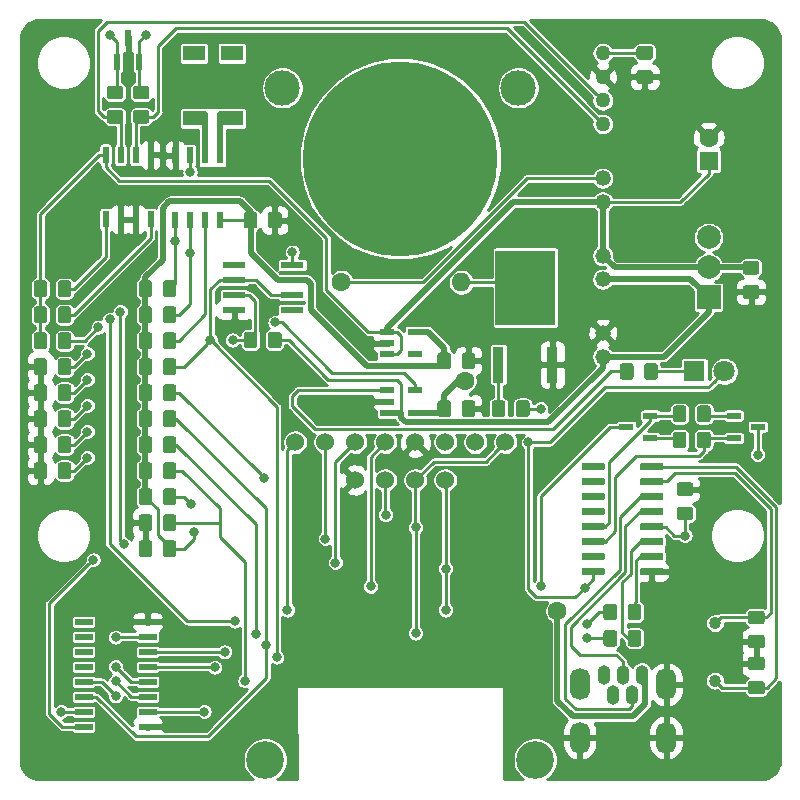
<source format=gbr>
G04 #@! TF.GenerationSoftware,KiCad,Pcbnew,(5.1.5)-3*
G04 #@! TF.CreationDate,2022-04-23T22:50:00-04:00*
G04 #@! TF.ProjectId,SailCam_MK5,5361696c-4361-46d5-9f4d-4b352e6b6963,rev?*
G04 #@! TF.SameCoordinates,Original*
G04 #@! TF.FileFunction,Copper,L1,Top*
G04 #@! TF.FilePolarity,Positive*
%FSLAX46Y46*%
G04 Gerber Fmt 4.6, Leading zero omitted, Abs format (unit mm)*
G04 Created by KiCad (PCBNEW (5.1.5)-3) date 2022-04-23 22:50:00*
%MOMM*%
%LPD*%
G04 APERTURE LIST*
%ADD10C,0.100000*%
%ADD11C,3.200000*%
%ADD12C,1.524000*%
%ADD13R,5.090000X6.320000*%
%ADD14R,0.970000X3.020000*%
%ADD15O,1.600000X1.600000*%
%ADD16C,1.600000*%
%ADD17R,0.533400X1.460500*%
%ADD18R,0.558800X1.320800*%
%ADD19C,1.270000*%
%ADD20C,1.320800*%
%ADD21O,1.700000X2.700000*%
%ADD22O,1.100000X1.650000*%
%ADD23R,1.981200X0.558800*%
%ADD24C,3.000000*%
%ADD25C,16.500000*%
%ADD26C,2.000000*%
%ADD27R,2.000000X2.000000*%
%ADD28C,1.800000*%
%ADD29R,1.800000X1.800000*%
%ADD30R,1.219200X0.558800*%
%ADD31R,1.260000X0.550000*%
%ADD32R,1.600000X1.600000*%
%ADD33C,1.030000*%
%ADD34R,1.900000X1.300000*%
%ADD35R,1.498600X0.533400*%
%ADD36C,0.800000*%
%ADD37C,0.250000*%
%ADD38C,0.500000*%
%ADD39C,0.254000*%
G04 APERTURE END LIST*
G04 #@! TA.AperFunction,SMDPad,CuDef*
D10*
G36*
X113164505Y-103411204D02*
G01*
X113188773Y-103414804D01*
X113212572Y-103420765D01*
X113235671Y-103429030D01*
X113257850Y-103439520D01*
X113278893Y-103452132D01*
X113298599Y-103466747D01*
X113316777Y-103483223D01*
X113333253Y-103501401D01*
X113347868Y-103521107D01*
X113360480Y-103542150D01*
X113370970Y-103564329D01*
X113379235Y-103587428D01*
X113385196Y-103611227D01*
X113388796Y-103635495D01*
X113390000Y-103659999D01*
X113390000Y-104560001D01*
X113388796Y-104584505D01*
X113385196Y-104608773D01*
X113379235Y-104632572D01*
X113370970Y-104655671D01*
X113360480Y-104677850D01*
X113347868Y-104698893D01*
X113333253Y-104718599D01*
X113316777Y-104736777D01*
X113298599Y-104753253D01*
X113278893Y-104767868D01*
X113257850Y-104780480D01*
X113235671Y-104790970D01*
X113212572Y-104799235D01*
X113188773Y-104805196D01*
X113164505Y-104808796D01*
X113140001Y-104810000D01*
X112489999Y-104810000D01*
X112465495Y-104808796D01*
X112441227Y-104805196D01*
X112417428Y-104799235D01*
X112394329Y-104790970D01*
X112372150Y-104780480D01*
X112351107Y-104767868D01*
X112331401Y-104753253D01*
X112313223Y-104736777D01*
X112296747Y-104718599D01*
X112282132Y-104698893D01*
X112269520Y-104677850D01*
X112259030Y-104655671D01*
X112250765Y-104632572D01*
X112244804Y-104608773D01*
X112241204Y-104584505D01*
X112240000Y-104560001D01*
X112240000Y-103659999D01*
X112241204Y-103635495D01*
X112244804Y-103611227D01*
X112250765Y-103587428D01*
X112259030Y-103564329D01*
X112269520Y-103542150D01*
X112282132Y-103521107D01*
X112296747Y-103501401D01*
X112313223Y-103483223D01*
X112331401Y-103466747D01*
X112351107Y-103452132D01*
X112372150Y-103439520D01*
X112394329Y-103429030D01*
X112417428Y-103420765D01*
X112441227Y-103414804D01*
X112465495Y-103411204D01*
X112489999Y-103410000D01*
X113140001Y-103410000D01*
X113164505Y-103411204D01*
G37*
G04 #@! TD.AperFunction*
G04 #@! TA.AperFunction,SMDPad,CuDef*
G36*
X111114505Y-103411204D02*
G01*
X111138773Y-103414804D01*
X111162572Y-103420765D01*
X111185671Y-103429030D01*
X111207850Y-103439520D01*
X111228893Y-103452132D01*
X111248599Y-103466747D01*
X111266777Y-103483223D01*
X111283253Y-103501401D01*
X111297868Y-103521107D01*
X111310480Y-103542150D01*
X111320970Y-103564329D01*
X111329235Y-103587428D01*
X111335196Y-103611227D01*
X111338796Y-103635495D01*
X111340000Y-103659999D01*
X111340000Y-104560001D01*
X111338796Y-104584505D01*
X111335196Y-104608773D01*
X111329235Y-104632572D01*
X111320970Y-104655671D01*
X111310480Y-104677850D01*
X111297868Y-104698893D01*
X111283253Y-104718599D01*
X111266777Y-104736777D01*
X111248599Y-104753253D01*
X111228893Y-104767868D01*
X111207850Y-104780480D01*
X111185671Y-104790970D01*
X111162572Y-104799235D01*
X111138773Y-104805196D01*
X111114505Y-104808796D01*
X111090001Y-104810000D01*
X110439999Y-104810000D01*
X110415495Y-104808796D01*
X110391227Y-104805196D01*
X110367428Y-104799235D01*
X110344329Y-104790970D01*
X110322150Y-104780480D01*
X110301107Y-104767868D01*
X110281401Y-104753253D01*
X110263223Y-104736777D01*
X110246747Y-104718599D01*
X110232132Y-104698893D01*
X110219520Y-104677850D01*
X110209030Y-104655671D01*
X110200765Y-104632572D01*
X110194804Y-104608773D01*
X110191204Y-104584505D01*
X110190000Y-104560001D01*
X110190000Y-103659999D01*
X110191204Y-103635495D01*
X110194804Y-103611227D01*
X110200765Y-103587428D01*
X110209030Y-103564329D01*
X110219520Y-103542150D01*
X110232132Y-103521107D01*
X110246747Y-103501401D01*
X110263223Y-103483223D01*
X110281401Y-103466747D01*
X110301107Y-103452132D01*
X110322150Y-103439520D01*
X110344329Y-103429030D01*
X110367428Y-103420765D01*
X110391227Y-103414804D01*
X110415495Y-103411204D01*
X110439999Y-103410000D01*
X111090001Y-103410000D01*
X111114505Y-103411204D01*
G37*
G04 #@! TD.AperFunction*
D11*
X143770000Y-126410000D03*
X120910000Y-126410000D03*
D12*
X136150000Y-102710000D03*
X133610000Y-102710000D03*
X131070000Y-102710000D03*
X128530000Y-102710000D03*
D13*
X142940000Y-86420000D03*
D14*
X145226000Y-92950000D03*
X140654000Y-92950000D03*
D15*
X137500000Y-85960000D03*
D16*
X127340000Y-85960000D03*
D17*
X107385000Y-75185850D03*
X108655000Y-75185850D03*
X109925000Y-75185850D03*
X111195000Y-75185850D03*
X111195000Y-80634150D03*
X109925000Y-80634150D03*
X108655000Y-80634150D03*
X107385000Y-80634150D03*
D18*
X109290000Y-65294000D03*
X110240001Y-67326000D03*
X108339999Y-67326000D03*
D19*
X149490000Y-72559998D03*
X149490000Y-70560000D03*
X149490000Y-68559999D03*
X149490000Y-66560000D03*
D20*
X149490000Y-85710001D03*
X149490000Y-83709999D03*
X149490000Y-92260001D03*
X149490000Y-90259999D03*
X149490000Y-79160001D03*
X149490000Y-77159999D03*
D21*
X147540000Y-120010000D03*
X154840000Y-120010000D03*
X147540000Y-124510000D03*
X154840000Y-124510000D03*
D22*
X150390000Y-120935000D03*
X151990000Y-120935000D03*
X149590000Y-119185000D03*
X152790000Y-119185000D03*
X151190000Y-119185000D03*
D23*
X123203800Y-84505000D03*
X123203800Y-85775000D03*
X123203800Y-87045000D03*
X123203800Y-88315000D03*
X118276200Y-88315000D03*
X118276200Y-87045000D03*
X118276200Y-85775000D03*
X118276200Y-84505000D03*
D12*
X141230000Y-99510000D03*
X138690000Y-99510000D03*
X136150000Y-99510000D03*
X133610000Y-99510000D03*
X131070000Y-99510000D03*
X128530000Y-99510000D03*
X125990000Y-99510000D03*
X123450000Y-99510000D03*
D24*
X122350000Y-69510000D03*
X142330000Y-69510000D03*
D25*
X132340000Y-75510000D03*
D26*
X158440000Y-82170000D03*
X158440000Y-84710000D03*
D27*
X158440000Y-87250000D03*
D28*
X159780000Y-93510000D03*
D29*
X157240000Y-93510000D03*
D30*
X151469000Y-98210000D03*
X153510999Y-97259999D03*
X153510999Y-99160001D03*
X162611000Y-98210000D03*
X160569001Y-99160001D03*
X160569001Y-97259999D03*
D31*
X133575000Y-90160000D03*
X133575000Y-92060000D03*
X131205000Y-92060000D03*
X131205000Y-91110000D03*
X131205000Y-90160000D03*
D16*
X158440000Y-73710000D03*
D32*
X158440000Y-75710000D03*
D33*
X158990000Y-114820000D03*
X158990000Y-119700000D03*
D34*
X114876000Y-72078000D03*
X114876000Y-66578000D03*
X118076000Y-66578000D03*
X118076000Y-72078000D03*
D35*
X105534900Y-123605000D03*
X105534900Y-122335000D03*
X105534900Y-121065000D03*
X105534900Y-119795000D03*
X105534900Y-118525000D03*
X105534900Y-117255000D03*
X105534900Y-115985000D03*
X105534900Y-114715000D03*
X110945100Y-114715000D03*
X110945100Y-115985000D03*
X110945100Y-117255000D03*
X110945100Y-118525000D03*
X110945100Y-119795000D03*
X110945100Y-121065000D03*
X110945100Y-122335000D03*
X110945100Y-123605000D03*
G04 #@! TA.AperFunction,SMDPad,CuDef*
D10*
G36*
X154454703Y-110155722D02*
G01*
X154469264Y-110157882D01*
X154483543Y-110161459D01*
X154497403Y-110166418D01*
X154510710Y-110172712D01*
X154523336Y-110180280D01*
X154535159Y-110189048D01*
X154546066Y-110198934D01*
X154555952Y-110209841D01*
X154564720Y-110221664D01*
X154572288Y-110234290D01*
X154578582Y-110247597D01*
X154583541Y-110261457D01*
X154587118Y-110275736D01*
X154589278Y-110290297D01*
X154590000Y-110305000D01*
X154590000Y-110605000D01*
X154589278Y-110619703D01*
X154587118Y-110634264D01*
X154583541Y-110648543D01*
X154578582Y-110662403D01*
X154572288Y-110675710D01*
X154564720Y-110688336D01*
X154555952Y-110700159D01*
X154546066Y-110711066D01*
X154535159Y-110720952D01*
X154523336Y-110729720D01*
X154510710Y-110737288D01*
X154497403Y-110743582D01*
X154483543Y-110748541D01*
X154469264Y-110752118D01*
X154454703Y-110754278D01*
X154440000Y-110755000D01*
X152790000Y-110755000D01*
X152775297Y-110754278D01*
X152760736Y-110752118D01*
X152746457Y-110748541D01*
X152732597Y-110743582D01*
X152719290Y-110737288D01*
X152706664Y-110729720D01*
X152694841Y-110720952D01*
X152683934Y-110711066D01*
X152674048Y-110700159D01*
X152665280Y-110688336D01*
X152657712Y-110675710D01*
X152651418Y-110662403D01*
X152646459Y-110648543D01*
X152642882Y-110634264D01*
X152640722Y-110619703D01*
X152640000Y-110605000D01*
X152640000Y-110305000D01*
X152640722Y-110290297D01*
X152642882Y-110275736D01*
X152646459Y-110261457D01*
X152651418Y-110247597D01*
X152657712Y-110234290D01*
X152665280Y-110221664D01*
X152674048Y-110209841D01*
X152683934Y-110198934D01*
X152694841Y-110189048D01*
X152706664Y-110180280D01*
X152719290Y-110172712D01*
X152732597Y-110166418D01*
X152746457Y-110161459D01*
X152760736Y-110157882D01*
X152775297Y-110155722D01*
X152790000Y-110155000D01*
X154440000Y-110155000D01*
X154454703Y-110155722D01*
G37*
G04 #@! TD.AperFunction*
G04 #@! TA.AperFunction,SMDPad,CuDef*
G36*
X154454703Y-108885722D02*
G01*
X154469264Y-108887882D01*
X154483543Y-108891459D01*
X154497403Y-108896418D01*
X154510710Y-108902712D01*
X154523336Y-108910280D01*
X154535159Y-108919048D01*
X154546066Y-108928934D01*
X154555952Y-108939841D01*
X154564720Y-108951664D01*
X154572288Y-108964290D01*
X154578582Y-108977597D01*
X154583541Y-108991457D01*
X154587118Y-109005736D01*
X154589278Y-109020297D01*
X154590000Y-109035000D01*
X154590000Y-109335000D01*
X154589278Y-109349703D01*
X154587118Y-109364264D01*
X154583541Y-109378543D01*
X154578582Y-109392403D01*
X154572288Y-109405710D01*
X154564720Y-109418336D01*
X154555952Y-109430159D01*
X154546066Y-109441066D01*
X154535159Y-109450952D01*
X154523336Y-109459720D01*
X154510710Y-109467288D01*
X154497403Y-109473582D01*
X154483543Y-109478541D01*
X154469264Y-109482118D01*
X154454703Y-109484278D01*
X154440000Y-109485000D01*
X152790000Y-109485000D01*
X152775297Y-109484278D01*
X152760736Y-109482118D01*
X152746457Y-109478541D01*
X152732597Y-109473582D01*
X152719290Y-109467288D01*
X152706664Y-109459720D01*
X152694841Y-109450952D01*
X152683934Y-109441066D01*
X152674048Y-109430159D01*
X152665280Y-109418336D01*
X152657712Y-109405710D01*
X152651418Y-109392403D01*
X152646459Y-109378543D01*
X152642882Y-109364264D01*
X152640722Y-109349703D01*
X152640000Y-109335000D01*
X152640000Y-109035000D01*
X152640722Y-109020297D01*
X152642882Y-109005736D01*
X152646459Y-108991457D01*
X152651418Y-108977597D01*
X152657712Y-108964290D01*
X152665280Y-108951664D01*
X152674048Y-108939841D01*
X152683934Y-108928934D01*
X152694841Y-108919048D01*
X152706664Y-108910280D01*
X152719290Y-108902712D01*
X152732597Y-108896418D01*
X152746457Y-108891459D01*
X152760736Y-108887882D01*
X152775297Y-108885722D01*
X152790000Y-108885000D01*
X154440000Y-108885000D01*
X154454703Y-108885722D01*
G37*
G04 #@! TD.AperFunction*
G04 #@! TA.AperFunction,SMDPad,CuDef*
G36*
X154454703Y-107615722D02*
G01*
X154469264Y-107617882D01*
X154483543Y-107621459D01*
X154497403Y-107626418D01*
X154510710Y-107632712D01*
X154523336Y-107640280D01*
X154535159Y-107649048D01*
X154546066Y-107658934D01*
X154555952Y-107669841D01*
X154564720Y-107681664D01*
X154572288Y-107694290D01*
X154578582Y-107707597D01*
X154583541Y-107721457D01*
X154587118Y-107735736D01*
X154589278Y-107750297D01*
X154590000Y-107765000D01*
X154590000Y-108065000D01*
X154589278Y-108079703D01*
X154587118Y-108094264D01*
X154583541Y-108108543D01*
X154578582Y-108122403D01*
X154572288Y-108135710D01*
X154564720Y-108148336D01*
X154555952Y-108160159D01*
X154546066Y-108171066D01*
X154535159Y-108180952D01*
X154523336Y-108189720D01*
X154510710Y-108197288D01*
X154497403Y-108203582D01*
X154483543Y-108208541D01*
X154469264Y-108212118D01*
X154454703Y-108214278D01*
X154440000Y-108215000D01*
X152790000Y-108215000D01*
X152775297Y-108214278D01*
X152760736Y-108212118D01*
X152746457Y-108208541D01*
X152732597Y-108203582D01*
X152719290Y-108197288D01*
X152706664Y-108189720D01*
X152694841Y-108180952D01*
X152683934Y-108171066D01*
X152674048Y-108160159D01*
X152665280Y-108148336D01*
X152657712Y-108135710D01*
X152651418Y-108122403D01*
X152646459Y-108108543D01*
X152642882Y-108094264D01*
X152640722Y-108079703D01*
X152640000Y-108065000D01*
X152640000Y-107765000D01*
X152640722Y-107750297D01*
X152642882Y-107735736D01*
X152646459Y-107721457D01*
X152651418Y-107707597D01*
X152657712Y-107694290D01*
X152665280Y-107681664D01*
X152674048Y-107669841D01*
X152683934Y-107658934D01*
X152694841Y-107649048D01*
X152706664Y-107640280D01*
X152719290Y-107632712D01*
X152732597Y-107626418D01*
X152746457Y-107621459D01*
X152760736Y-107617882D01*
X152775297Y-107615722D01*
X152790000Y-107615000D01*
X154440000Y-107615000D01*
X154454703Y-107615722D01*
G37*
G04 #@! TD.AperFunction*
G04 #@! TA.AperFunction,SMDPad,CuDef*
G36*
X154454703Y-106345722D02*
G01*
X154469264Y-106347882D01*
X154483543Y-106351459D01*
X154497403Y-106356418D01*
X154510710Y-106362712D01*
X154523336Y-106370280D01*
X154535159Y-106379048D01*
X154546066Y-106388934D01*
X154555952Y-106399841D01*
X154564720Y-106411664D01*
X154572288Y-106424290D01*
X154578582Y-106437597D01*
X154583541Y-106451457D01*
X154587118Y-106465736D01*
X154589278Y-106480297D01*
X154590000Y-106495000D01*
X154590000Y-106795000D01*
X154589278Y-106809703D01*
X154587118Y-106824264D01*
X154583541Y-106838543D01*
X154578582Y-106852403D01*
X154572288Y-106865710D01*
X154564720Y-106878336D01*
X154555952Y-106890159D01*
X154546066Y-106901066D01*
X154535159Y-106910952D01*
X154523336Y-106919720D01*
X154510710Y-106927288D01*
X154497403Y-106933582D01*
X154483543Y-106938541D01*
X154469264Y-106942118D01*
X154454703Y-106944278D01*
X154440000Y-106945000D01*
X152790000Y-106945000D01*
X152775297Y-106944278D01*
X152760736Y-106942118D01*
X152746457Y-106938541D01*
X152732597Y-106933582D01*
X152719290Y-106927288D01*
X152706664Y-106919720D01*
X152694841Y-106910952D01*
X152683934Y-106901066D01*
X152674048Y-106890159D01*
X152665280Y-106878336D01*
X152657712Y-106865710D01*
X152651418Y-106852403D01*
X152646459Y-106838543D01*
X152642882Y-106824264D01*
X152640722Y-106809703D01*
X152640000Y-106795000D01*
X152640000Y-106495000D01*
X152640722Y-106480297D01*
X152642882Y-106465736D01*
X152646459Y-106451457D01*
X152651418Y-106437597D01*
X152657712Y-106424290D01*
X152665280Y-106411664D01*
X152674048Y-106399841D01*
X152683934Y-106388934D01*
X152694841Y-106379048D01*
X152706664Y-106370280D01*
X152719290Y-106362712D01*
X152732597Y-106356418D01*
X152746457Y-106351459D01*
X152760736Y-106347882D01*
X152775297Y-106345722D01*
X152790000Y-106345000D01*
X154440000Y-106345000D01*
X154454703Y-106345722D01*
G37*
G04 #@! TD.AperFunction*
G04 #@! TA.AperFunction,SMDPad,CuDef*
G36*
X154454703Y-105075722D02*
G01*
X154469264Y-105077882D01*
X154483543Y-105081459D01*
X154497403Y-105086418D01*
X154510710Y-105092712D01*
X154523336Y-105100280D01*
X154535159Y-105109048D01*
X154546066Y-105118934D01*
X154555952Y-105129841D01*
X154564720Y-105141664D01*
X154572288Y-105154290D01*
X154578582Y-105167597D01*
X154583541Y-105181457D01*
X154587118Y-105195736D01*
X154589278Y-105210297D01*
X154590000Y-105225000D01*
X154590000Y-105525000D01*
X154589278Y-105539703D01*
X154587118Y-105554264D01*
X154583541Y-105568543D01*
X154578582Y-105582403D01*
X154572288Y-105595710D01*
X154564720Y-105608336D01*
X154555952Y-105620159D01*
X154546066Y-105631066D01*
X154535159Y-105640952D01*
X154523336Y-105649720D01*
X154510710Y-105657288D01*
X154497403Y-105663582D01*
X154483543Y-105668541D01*
X154469264Y-105672118D01*
X154454703Y-105674278D01*
X154440000Y-105675000D01*
X152790000Y-105675000D01*
X152775297Y-105674278D01*
X152760736Y-105672118D01*
X152746457Y-105668541D01*
X152732597Y-105663582D01*
X152719290Y-105657288D01*
X152706664Y-105649720D01*
X152694841Y-105640952D01*
X152683934Y-105631066D01*
X152674048Y-105620159D01*
X152665280Y-105608336D01*
X152657712Y-105595710D01*
X152651418Y-105582403D01*
X152646459Y-105568543D01*
X152642882Y-105554264D01*
X152640722Y-105539703D01*
X152640000Y-105525000D01*
X152640000Y-105225000D01*
X152640722Y-105210297D01*
X152642882Y-105195736D01*
X152646459Y-105181457D01*
X152651418Y-105167597D01*
X152657712Y-105154290D01*
X152665280Y-105141664D01*
X152674048Y-105129841D01*
X152683934Y-105118934D01*
X152694841Y-105109048D01*
X152706664Y-105100280D01*
X152719290Y-105092712D01*
X152732597Y-105086418D01*
X152746457Y-105081459D01*
X152760736Y-105077882D01*
X152775297Y-105075722D01*
X152790000Y-105075000D01*
X154440000Y-105075000D01*
X154454703Y-105075722D01*
G37*
G04 #@! TD.AperFunction*
G04 #@! TA.AperFunction,SMDPad,CuDef*
G36*
X154454703Y-103805722D02*
G01*
X154469264Y-103807882D01*
X154483543Y-103811459D01*
X154497403Y-103816418D01*
X154510710Y-103822712D01*
X154523336Y-103830280D01*
X154535159Y-103839048D01*
X154546066Y-103848934D01*
X154555952Y-103859841D01*
X154564720Y-103871664D01*
X154572288Y-103884290D01*
X154578582Y-103897597D01*
X154583541Y-103911457D01*
X154587118Y-103925736D01*
X154589278Y-103940297D01*
X154590000Y-103955000D01*
X154590000Y-104255000D01*
X154589278Y-104269703D01*
X154587118Y-104284264D01*
X154583541Y-104298543D01*
X154578582Y-104312403D01*
X154572288Y-104325710D01*
X154564720Y-104338336D01*
X154555952Y-104350159D01*
X154546066Y-104361066D01*
X154535159Y-104370952D01*
X154523336Y-104379720D01*
X154510710Y-104387288D01*
X154497403Y-104393582D01*
X154483543Y-104398541D01*
X154469264Y-104402118D01*
X154454703Y-104404278D01*
X154440000Y-104405000D01*
X152790000Y-104405000D01*
X152775297Y-104404278D01*
X152760736Y-104402118D01*
X152746457Y-104398541D01*
X152732597Y-104393582D01*
X152719290Y-104387288D01*
X152706664Y-104379720D01*
X152694841Y-104370952D01*
X152683934Y-104361066D01*
X152674048Y-104350159D01*
X152665280Y-104338336D01*
X152657712Y-104325710D01*
X152651418Y-104312403D01*
X152646459Y-104298543D01*
X152642882Y-104284264D01*
X152640722Y-104269703D01*
X152640000Y-104255000D01*
X152640000Y-103955000D01*
X152640722Y-103940297D01*
X152642882Y-103925736D01*
X152646459Y-103911457D01*
X152651418Y-103897597D01*
X152657712Y-103884290D01*
X152665280Y-103871664D01*
X152674048Y-103859841D01*
X152683934Y-103848934D01*
X152694841Y-103839048D01*
X152706664Y-103830280D01*
X152719290Y-103822712D01*
X152732597Y-103816418D01*
X152746457Y-103811459D01*
X152760736Y-103807882D01*
X152775297Y-103805722D01*
X152790000Y-103805000D01*
X154440000Y-103805000D01*
X154454703Y-103805722D01*
G37*
G04 #@! TD.AperFunction*
G04 #@! TA.AperFunction,SMDPad,CuDef*
G36*
X154454703Y-102535722D02*
G01*
X154469264Y-102537882D01*
X154483543Y-102541459D01*
X154497403Y-102546418D01*
X154510710Y-102552712D01*
X154523336Y-102560280D01*
X154535159Y-102569048D01*
X154546066Y-102578934D01*
X154555952Y-102589841D01*
X154564720Y-102601664D01*
X154572288Y-102614290D01*
X154578582Y-102627597D01*
X154583541Y-102641457D01*
X154587118Y-102655736D01*
X154589278Y-102670297D01*
X154590000Y-102685000D01*
X154590000Y-102985000D01*
X154589278Y-102999703D01*
X154587118Y-103014264D01*
X154583541Y-103028543D01*
X154578582Y-103042403D01*
X154572288Y-103055710D01*
X154564720Y-103068336D01*
X154555952Y-103080159D01*
X154546066Y-103091066D01*
X154535159Y-103100952D01*
X154523336Y-103109720D01*
X154510710Y-103117288D01*
X154497403Y-103123582D01*
X154483543Y-103128541D01*
X154469264Y-103132118D01*
X154454703Y-103134278D01*
X154440000Y-103135000D01*
X152790000Y-103135000D01*
X152775297Y-103134278D01*
X152760736Y-103132118D01*
X152746457Y-103128541D01*
X152732597Y-103123582D01*
X152719290Y-103117288D01*
X152706664Y-103109720D01*
X152694841Y-103100952D01*
X152683934Y-103091066D01*
X152674048Y-103080159D01*
X152665280Y-103068336D01*
X152657712Y-103055710D01*
X152651418Y-103042403D01*
X152646459Y-103028543D01*
X152642882Y-103014264D01*
X152640722Y-102999703D01*
X152640000Y-102985000D01*
X152640000Y-102685000D01*
X152640722Y-102670297D01*
X152642882Y-102655736D01*
X152646459Y-102641457D01*
X152651418Y-102627597D01*
X152657712Y-102614290D01*
X152665280Y-102601664D01*
X152674048Y-102589841D01*
X152683934Y-102578934D01*
X152694841Y-102569048D01*
X152706664Y-102560280D01*
X152719290Y-102552712D01*
X152732597Y-102546418D01*
X152746457Y-102541459D01*
X152760736Y-102537882D01*
X152775297Y-102535722D01*
X152790000Y-102535000D01*
X154440000Y-102535000D01*
X154454703Y-102535722D01*
G37*
G04 #@! TD.AperFunction*
G04 #@! TA.AperFunction,SMDPad,CuDef*
G36*
X154454703Y-101265722D02*
G01*
X154469264Y-101267882D01*
X154483543Y-101271459D01*
X154497403Y-101276418D01*
X154510710Y-101282712D01*
X154523336Y-101290280D01*
X154535159Y-101299048D01*
X154546066Y-101308934D01*
X154555952Y-101319841D01*
X154564720Y-101331664D01*
X154572288Y-101344290D01*
X154578582Y-101357597D01*
X154583541Y-101371457D01*
X154587118Y-101385736D01*
X154589278Y-101400297D01*
X154590000Y-101415000D01*
X154590000Y-101715000D01*
X154589278Y-101729703D01*
X154587118Y-101744264D01*
X154583541Y-101758543D01*
X154578582Y-101772403D01*
X154572288Y-101785710D01*
X154564720Y-101798336D01*
X154555952Y-101810159D01*
X154546066Y-101821066D01*
X154535159Y-101830952D01*
X154523336Y-101839720D01*
X154510710Y-101847288D01*
X154497403Y-101853582D01*
X154483543Y-101858541D01*
X154469264Y-101862118D01*
X154454703Y-101864278D01*
X154440000Y-101865000D01*
X152790000Y-101865000D01*
X152775297Y-101864278D01*
X152760736Y-101862118D01*
X152746457Y-101858541D01*
X152732597Y-101853582D01*
X152719290Y-101847288D01*
X152706664Y-101839720D01*
X152694841Y-101830952D01*
X152683934Y-101821066D01*
X152674048Y-101810159D01*
X152665280Y-101798336D01*
X152657712Y-101785710D01*
X152651418Y-101772403D01*
X152646459Y-101758543D01*
X152642882Y-101744264D01*
X152640722Y-101729703D01*
X152640000Y-101715000D01*
X152640000Y-101415000D01*
X152640722Y-101400297D01*
X152642882Y-101385736D01*
X152646459Y-101371457D01*
X152651418Y-101357597D01*
X152657712Y-101344290D01*
X152665280Y-101331664D01*
X152674048Y-101319841D01*
X152683934Y-101308934D01*
X152694841Y-101299048D01*
X152706664Y-101290280D01*
X152719290Y-101282712D01*
X152732597Y-101276418D01*
X152746457Y-101271459D01*
X152760736Y-101267882D01*
X152775297Y-101265722D01*
X152790000Y-101265000D01*
X154440000Y-101265000D01*
X154454703Y-101265722D01*
G37*
G04 #@! TD.AperFunction*
G04 #@! TA.AperFunction,SMDPad,CuDef*
G36*
X149504703Y-101265722D02*
G01*
X149519264Y-101267882D01*
X149533543Y-101271459D01*
X149547403Y-101276418D01*
X149560710Y-101282712D01*
X149573336Y-101290280D01*
X149585159Y-101299048D01*
X149596066Y-101308934D01*
X149605952Y-101319841D01*
X149614720Y-101331664D01*
X149622288Y-101344290D01*
X149628582Y-101357597D01*
X149633541Y-101371457D01*
X149637118Y-101385736D01*
X149639278Y-101400297D01*
X149640000Y-101415000D01*
X149640000Y-101715000D01*
X149639278Y-101729703D01*
X149637118Y-101744264D01*
X149633541Y-101758543D01*
X149628582Y-101772403D01*
X149622288Y-101785710D01*
X149614720Y-101798336D01*
X149605952Y-101810159D01*
X149596066Y-101821066D01*
X149585159Y-101830952D01*
X149573336Y-101839720D01*
X149560710Y-101847288D01*
X149547403Y-101853582D01*
X149533543Y-101858541D01*
X149519264Y-101862118D01*
X149504703Y-101864278D01*
X149490000Y-101865000D01*
X147840000Y-101865000D01*
X147825297Y-101864278D01*
X147810736Y-101862118D01*
X147796457Y-101858541D01*
X147782597Y-101853582D01*
X147769290Y-101847288D01*
X147756664Y-101839720D01*
X147744841Y-101830952D01*
X147733934Y-101821066D01*
X147724048Y-101810159D01*
X147715280Y-101798336D01*
X147707712Y-101785710D01*
X147701418Y-101772403D01*
X147696459Y-101758543D01*
X147692882Y-101744264D01*
X147690722Y-101729703D01*
X147690000Y-101715000D01*
X147690000Y-101415000D01*
X147690722Y-101400297D01*
X147692882Y-101385736D01*
X147696459Y-101371457D01*
X147701418Y-101357597D01*
X147707712Y-101344290D01*
X147715280Y-101331664D01*
X147724048Y-101319841D01*
X147733934Y-101308934D01*
X147744841Y-101299048D01*
X147756664Y-101290280D01*
X147769290Y-101282712D01*
X147782597Y-101276418D01*
X147796457Y-101271459D01*
X147810736Y-101267882D01*
X147825297Y-101265722D01*
X147840000Y-101265000D01*
X149490000Y-101265000D01*
X149504703Y-101265722D01*
G37*
G04 #@! TD.AperFunction*
G04 #@! TA.AperFunction,SMDPad,CuDef*
G36*
X149504703Y-102535722D02*
G01*
X149519264Y-102537882D01*
X149533543Y-102541459D01*
X149547403Y-102546418D01*
X149560710Y-102552712D01*
X149573336Y-102560280D01*
X149585159Y-102569048D01*
X149596066Y-102578934D01*
X149605952Y-102589841D01*
X149614720Y-102601664D01*
X149622288Y-102614290D01*
X149628582Y-102627597D01*
X149633541Y-102641457D01*
X149637118Y-102655736D01*
X149639278Y-102670297D01*
X149640000Y-102685000D01*
X149640000Y-102985000D01*
X149639278Y-102999703D01*
X149637118Y-103014264D01*
X149633541Y-103028543D01*
X149628582Y-103042403D01*
X149622288Y-103055710D01*
X149614720Y-103068336D01*
X149605952Y-103080159D01*
X149596066Y-103091066D01*
X149585159Y-103100952D01*
X149573336Y-103109720D01*
X149560710Y-103117288D01*
X149547403Y-103123582D01*
X149533543Y-103128541D01*
X149519264Y-103132118D01*
X149504703Y-103134278D01*
X149490000Y-103135000D01*
X147840000Y-103135000D01*
X147825297Y-103134278D01*
X147810736Y-103132118D01*
X147796457Y-103128541D01*
X147782597Y-103123582D01*
X147769290Y-103117288D01*
X147756664Y-103109720D01*
X147744841Y-103100952D01*
X147733934Y-103091066D01*
X147724048Y-103080159D01*
X147715280Y-103068336D01*
X147707712Y-103055710D01*
X147701418Y-103042403D01*
X147696459Y-103028543D01*
X147692882Y-103014264D01*
X147690722Y-102999703D01*
X147690000Y-102985000D01*
X147690000Y-102685000D01*
X147690722Y-102670297D01*
X147692882Y-102655736D01*
X147696459Y-102641457D01*
X147701418Y-102627597D01*
X147707712Y-102614290D01*
X147715280Y-102601664D01*
X147724048Y-102589841D01*
X147733934Y-102578934D01*
X147744841Y-102569048D01*
X147756664Y-102560280D01*
X147769290Y-102552712D01*
X147782597Y-102546418D01*
X147796457Y-102541459D01*
X147810736Y-102537882D01*
X147825297Y-102535722D01*
X147840000Y-102535000D01*
X149490000Y-102535000D01*
X149504703Y-102535722D01*
G37*
G04 #@! TD.AperFunction*
G04 #@! TA.AperFunction,SMDPad,CuDef*
G36*
X149504703Y-103805722D02*
G01*
X149519264Y-103807882D01*
X149533543Y-103811459D01*
X149547403Y-103816418D01*
X149560710Y-103822712D01*
X149573336Y-103830280D01*
X149585159Y-103839048D01*
X149596066Y-103848934D01*
X149605952Y-103859841D01*
X149614720Y-103871664D01*
X149622288Y-103884290D01*
X149628582Y-103897597D01*
X149633541Y-103911457D01*
X149637118Y-103925736D01*
X149639278Y-103940297D01*
X149640000Y-103955000D01*
X149640000Y-104255000D01*
X149639278Y-104269703D01*
X149637118Y-104284264D01*
X149633541Y-104298543D01*
X149628582Y-104312403D01*
X149622288Y-104325710D01*
X149614720Y-104338336D01*
X149605952Y-104350159D01*
X149596066Y-104361066D01*
X149585159Y-104370952D01*
X149573336Y-104379720D01*
X149560710Y-104387288D01*
X149547403Y-104393582D01*
X149533543Y-104398541D01*
X149519264Y-104402118D01*
X149504703Y-104404278D01*
X149490000Y-104405000D01*
X147840000Y-104405000D01*
X147825297Y-104404278D01*
X147810736Y-104402118D01*
X147796457Y-104398541D01*
X147782597Y-104393582D01*
X147769290Y-104387288D01*
X147756664Y-104379720D01*
X147744841Y-104370952D01*
X147733934Y-104361066D01*
X147724048Y-104350159D01*
X147715280Y-104338336D01*
X147707712Y-104325710D01*
X147701418Y-104312403D01*
X147696459Y-104298543D01*
X147692882Y-104284264D01*
X147690722Y-104269703D01*
X147690000Y-104255000D01*
X147690000Y-103955000D01*
X147690722Y-103940297D01*
X147692882Y-103925736D01*
X147696459Y-103911457D01*
X147701418Y-103897597D01*
X147707712Y-103884290D01*
X147715280Y-103871664D01*
X147724048Y-103859841D01*
X147733934Y-103848934D01*
X147744841Y-103839048D01*
X147756664Y-103830280D01*
X147769290Y-103822712D01*
X147782597Y-103816418D01*
X147796457Y-103811459D01*
X147810736Y-103807882D01*
X147825297Y-103805722D01*
X147840000Y-103805000D01*
X149490000Y-103805000D01*
X149504703Y-103805722D01*
G37*
G04 #@! TD.AperFunction*
G04 #@! TA.AperFunction,SMDPad,CuDef*
G36*
X149504703Y-105075722D02*
G01*
X149519264Y-105077882D01*
X149533543Y-105081459D01*
X149547403Y-105086418D01*
X149560710Y-105092712D01*
X149573336Y-105100280D01*
X149585159Y-105109048D01*
X149596066Y-105118934D01*
X149605952Y-105129841D01*
X149614720Y-105141664D01*
X149622288Y-105154290D01*
X149628582Y-105167597D01*
X149633541Y-105181457D01*
X149637118Y-105195736D01*
X149639278Y-105210297D01*
X149640000Y-105225000D01*
X149640000Y-105525000D01*
X149639278Y-105539703D01*
X149637118Y-105554264D01*
X149633541Y-105568543D01*
X149628582Y-105582403D01*
X149622288Y-105595710D01*
X149614720Y-105608336D01*
X149605952Y-105620159D01*
X149596066Y-105631066D01*
X149585159Y-105640952D01*
X149573336Y-105649720D01*
X149560710Y-105657288D01*
X149547403Y-105663582D01*
X149533543Y-105668541D01*
X149519264Y-105672118D01*
X149504703Y-105674278D01*
X149490000Y-105675000D01*
X147840000Y-105675000D01*
X147825297Y-105674278D01*
X147810736Y-105672118D01*
X147796457Y-105668541D01*
X147782597Y-105663582D01*
X147769290Y-105657288D01*
X147756664Y-105649720D01*
X147744841Y-105640952D01*
X147733934Y-105631066D01*
X147724048Y-105620159D01*
X147715280Y-105608336D01*
X147707712Y-105595710D01*
X147701418Y-105582403D01*
X147696459Y-105568543D01*
X147692882Y-105554264D01*
X147690722Y-105539703D01*
X147690000Y-105525000D01*
X147690000Y-105225000D01*
X147690722Y-105210297D01*
X147692882Y-105195736D01*
X147696459Y-105181457D01*
X147701418Y-105167597D01*
X147707712Y-105154290D01*
X147715280Y-105141664D01*
X147724048Y-105129841D01*
X147733934Y-105118934D01*
X147744841Y-105109048D01*
X147756664Y-105100280D01*
X147769290Y-105092712D01*
X147782597Y-105086418D01*
X147796457Y-105081459D01*
X147810736Y-105077882D01*
X147825297Y-105075722D01*
X147840000Y-105075000D01*
X149490000Y-105075000D01*
X149504703Y-105075722D01*
G37*
G04 #@! TD.AperFunction*
G04 #@! TA.AperFunction,SMDPad,CuDef*
G36*
X149504703Y-106345722D02*
G01*
X149519264Y-106347882D01*
X149533543Y-106351459D01*
X149547403Y-106356418D01*
X149560710Y-106362712D01*
X149573336Y-106370280D01*
X149585159Y-106379048D01*
X149596066Y-106388934D01*
X149605952Y-106399841D01*
X149614720Y-106411664D01*
X149622288Y-106424290D01*
X149628582Y-106437597D01*
X149633541Y-106451457D01*
X149637118Y-106465736D01*
X149639278Y-106480297D01*
X149640000Y-106495000D01*
X149640000Y-106795000D01*
X149639278Y-106809703D01*
X149637118Y-106824264D01*
X149633541Y-106838543D01*
X149628582Y-106852403D01*
X149622288Y-106865710D01*
X149614720Y-106878336D01*
X149605952Y-106890159D01*
X149596066Y-106901066D01*
X149585159Y-106910952D01*
X149573336Y-106919720D01*
X149560710Y-106927288D01*
X149547403Y-106933582D01*
X149533543Y-106938541D01*
X149519264Y-106942118D01*
X149504703Y-106944278D01*
X149490000Y-106945000D01*
X147840000Y-106945000D01*
X147825297Y-106944278D01*
X147810736Y-106942118D01*
X147796457Y-106938541D01*
X147782597Y-106933582D01*
X147769290Y-106927288D01*
X147756664Y-106919720D01*
X147744841Y-106910952D01*
X147733934Y-106901066D01*
X147724048Y-106890159D01*
X147715280Y-106878336D01*
X147707712Y-106865710D01*
X147701418Y-106852403D01*
X147696459Y-106838543D01*
X147692882Y-106824264D01*
X147690722Y-106809703D01*
X147690000Y-106795000D01*
X147690000Y-106495000D01*
X147690722Y-106480297D01*
X147692882Y-106465736D01*
X147696459Y-106451457D01*
X147701418Y-106437597D01*
X147707712Y-106424290D01*
X147715280Y-106411664D01*
X147724048Y-106399841D01*
X147733934Y-106388934D01*
X147744841Y-106379048D01*
X147756664Y-106370280D01*
X147769290Y-106362712D01*
X147782597Y-106356418D01*
X147796457Y-106351459D01*
X147810736Y-106347882D01*
X147825297Y-106345722D01*
X147840000Y-106345000D01*
X149490000Y-106345000D01*
X149504703Y-106345722D01*
G37*
G04 #@! TD.AperFunction*
G04 #@! TA.AperFunction,SMDPad,CuDef*
G36*
X149504703Y-107615722D02*
G01*
X149519264Y-107617882D01*
X149533543Y-107621459D01*
X149547403Y-107626418D01*
X149560710Y-107632712D01*
X149573336Y-107640280D01*
X149585159Y-107649048D01*
X149596066Y-107658934D01*
X149605952Y-107669841D01*
X149614720Y-107681664D01*
X149622288Y-107694290D01*
X149628582Y-107707597D01*
X149633541Y-107721457D01*
X149637118Y-107735736D01*
X149639278Y-107750297D01*
X149640000Y-107765000D01*
X149640000Y-108065000D01*
X149639278Y-108079703D01*
X149637118Y-108094264D01*
X149633541Y-108108543D01*
X149628582Y-108122403D01*
X149622288Y-108135710D01*
X149614720Y-108148336D01*
X149605952Y-108160159D01*
X149596066Y-108171066D01*
X149585159Y-108180952D01*
X149573336Y-108189720D01*
X149560710Y-108197288D01*
X149547403Y-108203582D01*
X149533543Y-108208541D01*
X149519264Y-108212118D01*
X149504703Y-108214278D01*
X149490000Y-108215000D01*
X147840000Y-108215000D01*
X147825297Y-108214278D01*
X147810736Y-108212118D01*
X147796457Y-108208541D01*
X147782597Y-108203582D01*
X147769290Y-108197288D01*
X147756664Y-108189720D01*
X147744841Y-108180952D01*
X147733934Y-108171066D01*
X147724048Y-108160159D01*
X147715280Y-108148336D01*
X147707712Y-108135710D01*
X147701418Y-108122403D01*
X147696459Y-108108543D01*
X147692882Y-108094264D01*
X147690722Y-108079703D01*
X147690000Y-108065000D01*
X147690000Y-107765000D01*
X147690722Y-107750297D01*
X147692882Y-107735736D01*
X147696459Y-107721457D01*
X147701418Y-107707597D01*
X147707712Y-107694290D01*
X147715280Y-107681664D01*
X147724048Y-107669841D01*
X147733934Y-107658934D01*
X147744841Y-107649048D01*
X147756664Y-107640280D01*
X147769290Y-107632712D01*
X147782597Y-107626418D01*
X147796457Y-107621459D01*
X147810736Y-107617882D01*
X147825297Y-107615722D01*
X147840000Y-107615000D01*
X149490000Y-107615000D01*
X149504703Y-107615722D01*
G37*
G04 #@! TD.AperFunction*
G04 #@! TA.AperFunction,SMDPad,CuDef*
G36*
X149504703Y-108885722D02*
G01*
X149519264Y-108887882D01*
X149533543Y-108891459D01*
X149547403Y-108896418D01*
X149560710Y-108902712D01*
X149573336Y-108910280D01*
X149585159Y-108919048D01*
X149596066Y-108928934D01*
X149605952Y-108939841D01*
X149614720Y-108951664D01*
X149622288Y-108964290D01*
X149628582Y-108977597D01*
X149633541Y-108991457D01*
X149637118Y-109005736D01*
X149639278Y-109020297D01*
X149640000Y-109035000D01*
X149640000Y-109335000D01*
X149639278Y-109349703D01*
X149637118Y-109364264D01*
X149633541Y-109378543D01*
X149628582Y-109392403D01*
X149622288Y-109405710D01*
X149614720Y-109418336D01*
X149605952Y-109430159D01*
X149596066Y-109441066D01*
X149585159Y-109450952D01*
X149573336Y-109459720D01*
X149560710Y-109467288D01*
X149547403Y-109473582D01*
X149533543Y-109478541D01*
X149519264Y-109482118D01*
X149504703Y-109484278D01*
X149490000Y-109485000D01*
X147840000Y-109485000D01*
X147825297Y-109484278D01*
X147810736Y-109482118D01*
X147796457Y-109478541D01*
X147782597Y-109473582D01*
X147769290Y-109467288D01*
X147756664Y-109459720D01*
X147744841Y-109450952D01*
X147733934Y-109441066D01*
X147724048Y-109430159D01*
X147715280Y-109418336D01*
X147707712Y-109405710D01*
X147701418Y-109392403D01*
X147696459Y-109378543D01*
X147692882Y-109364264D01*
X147690722Y-109349703D01*
X147690000Y-109335000D01*
X147690000Y-109035000D01*
X147690722Y-109020297D01*
X147692882Y-109005736D01*
X147696459Y-108991457D01*
X147701418Y-108977597D01*
X147707712Y-108964290D01*
X147715280Y-108951664D01*
X147724048Y-108939841D01*
X147733934Y-108928934D01*
X147744841Y-108919048D01*
X147756664Y-108910280D01*
X147769290Y-108902712D01*
X147782597Y-108896418D01*
X147796457Y-108891459D01*
X147810736Y-108887882D01*
X147825297Y-108885722D01*
X147840000Y-108885000D01*
X149490000Y-108885000D01*
X149504703Y-108885722D01*
G37*
G04 #@! TD.AperFunction*
G04 #@! TA.AperFunction,SMDPad,CuDef*
G36*
X149504703Y-110155722D02*
G01*
X149519264Y-110157882D01*
X149533543Y-110161459D01*
X149547403Y-110166418D01*
X149560710Y-110172712D01*
X149573336Y-110180280D01*
X149585159Y-110189048D01*
X149596066Y-110198934D01*
X149605952Y-110209841D01*
X149614720Y-110221664D01*
X149622288Y-110234290D01*
X149628582Y-110247597D01*
X149633541Y-110261457D01*
X149637118Y-110275736D01*
X149639278Y-110290297D01*
X149640000Y-110305000D01*
X149640000Y-110605000D01*
X149639278Y-110619703D01*
X149637118Y-110634264D01*
X149633541Y-110648543D01*
X149628582Y-110662403D01*
X149622288Y-110675710D01*
X149614720Y-110688336D01*
X149605952Y-110700159D01*
X149596066Y-110711066D01*
X149585159Y-110720952D01*
X149573336Y-110729720D01*
X149560710Y-110737288D01*
X149547403Y-110743582D01*
X149533543Y-110748541D01*
X149519264Y-110752118D01*
X149504703Y-110754278D01*
X149490000Y-110755000D01*
X147840000Y-110755000D01*
X147825297Y-110754278D01*
X147810736Y-110752118D01*
X147796457Y-110748541D01*
X147782597Y-110743582D01*
X147769290Y-110737288D01*
X147756664Y-110729720D01*
X147744841Y-110720952D01*
X147733934Y-110711066D01*
X147724048Y-110700159D01*
X147715280Y-110688336D01*
X147707712Y-110675710D01*
X147701418Y-110662403D01*
X147696459Y-110648543D01*
X147692882Y-110634264D01*
X147690722Y-110619703D01*
X147690000Y-110605000D01*
X147690000Y-110305000D01*
X147690722Y-110290297D01*
X147692882Y-110275736D01*
X147696459Y-110261457D01*
X147701418Y-110247597D01*
X147707712Y-110234290D01*
X147715280Y-110221664D01*
X147724048Y-110209841D01*
X147733934Y-110198934D01*
X147744841Y-110189048D01*
X147756664Y-110180280D01*
X147769290Y-110172712D01*
X147782597Y-110166418D01*
X147796457Y-110161459D01*
X147810736Y-110157882D01*
X147825297Y-110155722D01*
X147840000Y-110155000D01*
X149490000Y-110155000D01*
X149504703Y-110155722D01*
G37*
G04 #@! TD.AperFunction*
D31*
X133575000Y-95110000D03*
X133575000Y-97010000D03*
X131205000Y-97010000D03*
X131205000Y-96060000D03*
X131205000Y-95110000D03*
D17*
X117081000Y-80652150D03*
X115811000Y-80652150D03*
X114541000Y-80652150D03*
X113271000Y-80652150D03*
X113271000Y-75203850D03*
X114541000Y-75203850D03*
X115811000Y-75203850D03*
X117081000Y-75203850D03*
G04 #@! TA.AperFunction,SMDPad,CuDef*
D10*
G36*
X141014505Y-95961204D02*
G01*
X141038773Y-95964804D01*
X141062572Y-95970765D01*
X141085671Y-95979030D01*
X141107850Y-95989520D01*
X141128893Y-96002132D01*
X141148599Y-96016747D01*
X141166777Y-96033223D01*
X141183253Y-96051401D01*
X141197868Y-96071107D01*
X141210480Y-96092150D01*
X141220970Y-96114329D01*
X141229235Y-96137428D01*
X141235196Y-96161227D01*
X141238796Y-96185495D01*
X141240000Y-96209999D01*
X141240000Y-97110001D01*
X141238796Y-97134505D01*
X141235196Y-97158773D01*
X141229235Y-97182572D01*
X141220970Y-97205671D01*
X141210480Y-97227850D01*
X141197868Y-97248893D01*
X141183253Y-97268599D01*
X141166777Y-97286777D01*
X141148599Y-97303253D01*
X141128893Y-97317868D01*
X141107850Y-97330480D01*
X141085671Y-97340970D01*
X141062572Y-97349235D01*
X141038773Y-97355196D01*
X141014505Y-97358796D01*
X140990001Y-97360000D01*
X140339999Y-97360000D01*
X140315495Y-97358796D01*
X140291227Y-97355196D01*
X140267428Y-97349235D01*
X140244329Y-97340970D01*
X140222150Y-97330480D01*
X140201107Y-97317868D01*
X140181401Y-97303253D01*
X140163223Y-97286777D01*
X140146747Y-97268599D01*
X140132132Y-97248893D01*
X140119520Y-97227850D01*
X140109030Y-97205671D01*
X140100765Y-97182572D01*
X140094804Y-97158773D01*
X140091204Y-97134505D01*
X140090000Y-97110001D01*
X140090000Y-96209999D01*
X140091204Y-96185495D01*
X140094804Y-96161227D01*
X140100765Y-96137428D01*
X140109030Y-96114329D01*
X140119520Y-96092150D01*
X140132132Y-96071107D01*
X140146747Y-96051401D01*
X140163223Y-96033223D01*
X140181401Y-96016747D01*
X140201107Y-96002132D01*
X140222150Y-95989520D01*
X140244329Y-95979030D01*
X140267428Y-95970765D01*
X140291227Y-95964804D01*
X140315495Y-95961204D01*
X140339999Y-95960000D01*
X140990001Y-95960000D01*
X141014505Y-95961204D01*
G37*
G04 #@! TD.AperFunction*
G04 #@! TA.AperFunction,SMDPad,CuDef*
G36*
X143064505Y-95961204D02*
G01*
X143088773Y-95964804D01*
X143112572Y-95970765D01*
X143135671Y-95979030D01*
X143157850Y-95989520D01*
X143178893Y-96002132D01*
X143198599Y-96016747D01*
X143216777Y-96033223D01*
X143233253Y-96051401D01*
X143247868Y-96071107D01*
X143260480Y-96092150D01*
X143270970Y-96114329D01*
X143279235Y-96137428D01*
X143285196Y-96161227D01*
X143288796Y-96185495D01*
X143290000Y-96209999D01*
X143290000Y-97110001D01*
X143288796Y-97134505D01*
X143285196Y-97158773D01*
X143279235Y-97182572D01*
X143270970Y-97205671D01*
X143260480Y-97227850D01*
X143247868Y-97248893D01*
X143233253Y-97268599D01*
X143216777Y-97286777D01*
X143198599Y-97303253D01*
X143178893Y-97317868D01*
X143157850Y-97330480D01*
X143135671Y-97340970D01*
X143112572Y-97349235D01*
X143088773Y-97355196D01*
X143064505Y-97358796D01*
X143040001Y-97360000D01*
X142389999Y-97360000D01*
X142365495Y-97358796D01*
X142341227Y-97355196D01*
X142317428Y-97349235D01*
X142294329Y-97340970D01*
X142272150Y-97330480D01*
X142251107Y-97317868D01*
X142231401Y-97303253D01*
X142213223Y-97286777D01*
X142196747Y-97268599D01*
X142182132Y-97248893D01*
X142169520Y-97227850D01*
X142159030Y-97205671D01*
X142150765Y-97182572D01*
X142144804Y-97158773D01*
X142141204Y-97134505D01*
X142140000Y-97110001D01*
X142140000Y-96209999D01*
X142141204Y-96185495D01*
X142144804Y-96161227D01*
X142150765Y-96137428D01*
X142159030Y-96114329D01*
X142169520Y-96092150D01*
X142182132Y-96071107D01*
X142196747Y-96051401D01*
X142213223Y-96033223D01*
X142231401Y-96016747D01*
X142251107Y-96002132D01*
X142272150Y-95989520D01*
X142294329Y-95979030D01*
X142317428Y-95970765D01*
X142341227Y-95964804D01*
X142365495Y-95961204D01*
X142389999Y-95960000D01*
X143040001Y-95960000D01*
X143064505Y-95961204D01*
G37*
G04 #@! TD.AperFunction*
G04 #@! TA.AperFunction,SMDPad,CuDef*
G36*
X156346505Y-98611204D02*
G01*
X156370773Y-98614804D01*
X156394572Y-98620765D01*
X156417671Y-98629030D01*
X156439850Y-98639520D01*
X156460893Y-98652132D01*
X156480599Y-98666747D01*
X156498777Y-98683223D01*
X156515253Y-98701401D01*
X156529868Y-98721107D01*
X156542480Y-98742150D01*
X156552970Y-98764329D01*
X156561235Y-98787428D01*
X156567196Y-98811227D01*
X156570796Y-98835495D01*
X156572000Y-98859999D01*
X156572000Y-99760001D01*
X156570796Y-99784505D01*
X156567196Y-99808773D01*
X156561235Y-99832572D01*
X156552970Y-99855671D01*
X156542480Y-99877850D01*
X156529868Y-99898893D01*
X156515253Y-99918599D01*
X156498777Y-99936777D01*
X156480599Y-99953253D01*
X156460893Y-99967868D01*
X156439850Y-99980480D01*
X156417671Y-99990970D01*
X156394572Y-99999235D01*
X156370773Y-100005196D01*
X156346505Y-100008796D01*
X156322001Y-100010000D01*
X155671999Y-100010000D01*
X155647495Y-100008796D01*
X155623227Y-100005196D01*
X155599428Y-99999235D01*
X155576329Y-99990970D01*
X155554150Y-99980480D01*
X155533107Y-99967868D01*
X155513401Y-99953253D01*
X155495223Y-99936777D01*
X155478747Y-99918599D01*
X155464132Y-99898893D01*
X155451520Y-99877850D01*
X155441030Y-99855671D01*
X155432765Y-99832572D01*
X155426804Y-99808773D01*
X155423204Y-99784505D01*
X155422000Y-99760001D01*
X155422000Y-98859999D01*
X155423204Y-98835495D01*
X155426804Y-98811227D01*
X155432765Y-98787428D01*
X155441030Y-98764329D01*
X155451520Y-98742150D01*
X155464132Y-98721107D01*
X155478747Y-98701401D01*
X155495223Y-98683223D01*
X155513401Y-98666747D01*
X155533107Y-98652132D01*
X155554150Y-98639520D01*
X155576329Y-98629030D01*
X155599428Y-98620765D01*
X155623227Y-98614804D01*
X155647495Y-98611204D01*
X155671999Y-98610000D01*
X156322001Y-98610000D01*
X156346505Y-98611204D01*
G37*
G04 #@! TD.AperFunction*
G04 #@! TA.AperFunction,SMDPad,CuDef*
G36*
X158396505Y-98611204D02*
G01*
X158420773Y-98614804D01*
X158444572Y-98620765D01*
X158467671Y-98629030D01*
X158489850Y-98639520D01*
X158510893Y-98652132D01*
X158530599Y-98666747D01*
X158548777Y-98683223D01*
X158565253Y-98701401D01*
X158579868Y-98721107D01*
X158592480Y-98742150D01*
X158602970Y-98764329D01*
X158611235Y-98787428D01*
X158617196Y-98811227D01*
X158620796Y-98835495D01*
X158622000Y-98859999D01*
X158622000Y-99760001D01*
X158620796Y-99784505D01*
X158617196Y-99808773D01*
X158611235Y-99832572D01*
X158602970Y-99855671D01*
X158592480Y-99877850D01*
X158579868Y-99898893D01*
X158565253Y-99918599D01*
X158548777Y-99936777D01*
X158530599Y-99953253D01*
X158510893Y-99967868D01*
X158489850Y-99980480D01*
X158467671Y-99990970D01*
X158444572Y-99999235D01*
X158420773Y-100005196D01*
X158396505Y-100008796D01*
X158372001Y-100010000D01*
X157721999Y-100010000D01*
X157697495Y-100008796D01*
X157673227Y-100005196D01*
X157649428Y-99999235D01*
X157626329Y-99990970D01*
X157604150Y-99980480D01*
X157583107Y-99967868D01*
X157563401Y-99953253D01*
X157545223Y-99936777D01*
X157528747Y-99918599D01*
X157514132Y-99898893D01*
X157501520Y-99877850D01*
X157491030Y-99855671D01*
X157482765Y-99832572D01*
X157476804Y-99808773D01*
X157473204Y-99784505D01*
X157472000Y-99760001D01*
X157472000Y-98859999D01*
X157473204Y-98835495D01*
X157476804Y-98811227D01*
X157482765Y-98787428D01*
X157491030Y-98764329D01*
X157501520Y-98742150D01*
X157514132Y-98721107D01*
X157528747Y-98701401D01*
X157545223Y-98683223D01*
X157563401Y-98666747D01*
X157583107Y-98652132D01*
X157604150Y-98639520D01*
X157626329Y-98629030D01*
X157649428Y-98620765D01*
X157673227Y-98614804D01*
X157697495Y-98611204D01*
X157721999Y-98610000D01*
X158372001Y-98610000D01*
X158396505Y-98611204D01*
G37*
G04 #@! TD.AperFunction*
G04 #@! TA.AperFunction,SMDPad,CuDef*
G36*
X158396505Y-96399204D02*
G01*
X158420773Y-96402804D01*
X158444572Y-96408765D01*
X158467671Y-96417030D01*
X158489850Y-96427520D01*
X158510893Y-96440132D01*
X158530599Y-96454747D01*
X158548777Y-96471223D01*
X158565253Y-96489401D01*
X158579868Y-96509107D01*
X158592480Y-96530150D01*
X158602970Y-96552329D01*
X158611235Y-96575428D01*
X158617196Y-96599227D01*
X158620796Y-96623495D01*
X158622000Y-96647999D01*
X158622000Y-97548001D01*
X158620796Y-97572505D01*
X158617196Y-97596773D01*
X158611235Y-97620572D01*
X158602970Y-97643671D01*
X158592480Y-97665850D01*
X158579868Y-97686893D01*
X158565253Y-97706599D01*
X158548777Y-97724777D01*
X158530599Y-97741253D01*
X158510893Y-97755868D01*
X158489850Y-97768480D01*
X158467671Y-97778970D01*
X158444572Y-97787235D01*
X158420773Y-97793196D01*
X158396505Y-97796796D01*
X158372001Y-97798000D01*
X157721999Y-97798000D01*
X157697495Y-97796796D01*
X157673227Y-97793196D01*
X157649428Y-97787235D01*
X157626329Y-97778970D01*
X157604150Y-97768480D01*
X157583107Y-97755868D01*
X157563401Y-97741253D01*
X157545223Y-97724777D01*
X157528747Y-97706599D01*
X157514132Y-97686893D01*
X157501520Y-97665850D01*
X157491030Y-97643671D01*
X157482765Y-97620572D01*
X157476804Y-97596773D01*
X157473204Y-97572505D01*
X157472000Y-97548001D01*
X157472000Y-96647999D01*
X157473204Y-96623495D01*
X157476804Y-96599227D01*
X157482765Y-96575428D01*
X157491030Y-96552329D01*
X157501520Y-96530150D01*
X157514132Y-96509107D01*
X157528747Y-96489401D01*
X157545223Y-96471223D01*
X157563401Y-96454747D01*
X157583107Y-96440132D01*
X157604150Y-96427520D01*
X157626329Y-96417030D01*
X157649428Y-96408765D01*
X157673227Y-96402804D01*
X157697495Y-96399204D01*
X157721999Y-96398000D01*
X158372001Y-96398000D01*
X158396505Y-96399204D01*
G37*
G04 #@! TD.AperFunction*
G04 #@! TA.AperFunction,SMDPad,CuDef*
G36*
X156346505Y-96399204D02*
G01*
X156370773Y-96402804D01*
X156394572Y-96408765D01*
X156417671Y-96417030D01*
X156439850Y-96427520D01*
X156460893Y-96440132D01*
X156480599Y-96454747D01*
X156498777Y-96471223D01*
X156515253Y-96489401D01*
X156529868Y-96509107D01*
X156542480Y-96530150D01*
X156552970Y-96552329D01*
X156561235Y-96575428D01*
X156567196Y-96599227D01*
X156570796Y-96623495D01*
X156572000Y-96647999D01*
X156572000Y-97548001D01*
X156570796Y-97572505D01*
X156567196Y-97596773D01*
X156561235Y-97620572D01*
X156552970Y-97643671D01*
X156542480Y-97665850D01*
X156529868Y-97686893D01*
X156515253Y-97706599D01*
X156498777Y-97724777D01*
X156480599Y-97741253D01*
X156460893Y-97755868D01*
X156439850Y-97768480D01*
X156417671Y-97778970D01*
X156394572Y-97787235D01*
X156370773Y-97793196D01*
X156346505Y-97796796D01*
X156322001Y-97798000D01*
X155671999Y-97798000D01*
X155647495Y-97796796D01*
X155623227Y-97793196D01*
X155599428Y-97787235D01*
X155576329Y-97778970D01*
X155554150Y-97768480D01*
X155533107Y-97755868D01*
X155513401Y-97741253D01*
X155495223Y-97724777D01*
X155478747Y-97706599D01*
X155464132Y-97686893D01*
X155451520Y-97665850D01*
X155441030Y-97643671D01*
X155432765Y-97620572D01*
X155426804Y-97596773D01*
X155423204Y-97572505D01*
X155422000Y-97548001D01*
X155422000Y-96647999D01*
X155423204Y-96623495D01*
X155426804Y-96599227D01*
X155432765Y-96575428D01*
X155441030Y-96552329D01*
X155451520Y-96530150D01*
X155464132Y-96509107D01*
X155478747Y-96489401D01*
X155495223Y-96471223D01*
X155513401Y-96454747D01*
X155533107Y-96440132D01*
X155554150Y-96427520D01*
X155576329Y-96417030D01*
X155599428Y-96408765D01*
X155623227Y-96402804D01*
X155647495Y-96399204D01*
X155671999Y-96398000D01*
X156322001Y-96398000D01*
X156346505Y-96399204D01*
G37*
G04 #@! TD.AperFunction*
G04 #@! TA.AperFunction,SMDPad,CuDef*
G36*
X102214505Y-94611204D02*
G01*
X102238773Y-94614804D01*
X102262572Y-94620765D01*
X102285671Y-94629030D01*
X102307850Y-94639520D01*
X102328893Y-94652132D01*
X102348599Y-94666747D01*
X102366777Y-94683223D01*
X102383253Y-94701401D01*
X102397868Y-94721107D01*
X102410480Y-94742150D01*
X102420970Y-94764329D01*
X102429235Y-94787428D01*
X102435196Y-94811227D01*
X102438796Y-94835495D01*
X102440000Y-94859999D01*
X102440000Y-95760001D01*
X102438796Y-95784505D01*
X102435196Y-95808773D01*
X102429235Y-95832572D01*
X102420970Y-95855671D01*
X102410480Y-95877850D01*
X102397868Y-95898893D01*
X102383253Y-95918599D01*
X102366777Y-95936777D01*
X102348599Y-95953253D01*
X102328893Y-95967868D01*
X102307850Y-95980480D01*
X102285671Y-95990970D01*
X102262572Y-95999235D01*
X102238773Y-96005196D01*
X102214505Y-96008796D01*
X102190001Y-96010000D01*
X101539999Y-96010000D01*
X101515495Y-96008796D01*
X101491227Y-96005196D01*
X101467428Y-95999235D01*
X101444329Y-95990970D01*
X101422150Y-95980480D01*
X101401107Y-95967868D01*
X101381401Y-95953253D01*
X101363223Y-95936777D01*
X101346747Y-95918599D01*
X101332132Y-95898893D01*
X101319520Y-95877850D01*
X101309030Y-95855671D01*
X101300765Y-95832572D01*
X101294804Y-95808773D01*
X101291204Y-95784505D01*
X101290000Y-95760001D01*
X101290000Y-94859999D01*
X101291204Y-94835495D01*
X101294804Y-94811227D01*
X101300765Y-94787428D01*
X101309030Y-94764329D01*
X101319520Y-94742150D01*
X101332132Y-94721107D01*
X101346747Y-94701401D01*
X101363223Y-94683223D01*
X101381401Y-94666747D01*
X101401107Y-94652132D01*
X101422150Y-94639520D01*
X101444329Y-94629030D01*
X101467428Y-94620765D01*
X101491227Y-94614804D01*
X101515495Y-94611204D01*
X101539999Y-94610000D01*
X102190001Y-94610000D01*
X102214505Y-94611204D01*
G37*
G04 #@! TD.AperFunction*
G04 #@! TA.AperFunction,SMDPad,CuDef*
G36*
X104264505Y-94611204D02*
G01*
X104288773Y-94614804D01*
X104312572Y-94620765D01*
X104335671Y-94629030D01*
X104357850Y-94639520D01*
X104378893Y-94652132D01*
X104398599Y-94666747D01*
X104416777Y-94683223D01*
X104433253Y-94701401D01*
X104447868Y-94721107D01*
X104460480Y-94742150D01*
X104470970Y-94764329D01*
X104479235Y-94787428D01*
X104485196Y-94811227D01*
X104488796Y-94835495D01*
X104490000Y-94859999D01*
X104490000Y-95760001D01*
X104488796Y-95784505D01*
X104485196Y-95808773D01*
X104479235Y-95832572D01*
X104470970Y-95855671D01*
X104460480Y-95877850D01*
X104447868Y-95898893D01*
X104433253Y-95918599D01*
X104416777Y-95936777D01*
X104398599Y-95953253D01*
X104378893Y-95967868D01*
X104357850Y-95980480D01*
X104335671Y-95990970D01*
X104312572Y-95999235D01*
X104288773Y-96005196D01*
X104264505Y-96008796D01*
X104240001Y-96010000D01*
X103589999Y-96010000D01*
X103565495Y-96008796D01*
X103541227Y-96005196D01*
X103517428Y-95999235D01*
X103494329Y-95990970D01*
X103472150Y-95980480D01*
X103451107Y-95967868D01*
X103431401Y-95953253D01*
X103413223Y-95936777D01*
X103396747Y-95918599D01*
X103382132Y-95898893D01*
X103369520Y-95877850D01*
X103359030Y-95855671D01*
X103350765Y-95832572D01*
X103344804Y-95808773D01*
X103341204Y-95784505D01*
X103340000Y-95760001D01*
X103340000Y-94859999D01*
X103341204Y-94835495D01*
X103344804Y-94811227D01*
X103350765Y-94787428D01*
X103359030Y-94764329D01*
X103369520Y-94742150D01*
X103382132Y-94721107D01*
X103396747Y-94701401D01*
X103413223Y-94683223D01*
X103431401Y-94666747D01*
X103451107Y-94652132D01*
X103472150Y-94639520D01*
X103494329Y-94629030D01*
X103517428Y-94620765D01*
X103541227Y-94614804D01*
X103565495Y-94611204D01*
X103589999Y-94610000D01*
X104240001Y-94610000D01*
X104264505Y-94611204D01*
G37*
G04 #@! TD.AperFunction*
G04 #@! TA.AperFunction,SMDPad,CuDef*
G36*
X150468505Y-115411204D02*
G01*
X150492773Y-115414804D01*
X150516572Y-115420765D01*
X150539671Y-115429030D01*
X150561850Y-115439520D01*
X150582893Y-115452132D01*
X150602599Y-115466747D01*
X150620777Y-115483223D01*
X150637253Y-115501401D01*
X150651868Y-115521107D01*
X150664480Y-115542150D01*
X150674970Y-115564329D01*
X150683235Y-115587428D01*
X150689196Y-115611227D01*
X150692796Y-115635495D01*
X150694000Y-115659999D01*
X150694000Y-116560001D01*
X150692796Y-116584505D01*
X150689196Y-116608773D01*
X150683235Y-116632572D01*
X150674970Y-116655671D01*
X150664480Y-116677850D01*
X150651868Y-116698893D01*
X150637253Y-116718599D01*
X150620777Y-116736777D01*
X150602599Y-116753253D01*
X150582893Y-116767868D01*
X150561850Y-116780480D01*
X150539671Y-116790970D01*
X150516572Y-116799235D01*
X150492773Y-116805196D01*
X150468505Y-116808796D01*
X150444001Y-116810000D01*
X149793999Y-116810000D01*
X149769495Y-116808796D01*
X149745227Y-116805196D01*
X149721428Y-116799235D01*
X149698329Y-116790970D01*
X149676150Y-116780480D01*
X149655107Y-116767868D01*
X149635401Y-116753253D01*
X149617223Y-116736777D01*
X149600747Y-116718599D01*
X149586132Y-116698893D01*
X149573520Y-116677850D01*
X149563030Y-116655671D01*
X149554765Y-116632572D01*
X149548804Y-116608773D01*
X149545204Y-116584505D01*
X149544000Y-116560001D01*
X149544000Y-115659999D01*
X149545204Y-115635495D01*
X149548804Y-115611227D01*
X149554765Y-115587428D01*
X149563030Y-115564329D01*
X149573520Y-115542150D01*
X149586132Y-115521107D01*
X149600747Y-115501401D01*
X149617223Y-115483223D01*
X149635401Y-115466747D01*
X149655107Y-115452132D01*
X149676150Y-115439520D01*
X149698329Y-115429030D01*
X149721428Y-115420765D01*
X149745227Y-115414804D01*
X149769495Y-115411204D01*
X149793999Y-115410000D01*
X150444001Y-115410000D01*
X150468505Y-115411204D01*
G37*
G04 #@! TD.AperFunction*
G04 #@! TA.AperFunction,SMDPad,CuDef*
G36*
X152518505Y-115411204D02*
G01*
X152542773Y-115414804D01*
X152566572Y-115420765D01*
X152589671Y-115429030D01*
X152611850Y-115439520D01*
X152632893Y-115452132D01*
X152652599Y-115466747D01*
X152670777Y-115483223D01*
X152687253Y-115501401D01*
X152701868Y-115521107D01*
X152714480Y-115542150D01*
X152724970Y-115564329D01*
X152733235Y-115587428D01*
X152739196Y-115611227D01*
X152742796Y-115635495D01*
X152744000Y-115659999D01*
X152744000Y-116560001D01*
X152742796Y-116584505D01*
X152739196Y-116608773D01*
X152733235Y-116632572D01*
X152724970Y-116655671D01*
X152714480Y-116677850D01*
X152701868Y-116698893D01*
X152687253Y-116718599D01*
X152670777Y-116736777D01*
X152652599Y-116753253D01*
X152632893Y-116767868D01*
X152611850Y-116780480D01*
X152589671Y-116790970D01*
X152566572Y-116799235D01*
X152542773Y-116805196D01*
X152518505Y-116808796D01*
X152494001Y-116810000D01*
X151843999Y-116810000D01*
X151819495Y-116808796D01*
X151795227Y-116805196D01*
X151771428Y-116799235D01*
X151748329Y-116790970D01*
X151726150Y-116780480D01*
X151705107Y-116767868D01*
X151685401Y-116753253D01*
X151667223Y-116736777D01*
X151650747Y-116718599D01*
X151636132Y-116698893D01*
X151623520Y-116677850D01*
X151613030Y-116655671D01*
X151604765Y-116632572D01*
X151598804Y-116608773D01*
X151595204Y-116584505D01*
X151594000Y-116560001D01*
X151594000Y-115659999D01*
X151595204Y-115635495D01*
X151598804Y-115611227D01*
X151604765Y-115587428D01*
X151613030Y-115564329D01*
X151623520Y-115542150D01*
X151636132Y-115521107D01*
X151650747Y-115501401D01*
X151667223Y-115483223D01*
X151685401Y-115466747D01*
X151705107Y-115452132D01*
X151726150Y-115439520D01*
X151748329Y-115429030D01*
X151771428Y-115420765D01*
X151795227Y-115414804D01*
X151819495Y-115411204D01*
X151843999Y-115410000D01*
X152494001Y-115410000D01*
X152518505Y-115411204D01*
G37*
G04 #@! TD.AperFunction*
G04 #@! TA.AperFunction,SMDPad,CuDef*
G36*
X150468505Y-113189204D02*
G01*
X150492773Y-113192804D01*
X150516572Y-113198765D01*
X150539671Y-113207030D01*
X150561850Y-113217520D01*
X150582893Y-113230132D01*
X150602599Y-113244747D01*
X150620777Y-113261223D01*
X150637253Y-113279401D01*
X150651868Y-113299107D01*
X150664480Y-113320150D01*
X150674970Y-113342329D01*
X150683235Y-113365428D01*
X150689196Y-113389227D01*
X150692796Y-113413495D01*
X150694000Y-113437999D01*
X150694000Y-114338001D01*
X150692796Y-114362505D01*
X150689196Y-114386773D01*
X150683235Y-114410572D01*
X150674970Y-114433671D01*
X150664480Y-114455850D01*
X150651868Y-114476893D01*
X150637253Y-114496599D01*
X150620777Y-114514777D01*
X150602599Y-114531253D01*
X150582893Y-114545868D01*
X150561850Y-114558480D01*
X150539671Y-114568970D01*
X150516572Y-114577235D01*
X150492773Y-114583196D01*
X150468505Y-114586796D01*
X150444001Y-114588000D01*
X149793999Y-114588000D01*
X149769495Y-114586796D01*
X149745227Y-114583196D01*
X149721428Y-114577235D01*
X149698329Y-114568970D01*
X149676150Y-114558480D01*
X149655107Y-114545868D01*
X149635401Y-114531253D01*
X149617223Y-114514777D01*
X149600747Y-114496599D01*
X149586132Y-114476893D01*
X149573520Y-114455850D01*
X149563030Y-114433671D01*
X149554765Y-114410572D01*
X149548804Y-114386773D01*
X149545204Y-114362505D01*
X149544000Y-114338001D01*
X149544000Y-113437999D01*
X149545204Y-113413495D01*
X149548804Y-113389227D01*
X149554765Y-113365428D01*
X149563030Y-113342329D01*
X149573520Y-113320150D01*
X149586132Y-113299107D01*
X149600747Y-113279401D01*
X149617223Y-113261223D01*
X149635401Y-113244747D01*
X149655107Y-113230132D01*
X149676150Y-113217520D01*
X149698329Y-113207030D01*
X149721428Y-113198765D01*
X149745227Y-113192804D01*
X149769495Y-113189204D01*
X149793999Y-113188000D01*
X150444001Y-113188000D01*
X150468505Y-113189204D01*
G37*
G04 #@! TD.AperFunction*
G04 #@! TA.AperFunction,SMDPad,CuDef*
G36*
X152518505Y-113189204D02*
G01*
X152542773Y-113192804D01*
X152566572Y-113198765D01*
X152589671Y-113207030D01*
X152611850Y-113217520D01*
X152632893Y-113230132D01*
X152652599Y-113244747D01*
X152670777Y-113261223D01*
X152687253Y-113279401D01*
X152701868Y-113299107D01*
X152714480Y-113320150D01*
X152724970Y-113342329D01*
X152733235Y-113365428D01*
X152739196Y-113389227D01*
X152742796Y-113413495D01*
X152744000Y-113437999D01*
X152744000Y-114338001D01*
X152742796Y-114362505D01*
X152739196Y-114386773D01*
X152733235Y-114410572D01*
X152724970Y-114433671D01*
X152714480Y-114455850D01*
X152701868Y-114476893D01*
X152687253Y-114496599D01*
X152670777Y-114514777D01*
X152652599Y-114531253D01*
X152632893Y-114545868D01*
X152611850Y-114558480D01*
X152589671Y-114568970D01*
X152566572Y-114577235D01*
X152542773Y-114583196D01*
X152518505Y-114586796D01*
X152494001Y-114588000D01*
X151843999Y-114588000D01*
X151819495Y-114586796D01*
X151795227Y-114583196D01*
X151771428Y-114577235D01*
X151748329Y-114568970D01*
X151726150Y-114558480D01*
X151705107Y-114545868D01*
X151685401Y-114531253D01*
X151667223Y-114514777D01*
X151650747Y-114496599D01*
X151636132Y-114476893D01*
X151623520Y-114455850D01*
X151613030Y-114433671D01*
X151604765Y-114410572D01*
X151598804Y-114386773D01*
X151595204Y-114362505D01*
X151594000Y-114338001D01*
X151594000Y-113437999D01*
X151595204Y-113413495D01*
X151598804Y-113389227D01*
X151604765Y-113365428D01*
X151613030Y-113342329D01*
X151623520Y-113320150D01*
X151636132Y-113299107D01*
X151650747Y-113279401D01*
X151667223Y-113261223D01*
X151685401Y-113244747D01*
X151705107Y-113230132D01*
X151726150Y-113217520D01*
X151748329Y-113207030D01*
X151771428Y-113198765D01*
X151795227Y-113192804D01*
X151819495Y-113189204D01*
X151843999Y-113188000D01*
X152494001Y-113188000D01*
X152518505Y-113189204D01*
G37*
G04 #@! TD.AperFunction*
G04 #@! TA.AperFunction,SMDPad,CuDef*
G36*
X113164505Y-101211204D02*
G01*
X113188773Y-101214804D01*
X113212572Y-101220765D01*
X113235671Y-101229030D01*
X113257850Y-101239520D01*
X113278893Y-101252132D01*
X113298599Y-101266747D01*
X113316777Y-101283223D01*
X113333253Y-101301401D01*
X113347868Y-101321107D01*
X113360480Y-101342150D01*
X113370970Y-101364329D01*
X113379235Y-101387428D01*
X113385196Y-101411227D01*
X113388796Y-101435495D01*
X113390000Y-101459999D01*
X113390000Y-102360001D01*
X113388796Y-102384505D01*
X113385196Y-102408773D01*
X113379235Y-102432572D01*
X113370970Y-102455671D01*
X113360480Y-102477850D01*
X113347868Y-102498893D01*
X113333253Y-102518599D01*
X113316777Y-102536777D01*
X113298599Y-102553253D01*
X113278893Y-102567868D01*
X113257850Y-102580480D01*
X113235671Y-102590970D01*
X113212572Y-102599235D01*
X113188773Y-102605196D01*
X113164505Y-102608796D01*
X113140001Y-102610000D01*
X112489999Y-102610000D01*
X112465495Y-102608796D01*
X112441227Y-102605196D01*
X112417428Y-102599235D01*
X112394329Y-102590970D01*
X112372150Y-102580480D01*
X112351107Y-102567868D01*
X112331401Y-102553253D01*
X112313223Y-102536777D01*
X112296747Y-102518599D01*
X112282132Y-102498893D01*
X112269520Y-102477850D01*
X112259030Y-102455671D01*
X112250765Y-102432572D01*
X112244804Y-102408773D01*
X112241204Y-102384505D01*
X112240000Y-102360001D01*
X112240000Y-101459999D01*
X112241204Y-101435495D01*
X112244804Y-101411227D01*
X112250765Y-101387428D01*
X112259030Y-101364329D01*
X112269520Y-101342150D01*
X112282132Y-101321107D01*
X112296747Y-101301401D01*
X112313223Y-101283223D01*
X112331401Y-101266747D01*
X112351107Y-101252132D01*
X112372150Y-101239520D01*
X112394329Y-101229030D01*
X112417428Y-101220765D01*
X112441227Y-101214804D01*
X112465495Y-101211204D01*
X112489999Y-101210000D01*
X113140001Y-101210000D01*
X113164505Y-101211204D01*
G37*
G04 #@! TD.AperFunction*
G04 #@! TA.AperFunction,SMDPad,CuDef*
G36*
X111114505Y-101211204D02*
G01*
X111138773Y-101214804D01*
X111162572Y-101220765D01*
X111185671Y-101229030D01*
X111207850Y-101239520D01*
X111228893Y-101252132D01*
X111248599Y-101266747D01*
X111266777Y-101283223D01*
X111283253Y-101301401D01*
X111297868Y-101321107D01*
X111310480Y-101342150D01*
X111320970Y-101364329D01*
X111329235Y-101387428D01*
X111335196Y-101411227D01*
X111338796Y-101435495D01*
X111340000Y-101459999D01*
X111340000Y-102360001D01*
X111338796Y-102384505D01*
X111335196Y-102408773D01*
X111329235Y-102432572D01*
X111320970Y-102455671D01*
X111310480Y-102477850D01*
X111297868Y-102498893D01*
X111283253Y-102518599D01*
X111266777Y-102536777D01*
X111248599Y-102553253D01*
X111228893Y-102567868D01*
X111207850Y-102580480D01*
X111185671Y-102590970D01*
X111162572Y-102599235D01*
X111138773Y-102605196D01*
X111114505Y-102608796D01*
X111090001Y-102610000D01*
X110439999Y-102610000D01*
X110415495Y-102608796D01*
X110391227Y-102605196D01*
X110367428Y-102599235D01*
X110344329Y-102590970D01*
X110322150Y-102580480D01*
X110301107Y-102567868D01*
X110281401Y-102553253D01*
X110263223Y-102536777D01*
X110246747Y-102518599D01*
X110232132Y-102498893D01*
X110219520Y-102477850D01*
X110209030Y-102455671D01*
X110200765Y-102432572D01*
X110194804Y-102408773D01*
X110191204Y-102384505D01*
X110190000Y-102360001D01*
X110190000Y-101459999D01*
X110191204Y-101435495D01*
X110194804Y-101411227D01*
X110200765Y-101387428D01*
X110209030Y-101364329D01*
X110219520Y-101342150D01*
X110232132Y-101321107D01*
X110246747Y-101301401D01*
X110263223Y-101283223D01*
X110281401Y-101266747D01*
X110301107Y-101252132D01*
X110322150Y-101239520D01*
X110344329Y-101229030D01*
X110367428Y-101220765D01*
X110391227Y-101214804D01*
X110415495Y-101211204D01*
X110439999Y-101210000D01*
X111090001Y-101210000D01*
X111114505Y-101211204D01*
G37*
G04 #@! TD.AperFunction*
G04 #@! TA.AperFunction,SMDPad,CuDef*
G36*
X113164505Y-99011204D02*
G01*
X113188773Y-99014804D01*
X113212572Y-99020765D01*
X113235671Y-99029030D01*
X113257850Y-99039520D01*
X113278893Y-99052132D01*
X113298599Y-99066747D01*
X113316777Y-99083223D01*
X113333253Y-99101401D01*
X113347868Y-99121107D01*
X113360480Y-99142150D01*
X113370970Y-99164329D01*
X113379235Y-99187428D01*
X113385196Y-99211227D01*
X113388796Y-99235495D01*
X113390000Y-99259999D01*
X113390000Y-100160001D01*
X113388796Y-100184505D01*
X113385196Y-100208773D01*
X113379235Y-100232572D01*
X113370970Y-100255671D01*
X113360480Y-100277850D01*
X113347868Y-100298893D01*
X113333253Y-100318599D01*
X113316777Y-100336777D01*
X113298599Y-100353253D01*
X113278893Y-100367868D01*
X113257850Y-100380480D01*
X113235671Y-100390970D01*
X113212572Y-100399235D01*
X113188773Y-100405196D01*
X113164505Y-100408796D01*
X113140001Y-100410000D01*
X112489999Y-100410000D01*
X112465495Y-100408796D01*
X112441227Y-100405196D01*
X112417428Y-100399235D01*
X112394329Y-100390970D01*
X112372150Y-100380480D01*
X112351107Y-100367868D01*
X112331401Y-100353253D01*
X112313223Y-100336777D01*
X112296747Y-100318599D01*
X112282132Y-100298893D01*
X112269520Y-100277850D01*
X112259030Y-100255671D01*
X112250765Y-100232572D01*
X112244804Y-100208773D01*
X112241204Y-100184505D01*
X112240000Y-100160001D01*
X112240000Y-99259999D01*
X112241204Y-99235495D01*
X112244804Y-99211227D01*
X112250765Y-99187428D01*
X112259030Y-99164329D01*
X112269520Y-99142150D01*
X112282132Y-99121107D01*
X112296747Y-99101401D01*
X112313223Y-99083223D01*
X112331401Y-99066747D01*
X112351107Y-99052132D01*
X112372150Y-99039520D01*
X112394329Y-99029030D01*
X112417428Y-99020765D01*
X112441227Y-99014804D01*
X112465495Y-99011204D01*
X112489999Y-99010000D01*
X113140001Y-99010000D01*
X113164505Y-99011204D01*
G37*
G04 #@! TD.AperFunction*
G04 #@! TA.AperFunction,SMDPad,CuDef*
G36*
X111114505Y-99011204D02*
G01*
X111138773Y-99014804D01*
X111162572Y-99020765D01*
X111185671Y-99029030D01*
X111207850Y-99039520D01*
X111228893Y-99052132D01*
X111248599Y-99066747D01*
X111266777Y-99083223D01*
X111283253Y-99101401D01*
X111297868Y-99121107D01*
X111310480Y-99142150D01*
X111320970Y-99164329D01*
X111329235Y-99187428D01*
X111335196Y-99211227D01*
X111338796Y-99235495D01*
X111340000Y-99259999D01*
X111340000Y-100160001D01*
X111338796Y-100184505D01*
X111335196Y-100208773D01*
X111329235Y-100232572D01*
X111320970Y-100255671D01*
X111310480Y-100277850D01*
X111297868Y-100298893D01*
X111283253Y-100318599D01*
X111266777Y-100336777D01*
X111248599Y-100353253D01*
X111228893Y-100367868D01*
X111207850Y-100380480D01*
X111185671Y-100390970D01*
X111162572Y-100399235D01*
X111138773Y-100405196D01*
X111114505Y-100408796D01*
X111090001Y-100410000D01*
X110439999Y-100410000D01*
X110415495Y-100408796D01*
X110391227Y-100405196D01*
X110367428Y-100399235D01*
X110344329Y-100390970D01*
X110322150Y-100380480D01*
X110301107Y-100367868D01*
X110281401Y-100353253D01*
X110263223Y-100336777D01*
X110246747Y-100318599D01*
X110232132Y-100298893D01*
X110219520Y-100277850D01*
X110209030Y-100255671D01*
X110200765Y-100232572D01*
X110194804Y-100208773D01*
X110191204Y-100184505D01*
X110190000Y-100160001D01*
X110190000Y-99259999D01*
X110191204Y-99235495D01*
X110194804Y-99211227D01*
X110200765Y-99187428D01*
X110209030Y-99164329D01*
X110219520Y-99142150D01*
X110232132Y-99121107D01*
X110246747Y-99101401D01*
X110263223Y-99083223D01*
X110281401Y-99066747D01*
X110301107Y-99052132D01*
X110322150Y-99039520D01*
X110344329Y-99029030D01*
X110367428Y-99020765D01*
X110391227Y-99014804D01*
X110415495Y-99011204D01*
X110439999Y-99010000D01*
X111090001Y-99010000D01*
X111114505Y-99011204D01*
G37*
G04 #@! TD.AperFunction*
G04 #@! TA.AperFunction,SMDPad,CuDef*
G36*
X113164505Y-94611204D02*
G01*
X113188773Y-94614804D01*
X113212572Y-94620765D01*
X113235671Y-94629030D01*
X113257850Y-94639520D01*
X113278893Y-94652132D01*
X113298599Y-94666747D01*
X113316777Y-94683223D01*
X113333253Y-94701401D01*
X113347868Y-94721107D01*
X113360480Y-94742150D01*
X113370970Y-94764329D01*
X113379235Y-94787428D01*
X113385196Y-94811227D01*
X113388796Y-94835495D01*
X113390000Y-94859999D01*
X113390000Y-95760001D01*
X113388796Y-95784505D01*
X113385196Y-95808773D01*
X113379235Y-95832572D01*
X113370970Y-95855671D01*
X113360480Y-95877850D01*
X113347868Y-95898893D01*
X113333253Y-95918599D01*
X113316777Y-95936777D01*
X113298599Y-95953253D01*
X113278893Y-95967868D01*
X113257850Y-95980480D01*
X113235671Y-95990970D01*
X113212572Y-95999235D01*
X113188773Y-96005196D01*
X113164505Y-96008796D01*
X113140001Y-96010000D01*
X112489999Y-96010000D01*
X112465495Y-96008796D01*
X112441227Y-96005196D01*
X112417428Y-95999235D01*
X112394329Y-95990970D01*
X112372150Y-95980480D01*
X112351107Y-95967868D01*
X112331401Y-95953253D01*
X112313223Y-95936777D01*
X112296747Y-95918599D01*
X112282132Y-95898893D01*
X112269520Y-95877850D01*
X112259030Y-95855671D01*
X112250765Y-95832572D01*
X112244804Y-95808773D01*
X112241204Y-95784505D01*
X112240000Y-95760001D01*
X112240000Y-94859999D01*
X112241204Y-94835495D01*
X112244804Y-94811227D01*
X112250765Y-94787428D01*
X112259030Y-94764329D01*
X112269520Y-94742150D01*
X112282132Y-94721107D01*
X112296747Y-94701401D01*
X112313223Y-94683223D01*
X112331401Y-94666747D01*
X112351107Y-94652132D01*
X112372150Y-94639520D01*
X112394329Y-94629030D01*
X112417428Y-94620765D01*
X112441227Y-94614804D01*
X112465495Y-94611204D01*
X112489999Y-94610000D01*
X113140001Y-94610000D01*
X113164505Y-94611204D01*
G37*
G04 #@! TD.AperFunction*
G04 #@! TA.AperFunction,SMDPad,CuDef*
G36*
X111114505Y-94611204D02*
G01*
X111138773Y-94614804D01*
X111162572Y-94620765D01*
X111185671Y-94629030D01*
X111207850Y-94639520D01*
X111228893Y-94652132D01*
X111248599Y-94666747D01*
X111266777Y-94683223D01*
X111283253Y-94701401D01*
X111297868Y-94721107D01*
X111310480Y-94742150D01*
X111320970Y-94764329D01*
X111329235Y-94787428D01*
X111335196Y-94811227D01*
X111338796Y-94835495D01*
X111340000Y-94859999D01*
X111340000Y-95760001D01*
X111338796Y-95784505D01*
X111335196Y-95808773D01*
X111329235Y-95832572D01*
X111320970Y-95855671D01*
X111310480Y-95877850D01*
X111297868Y-95898893D01*
X111283253Y-95918599D01*
X111266777Y-95936777D01*
X111248599Y-95953253D01*
X111228893Y-95967868D01*
X111207850Y-95980480D01*
X111185671Y-95990970D01*
X111162572Y-95999235D01*
X111138773Y-96005196D01*
X111114505Y-96008796D01*
X111090001Y-96010000D01*
X110439999Y-96010000D01*
X110415495Y-96008796D01*
X110391227Y-96005196D01*
X110367428Y-95999235D01*
X110344329Y-95990970D01*
X110322150Y-95980480D01*
X110301107Y-95967868D01*
X110281401Y-95953253D01*
X110263223Y-95936777D01*
X110246747Y-95918599D01*
X110232132Y-95898893D01*
X110219520Y-95877850D01*
X110209030Y-95855671D01*
X110200765Y-95832572D01*
X110194804Y-95808773D01*
X110191204Y-95784505D01*
X110190000Y-95760001D01*
X110190000Y-94859999D01*
X110191204Y-94835495D01*
X110194804Y-94811227D01*
X110200765Y-94787428D01*
X110209030Y-94764329D01*
X110219520Y-94742150D01*
X110232132Y-94721107D01*
X110246747Y-94701401D01*
X110263223Y-94683223D01*
X110281401Y-94666747D01*
X110301107Y-94652132D01*
X110322150Y-94639520D01*
X110344329Y-94629030D01*
X110367428Y-94620765D01*
X110391227Y-94614804D01*
X110415495Y-94611204D01*
X110439999Y-94610000D01*
X111090001Y-94610000D01*
X111114505Y-94611204D01*
G37*
G04 #@! TD.AperFunction*
G04 #@! TA.AperFunction,SMDPad,CuDef*
G36*
X113164505Y-96811204D02*
G01*
X113188773Y-96814804D01*
X113212572Y-96820765D01*
X113235671Y-96829030D01*
X113257850Y-96839520D01*
X113278893Y-96852132D01*
X113298599Y-96866747D01*
X113316777Y-96883223D01*
X113333253Y-96901401D01*
X113347868Y-96921107D01*
X113360480Y-96942150D01*
X113370970Y-96964329D01*
X113379235Y-96987428D01*
X113385196Y-97011227D01*
X113388796Y-97035495D01*
X113390000Y-97059999D01*
X113390000Y-97960001D01*
X113388796Y-97984505D01*
X113385196Y-98008773D01*
X113379235Y-98032572D01*
X113370970Y-98055671D01*
X113360480Y-98077850D01*
X113347868Y-98098893D01*
X113333253Y-98118599D01*
X113316777Y-98136777D01*
X113298599Y-98153253D01*
X113278893Y-98167868D01*
X113257850Y-98180480D01*
X113235671Y-98190970D01*
X113212572Y-98199235D01*
X113188773Y-98205196D01*
X113164505Y-98208796D01*
X113140001Y-98210000D01*
X112489999Y-98210000D01*
X112465495Y-98208796D01*
X112441227Y-98205196D01*
X112417428Y-98199235D01*
X112394329Y-98190970D01*
X112372150Y-98180480D01*
X112351107Y-98167868D01*
X112331401Y-98153253D01*
X112313223Y-98136777D01*
X112296747Y-98118599D01*
X112282132Y-98098893D01*
X112269520Y-98077850D01*
X112259030Y-98055671D01*
X112250765Y-98032572D01*
X112244804Y-98008773D01*
X112241204Y-97984505D01*
X112240000Y-97960001D01*
X112240000Y-97059999D01*
X112241204Y-97035495D01*
X112244804Y-97011227D01*
X112250765Y-96987428D01*
X112259030Y-96964329D01*
X112269520Y-96942150D01*
X112282132Y-96921107D01*
X112296747Y-96901401D01*
X112313223Y-96883223D01*
X112331401Y-96866747D01*
X112351107Y-96852132D01*
X112372150Y-96839520D01*
X112394329Y-96829030D01*
X112417428Y-96820765D01*
X112441227Y-96814804D01*
X112465495Y-96811204D01*
X112489999Y-96810000D01*
X113140001Y-96810000D01*
X113164505Y-96811204D01*
G37*
G04 #@! TD.AperFunction*
G04 #@! TA.AperFunction,SMDPad,CuDef*
G36*
X111114505Y-96811204D02*
G01*
X111138773Y-96814804D01*
X111162572Y-96820765D01*
X111185671Y-96829030D01*
X111207850Y-96839520D01*
X111228893Y-96852132D01*
X111248599Y-96866747D01*
X111266777Y-96883223D01*
X111283253Y-96901401D01*
X111297868Y-96921107D01*
X111310480Y-96942150D01*
X111320970Y-96964329D01*
X111329235Y-96987428D01*
X111335196Y-97011227D01*
X111338796Y-97035495D01*
X111340000Y-97059999D01*
X111340000Y-97960001D01*
X111338796Y-97984505D01*
X111335196Y-98008773D01*
X111329235Y-98032572D01*
X111320970Y-98055671D01*
X111310480Y-98077850D01*
X111297868Y-98098893D01*
X111283253Y-98118599D01*
X111266777Y-98136777D01*
X111248599Y-98153253D01*
X111228893Y-98167868D01*
X111207850Y-98180480D01*
X111185671Y-98190970D01*
X111162572Y-98199235D01*
X111138773Y-98205196D01*
X111114505Y-98208796D01*
X111090001Y-98210000D01*
X110439999Y-98210000D01*
X110415495Y-98208796D01*
X110391227Y-98205196D01*
X110367428Y-98199235D01*
X110344329Y-98190970D01*
X110322150Y-98180480D01*
X110301107Y-98167868D01*
X110281401Y-98153253D01*
X110263223Y-98136777D01*
X110246747Y-98118599D01*
X110232132Y-98098893D01*
X110219520Y-98077850D01*
X110209030Y-98055671D01*
X110200765Y-98032572D01*
X110194804Y-98008773D01*
X110191204Y-97984505D01*
X110190000Y-97960001D01*
X110190000Y-97059999D01*
X110191204Y-97035495D01*
X110194804Y-97011227D01*
X110200765Y-96987428D01*
X110209030Y-96964329D01*
X110219520Y-96942150D01*
X110232132Y-96921107D01*
X110246747Y-96901401D01*
X110263223Y-96883223D01*
X110281401Y-96866747D01*
X110301107Y-96852132D01*
X110322150Y-96839520D01*
X110344329Y-96829030D01*
X110367428Y-96820765D01*
X110391227Y-96814804D01*
X110415495Y-96811204D01*
X110439999Y-96810000D01*
X111090001Y-96810000D01*
X111114505Y-96811204D01*
G37*
G04 #@! TD.AperFunction*
G04 #@! TA.AperFunction,SMDPad,CuDef*
G36*
X104264505Y-90211204D02*
G01*
X104288773Y-90214804D01*
X104312572Y-90220765D01*
X104335671Y-90229030D01*
X104357850Y-90239520D01*
X104378893Y-90252132D01*
X104398599Y-90266747D01*
X104416777Y-90283223D01*
X104433253Y-90301401D01*
X104447868Y-90321107D01*
X104460480Y-90342150D01*
X104470970Y-90364329D01*
X104479235Y-90387428D01*
X104485196Y-90411227D01*
X104488796Y-90435495D01*
X104490000Y-90459999D01*
X104490000Y-91360001D01*
X104488796Y-91384505D01*
X104485196Y-91408773D01*
X104479235Y-91432572D01*
X104470970Y-91455671D01*
X104460480Y-91477850D01*
X104447868Y-91498893D01*
X104433253Y-91518599D01*
X104416777Y-91536777D01*
X104398599Y-91553253D01*
X104378893Y-91567868D01*
X104357850Y-91580480D01*
X104335671Y-91590970D01*
X104312572Y-91599235D01*
X104288773Y-91605196D01*
X104264505Y-91608796D01*
X104240001Y-91610000D01*
X103589999Y-91610000D01*
X103565495Y-91608796D01*
X103541227Y-91605196D01*
X103517428Y-91599235D01*
X103494329Y-91590970D01*
X103472150Y-91580480D01*
X103451107Y-91567868D01*
X103431401Y-91553253D01*
X103413223Y-91536777D01*
X103396747Y-91518599D01*
X103382132Y-91498893D01*
X103369520Y-91477850D01*
X103359030Y-91455671D01*
X103350765Y-91432572D01*
X103344804Y-91408773D01*
X103341204Y-91384505D01*
X103340000Y-91360001D01*
X103340000Y-90459999D01*
X103341204Y-90435495D01*
X103344804Y-90411227D01*
X103350765Y-90387428D01*
X103359030Y-90364329D01*
X103369520Y-90342150D01*
X103382132Y-90321107D01*
X103396747Y-90301401D01*
X103413223Y-90283223D01*
X103431401Y-90266747D01*
X103451107Y-90252132D01*
X103472150Y-90239520D01*
X103494329Y-90229030D01*
X103517428Y-90220765D01*
X103541227Y-90214804D01*
X103565495Y-90211204D01*
X103589999Y-90210000D01*
X104240001Y-90210000D01*
X104264505Y-90211204D01*
G37*
G04 #@! TD.AperFunction*
G04 #@! TA.AperFunction,SMDPad,CuDef*
G36*
X102214505Y-90211204D02*
G01*
X102238773Y-90214804D01*
X102262572Y-90220765D01*
X102285671Y-90229030D01*
X102307850Y-90239520D01*
X102328893Y-90252132D01*
X102348599Y-90266747D01*
X102366777Y-90283223D01*
X102383253Y-90301401D01*
X102397868Y-90321107D01*
X102410480Y-90342150D01*
X102420970Y-90364329D01*
X102429235Y-90387428D01*
X102435196Y-90411227D01*
X102438796Y-90435495D01*
X102440000Y-90459999D01*
X102440000Y-91360001D01*
X102438796Y-91384505D01*
X102435196Y-91408773D01*
X102429235Y-91432572D01*
X102420970Y-91455671D01*
X102410480Y-91477850D01*
X102397868Y-91498893D01*
X102383253Y-91518599D01*
X102366777Y-91536777D01*
X102348599Y-91553253D01*
X102328893Y-91567868D01*
X102307850Y-91580480D01*
X102285671Y-91590970D01*
X102262572Y-91599235D01*
X102238773Y-91605196D01*
X102214505Y-91608796D01*
X102190001Y-91610000D01*
X101539999Y-91610000D01*
X101515495Y-91608796D01*
X101491227Y-91605196D01*
X101467428Y-91599235D01*
X101444329Y-91590970D01*
X101422150Y-91580480D01*
X101401107Y-91567868D01*
X101381401Y-91553253D01*
X101363223Y-91536777D01*
X101346747Y-91518599D01*
X101332132Y-91498893D01*
X101319520Y-91477850D01*
X101309030Y-91455671D01*
X101300765Y-91432572D01*
X101294804Y-91408773D01*
X101291204Y-91384505D01*
X101290000Y-91360001D01*
X101290000Y-90459999D01*
X101291204Y-90435495D01*
X101294804Y-90411227D01*
X101300765Y-90387428D01*
X101309030Y-90364329D01*
X101319520Y-90342150D01*
X101332132Y-90321107D01*
X101346747Y-90301401D01*
X101363223Y-90283223D01*
X101381401Y-90266747D01*
X101401107Y-90252132D01*
X101422150Y-90239520D01*
X101444329Y-90229030D01*
X101467428Y-90220765D01*
X101491227Y-90214804D01*
X101515495Y-90211204D01*
X101539999Y-90210000D01*
X102190001Y-90210000D01*
X102214505Y-90211204D01*
G37*
G04 #@! TD.AperFunction*
G04 #@! TA.AperFunction,SMDPad,CuDef*
G36*
X110874505Y-69327204D02*
G01*
X110898773Y-69330804D01*
X110922572Y-69336765D01*
X110945671Y-69345030D01*
X110967850Y-69355520D01*
X110988893Y-69368132D01*
X111008599Y-69382747D01*
X111026777Y-69399223D01*
X111043253Y-69417401D01*
X111057868Y-69437107D01*
X111070480Y-69458150D01*
X111080970Y-69480329D01*
X111089235Y-69503428D01*
X111095196Y-69527227D01*
X111098796Y-69551495D01*
X111100000Y-69575999D01*
X111100000Y-70226001D01*
X111098796Y-70250505D01*
X111095196Y-70274773D01*
X111089235Y-70298572D01*
X111080970Y-70321671D01*
X111070480Y-70343850D01*
X111057868Y-70364893D01*
X111043253Y-70384599D01*
X111026777Y-70402777D01*
X111008599Y-70419253D01*
X110988893Y-70433868D01*
X110967850Y-70446480D01*
X110945671Y-70456970D01*
X110922572Y-70465235D01*
X110898773Y-70471196D01*
X110874505Y-70474796D01*
X110850001Y-70476000D01*
X109949999Y-70476000D01*
X109925495Y-70474796D01*
X109901227Y-70471196D01*
X109877428Y-70465235D01*
X109854329Y-70456970D01*
X109832150Y-70446480D01*
X109811107Y-70433868D01*
X109791401Y-70419253D01*
X109773223Y-70402777D01*
X109756747Y-70384599D01*
X109742132Y-70364893D01*
X109729520Y-70343850D01*
X109719030Y-70321671D01*
X109710765Y-70298572D01*
X109704804Y-70274773D01*
X109701204Y-70250505D01*
X109700000Y-70226001D01*
X109700000Y-69575999D01*
X109701204Y-69551495D01*
X109704804Y-69527227D01*
X109710765Y-69503428D01*
X109719030Y-69480329D01*
X109729520Y-69458150D01*
X109742132Y-69437107D01*
X109756747Y-69417401D01*
X109773223Y-69399223D01*
X109791401Y-69382747D01*
X109811107Y-69368132D01*
X109832150Y-69355520D01*
X109854329Y-69345030D01*
X109877428Y-69336765D01*
X109901227Y-69330804D01*
X109925495Y-69327204D01*
X109949999Y-69326000D01*
X110850001Y-69326000D01*
X110874505Y-69327204D01*
G37*
G04 #@! TD.AperFunction*
G04 #@! TA.AperFunction,SMDPad,CuDef*
G36*
X110874505Y-71377204D02*
G01*
X110898773Y-71380804D01*
X110922572Y-71386765D01*
X110945671Y-71395030D01*
X110967850Y-71405520D01*
X110988893Y-71418132D01*
X111008599Y-71432747D01*
X111026777Y-71449223D01*
X111043253Y-71467401D01*
X111057868Y-71487107D01*
X111070480Y-71508150D01*
X111080970Y-71530329D01*
X111089235Y-71553428D01*
X111095196Y-71577227D01*
X111098796Y-71601495D01*
X111100000Y-71625999D01*
X111100000Y-72276001D01*
X111098796Y-72300505D01*
X111095196Y-72324773D01*
X111089235Y-72348572D01*
X111080970Y-72371671D01*
X111070480Y-72393850D01*
X111057868Y-72414893D01*
X111043253Y-72434599D01*
X111026777Y-72452777D01*
X111008599Y-72469253D01*
X110988893Y-72483868D01*
X110967850Y-72496480D01*
X110945671Y-72506970D01*
X110922572Y-72515235D01*
X110898773Y-72521196D01*
X110874505Y-72524796D01*
X110850001Y-72526000D01*
X109949999Y-72526000D01*
X109925495Y-72524796D01*
X109901227Y-72521196D01*
X109877428Y-72515235D01*
X109854329Y-72506970D01*
X109832150Y-72496480D01*
X109811107Y-72483868D01*
X109791401Y-72469253D01*
X109773223Y-72452777D01*
X109756747Y-72434599D01*
X109742132Y-72414893D01*
X109729520Y-72393850D01*
X109719030Y-72371671D01*
X109710765Y-72348572D01*
X109704804Y-72324773D01*
X109701204Y-72300505D01*
X109700000Y-72276001D01*
X109700000Y-71625999D01*
X109701204Y-71601495D01*
X109704804Y-71577227D01*
X109710765Y-71553428D01*
X109719030Y-71530329D01*
X109729520Y-71508150D01*
X109742132Y-71487107D01*
X109756747Y-71467401D01*
X109773223Y-71449223D01*
X109791401Y-71432747D01*
X109811107Y-71418132D01*
X109832150Y-71405520D01*
X109854329Y-71395030D01*
X109877428Y-71386765D01*
X109901227Y-71380804D01*
X109925495Y-71377204D01*
X109949999Y-71376000D01*
X110850001Y-71376000D01*
X110874505Y-71377204D01*
G37*
G04 #@! TD.AperFunction*
G04 #@! TA.AperFunction,SMDPad,CuDef*
G36*
X104264505Y-92411204D02*
G01*
X104288773Y-92414804D01*
X104312572Y-92420765D01*
X104335671Y-92429030D01*
X104357850Y-92439520D01*
X104378893Y-92452132D01*
X104398599Y-92466747D01*
X104416777Y-92483223D01*
X104433253Y-92501401D01*
X104447868Y-92521107D01*
X104460480Y-92542150D01*
X104470970Y-92564329D01*
X104479235Y-92587428D01*
X104485196Y-92611227D01*
X104488796Y-92635495D01*
X104490000Y-92659999D01*
X104490000Y-93560001D01*
X104488796Y-93584505D01*
X104485196Y-93608773D01*
X104479235Y-93632572D01*
X104470970Y-93655671D01*
X104460480Y-93677850D01*
X104447868Y-93698893D01*
X104433253Y-93718599D01*
X104416777Y-93736777D01*
X104398599Y-93753253D01*
X104378893Y-93767868D01*
X104357850Y-93780480D01*
X104335671Y-93790970D01*
X104312572Y-93799235D01*
X104288773Y-93805196D01*
X104264505Y-93808796D01*
X104240001Y-93810000D01*
X103589999Y-93810000D01*
X103565495Y-93808796D01*
X103541227Y-93805196D01*
X103517428Y-93799235D01*
X103494329Y-93790970D01*
X103472150Y-93780480D01*
X103451107Y-93767868D01*
X103431401Y-93753253D01*
X103413223Y-93736777D01*
X103396747Y-93718599D01*
X103382132Y-93698893D01*
X103369520Y-93677850D01*
X103359030Y-93655671D01*
X103350765Y-93632572D01*
X103344804Y-93608773D01*
X103341204Y-93584505D01*
X103340000Y-93560001D01*
X103340000Y-92659999D01*
X103341204Y-92635495D01*
X103344804Y-92611227D01*
X103350765Y-92587428D01*
X103359030Y-92564329D01*
X103369520Y-92542150D01*
X103382132Y-92521107D01*
X103396747Y-92501401D01*
X103413223Y-92483223D01*
X103431401Y-92466747D01*
X103451107Y-92452132D01*
X103472150Y-92439520D01*
X103494329Y-92429030D01*
X103517428Y-92420765D01*
X103541227Y-92414804D01*
X103565495Y-92411204D01*
X103589999Y-92410000D01*
X104240001Y-92410000D01*
X104264505Y-92411204D01*
G37*
G04 #@! TD.AperFunction*
G04 #@! TA.AperFunction,SMDPad,CuDef*
G36*
X102214505Y-92411204D02*
G01*
X102238773Y-92414804D01*
X102262572Y-92420765D01*
X102285671Y-92429030D01*
X102307850Y-92439520D01*
X102328893Y-92452132D01*
X102348599Y-92466747D01*
X102366777Y-92483223D01*
X102383253Y-92501401D01*
X102397868Y-92521107D01*
X102410480Y-92542150D01*
X102420970Y-92564329D01*
X102429235Y-92587428D01*
X102435196Y-92611227D01*
X102438796Y-92635495D01*
X102440000Y-92659999D01*
X102440000Y-93560001D01*
X102438796Y-93584505D01*
X102435196Y-93608773D01*
X102429235Y-93632572D01*
X102420970Y-93655671D01*
X102410480Y-93677850D01*
X102397868Y-93698893D01*
X102383253Y-93718599D01*
X102366777Y-93736777D01*
X102348599Y-93753253D01*
X102328893Y-93767868D01*
X102307850Y-93780480D01*
X102285671Y-93790970D01*
X102262572Y-93799235D01*
X102238773Y-93805196D01*
X102214505Y-93808796D01*
X102190001Y-93810000D01*
X101539999Y-93810000D01*
X101515495Y-93808796D01*
X101491227Y-93805196D01*
X101467428Y-93799235D01*
X101444329Y-93790970D01*
X101422150Y-93780480D01*
X101401107Y-93767868D01*
X101381401Y-93753253D01*
X101363223Y-93736777D01*
X101346747Y-93718599D01*
X101332132Y-93698893D01*
X101319520Y-93677850D01*
X101309030Y-93655671D01*
X101300765Y-93632572D01*
X101294804Y-93608773D01*
X101291204Y-93584505D01*
X101290000Y-93560001D01*
X101290000Y-92659999D01*
X101291204Y-92635495D01*
X101294804Y-92611227D01*
X101300765Y-92587428D01*
X101309030Y-92564329D01*
X101319520Y-92542150D01*
X101332132Y-92521107D01*
X101346747Y-92501401D01*
X101363223Y-92483223D01*
X101381401Y-92466747D01*
X101401107Y-92452132D01*
X101422150Y-92439520D01*
X101444329Y-92429030D01*
X101467428Y-92420765D01*
X101491227Y-92414804D01*
X101515495Y-92411204D01*
X101539999Y-92410000D01*
X102190001Y-92410000D01*
X102214505Y-92411204D01*
G37*
G04 #@! TD.AperFunction*
G04 #@! TA.AperFunction,SMDPad,CuDef*
G36*
X108664505Y-69327204D02*
G01*
X108688773Y-69330804D01*
X108712572Y-69336765D01*
X108735671Y-69345030D01*
X108757850Y-69355520D01*
X108778893Y-69368132D01*
X108798599Y-69382747D01*
X108816777Y-69399223D01*
X108833253Y-69417401D01*
X108847868Y-69437107D01*
X108860480Y-69458150D01*
X108870970Y-69480329D01*
X108879235Y-69503428D01*
X108885196Y-69527227D01*
X108888796Y-69551495D01*
X108890000Y-69575999D01*
X108890000Y-70226001D01*
X108888796Y-70250505D01*
X108885196Y-70274773D01*
X108879235Y-70298572D01*
X108870970Y-70321671D01*
X108860480Y-70343850D01*
X108847868Y-70364893D01*
X108833253Y-70384599D01*
X108816777Y-70402777D01*
X108798599Y-70419253D01*
X108778893Y-70433868D01*
X108757850Y-70446480D01*
X108735671Y-70456970D01*
X108712572Y-70465235D01*
X108688773Y-70471196D01*
X108664505Y-70474796D01*
X108640001Y-70476000D01*
X107739999Y-70476000D01*
X107715495Y-70474796D01*
X107691227Y-70471196D01*
X107667428Y-70465235D01*
X107644329Y-70456970D01*
X107622150Y-70446480D01*
X107601107Y-70433868D01*
X107581401Y-70419253D01*
X107563223Y-70402777D01*
X107546747Y-70384599D01*
X107532132Y-70364893D01*
X107519520Y-70343850D01*
X107509030Y-70321671D01*
X107500765Y-70298572D01*
X107494804Y-70274773D01*
X107491204Y-70250505D01*
X107490000Y-70226001D01*
X107490000Y-69575999D01*
X107491204Y-69551495D01*
X107494804Y-69527227D01*
X107500765Y-69503428D01*
X107509030Y-69480329D01*
X107519520Y-69458150D01*
X107532132Y-69437107D01*
X107546747Y-69417401D01*
X107563223Y-69399223D01*
X107581401Y-69382747D01*
X107601107Y-69368132D01*
X107622150Y-69355520D01*
X107644329Y-69345030D01*
X107667428Y-69336765D01*
X107691227Y-69330804D01*
X107715495Y-69327204D01*
X107739999Y-69326000D01*
X108640001Y-69326000D01*
X108664505Y-69327204D01*
G37*
G04 #@! TD.AperFunction*
G04 #@! TA.AperFunction,SMDPad,CuDef*
G36*
X108664505Y-71377204D02*
G01*
X108688773Y-71380804D01*
X108712572Y-71386765D01*
X108735671Y-71395030D01*
X108757850Y-71405520D01*
X108778893Y-71418132D01*
X108798599Y-71432747D01*
X108816777Y-71449223D01*
X108833253Y-71467401D01*
X108847868Y-71487107D01*
X108860480Y-71508150D01*
X108870970Y-71530329D01*
X108879235Y-71553428D01*
X108885196Y-71577227D01*
X108888796Y-71601495D01*
X108890000Y-71625999D01*
X108890000Y-72276001D01*
X108888796Y-72300505D01*
X108885196Y-72324773D01*
X108879235Y-72348572D01*
X108870970Y-72371671D01*
X108860480Y-72393850D01*
X108847868Y-72414893D01*
X108833253Y-72434599D01*
X108816777Y-72452777D01*
X108798599Y-72469253D01*
X108778893Y-72483868D01*
X108757850Y-72496480D01*
X108735671Y-72506970D01*
X108712572Y-72515235D01*
X108688773Y-72521196D01*
X108664505Y-72524796D01*
X108640001Y-72526000D01*
X107739999Y-72526000D01*
X107715495Y-72524796D01*
X107691227Y-72521196D01*
X107667428Y-72515235D01*
X107644329Y-72506970D01*
X107622150Y-72496480D01*
X107601107Y-72483868D01*
X107581401Y-72469253D01*
X107563223Y-72452777D01*
X107546747Y-72434599D01*
X107532132Y-72414893D01*
X107519520Y-72393850D01*
X107509030Y-72371671D01*
X107500765Y-72348572D01*
X107494804Y-72324773D01*
X107491204Y-72300505D01*
X107490000Y-72276001D01*
X107490000Y-71625999D01*
X107491204Y-71601495D01*
X107494804Y-71577227D01*
X107500765Y-71553428D01*
X107509030Y-71530329D01*
X107519520Y-71508150D01*
X107532132Y-71487107D01*
X107546747Y-71467401D01*
X107563223Y-71449223D01*
X107581401Y-71432747D01*
X107601107Y-71418132D01*
X107622150Y-71405520D01*
X107644329Y-71395030D01*
X107667428Y-71386765D01*
X107691227Y-71380804D01*
X107715495Y-71377204D01*
X107739999Y-71376000D01*
X108640001Y-71376000D01*
X108664505Y-71377204D01*
G37*
G04 #@! TD.AperFunction*
G04 #@! TA.AperFunction,SMDPad,CuDef*
G36*
X104264505Y-85811204D02*
G01*
X104288773Y-85814804D01*
X104312572Y-85820765D01*
X104335671Y-85829030D01*
X104357850Y-85839520D01*
X104378893Y-85852132D01*
X104398599Y-85866747D01*
X104416777Y-85883223D01*
X104433253Y-85901401D01*
X104447868Y-85921107D01*
X104460480Y-85942150D01*
X104470970Y-85964329D01*
X104479235Y-85987428D01*
X104485196Y-86011227D01*
X104488796Y-86035495D01*
X104490000Y-86059999D01*
X104490000Y-86960001D01*
X104488796Y-86984505D01*
X104485196Y-87008773D01*
X104479235Y-87032572D01*
X104470970Y-87055671D01*
X104460480Y-87077850D01*
X104447868Y-87098893D01*
X104433253Y-87118599D01*
X104416777Y-87136777D01*
X104398599Y-87153253D01*
X104378893Y-87167868D01*
X104357850Y-87180480D01*
X104335671Y-87190970D01*
X104312572Y-87199235D01*
X104288773Y-87205196D01*
X104264505Y-87208796D01*
X104240001Y-87210000D01*
X103589999Y-87210000D01*
X103565495Y-87208796D01*
X103541227Y-87205196D01*
X103517428Y-87199235D01*
X103494329Y-87190970D01*
X103472150Y-87180480D01*
X103451107Y-87167868D01*
X103431401Y-87153253D01*
X103413223Y-87136777D01*
X103396747Y-87118599D01*
X103382132Y-87098893D01*
X103369520Y-87077850D01*
X103359030Y-87055671D01*
X103350765Y-87032572D01*
X103344804Y-87008773D01*
X103341204Y-86984505D01*
X103340000Y-86960001D01*
X103340000Y-86059999D01*
X103341204Y-86035495D01*
X103344804Y-86011227D01*
X103350765Y-85987428D01*
X103359030Y-85964329D01*
X103369520Y-85942150D01*
X103382132Y-85921107D01*
X103396747Y-85901401D01*
X103413223Y-85883223D01*
X103431401Y-85866747D01*
X103451107Y-85852132D01*
X103472150Y-85839520D01*
X103494329Y-85829030D01*
X103517428Y-85820765D01*
X103541227Y-85814804D01*
X103565495Y-85811204D01*
X103589999Y-85810000D01*
X104240001Y-85810000D01*
X104264505Y-85811204D01*
G37*
G04 #@! TD.AperFunction*
G04 #@! TA.AperFunction,SMDPad,CuDef*
G36*
X102214505Y-85811204D02*
G01*
X102238773Y-85814804D01*
X102262572Y-85820765D01*
X102285671Y-85829030D01*
X102307850Y-85839520D01*
X102328893Y-85852132D01*
X102348599Y-85866747D01*
X102366777Y-85883223D01*
X102383253Y-85901401D01*
X102397868Y-85921107D01*
X102410480Y-85942150D01*
X102420970Y-85964329D01*
X102429235Y-85987428D01*
X102435196Y-86011227D01*
X102438796Y-86035495D01*
X102440000Y-86059999D01*
X102440000Y-86960001D01*
X102438796Y-86984505D01*
X102435196Y-87008773D01*
X102429235Y-87032572D01*
X102420970Y-87055671D01*
X102410480Y-87077850D01*
X102397868Y-87098893D01*
X102383253Y-87118599D01*
X102366777Y-87136777D01*
X102348599Y-87153253D01*
X102328893Y-87167868D01*
X102307850Y-87180480D01*
X102285671Y-87190970D01*
X102262572Y-87199235D01*
X102238773Y-87205196D01*
X102214505Y-87208796D01*
X102190001Y-87210000D01*
X101539999Y-87210000D01*
X101515495Y-87208796D01*
X101491227Y-87205196D01*
X101467428Y-87199235D01*
X101444329Y-87190970D01*
X101422150Y-87180480D01*
X101401107Y-87167868D01*
X101381401Y-87153253D01*
X101363223Y-87136777D01*
X101346747Y-87118599D01*
X101332132Y-87098893D01*
X101319520Y-87077850D01*
X101309030Y-87055671D01*
X101300765Y-87032572D01*
X101294804Y-87008773D01*
X101291204Y-86984505D01*
X101290000Y-86960001D01*
X101290000Y-86059999D01*
X101291204Y-86035495D01*
X101294804Y-86011227D01*
X101300765Y-85987428D01*
X101309030Y-85964329D01*
X101319520Y-85942150D01*
X101332132Y-85921107D01*
X101346747Y-85901401D01*
X101363223Y-85883223D01*
X101381401Y-85866747D01*
X101401107Y-85852132D01*
X101422150Y-85839520D01*
X101444329Y-85829030D01*
X101467428Y-85820765D01*
X101491227Y-85814804D01*
X101515495Y-85811204D01*
X101539999Y-85810000D01*
X102190001Y-85810000D01*
X102214505Y-85811204D01*
G37*
G04 #@! TD.AperFunction*
G04 #@! TA.AperFunction,SMDPad,CuDef*
G36*
X104264505Y-88011204D02*
G01*
X104288773Y-88014804D01*
X104312572Y-88020765D01*
X104335671Y-88029030D01*
X104357850Y-88039520D01*
X104378893Y-88052132D01*
X104398599Y-88066747D01*
X104416777Y-88083223D01*
X104433253Y-88101401D01*
X104447868Y-88121107D01*
X104460480Y-88142150D01*
X104470970Y-88164329D01*
X104479235Y-88187428D01*
X104485196Y-88211227D01*
X104488796Y-88235495D01*
X104490000Y-88259999D01*
X104490000Y-89160001D01*
X104488796Y-89184505D01*
X104485196Y-89208773D01*
X104479235Y-89232572D01*
X104470970Y-89255671D01*
X104460480Y-89277850D01*
X104447868Y-89298893D01*
X104433253Y-89318599D01*
X104416777Y-89336777D01*
X104398599Y-89353253D01*
X104378893Y-89367868D01*
X104357850Y-89380480D01*
X104335671Y-89390970D01*
X104312572Y-89399235D01*
X104288773Y-89405196D01*
X104264505Y-89408796D01*
X104240001Y-89410000D01*
X103589999Y-89410000D01*
X103565495Y-89408796D01*
X103541227Y-89405196D01*
X103517428Y-89399235D01*
X103494329Y-89390970D01*
X103472150Y-89380480D01*
X103451107Y-89367868D01*
X103431401Y-89353253D01*
X103413223Y-89336777D01*
X103396747Y-89318599D01*
X103382132Y-89298893D01*
X103369520Y-89277850D01*
X103359030Y-89255671D01*
X103350765Y-89232572D01*
X103344804Y-89208773D01*
X103341204Y-89184505D01*
X103340000Y-89160001D01*
X103340000Y-88259999D01*
X103341204Y-88235495D01*
X103344804Y-88211227D01*
X103350765Y-88187428D01*
X103359030Y-88164329D01*
X103369520Y-88142150D01*
X103382132Y-88121107D01*
X103396747Y-88101401D01*
X103413223Y-88083223D01*
X103431401Y-88066747D01*
X103451107Y-88052132D01*
X103472150Y-88039520D01*
X103494329Y-88029030D01*
X103517428Y-88020765D01*
X103541227Y-88014804D01*
X103565495Y-88011204D01*
X103589999Y-88010000D01*
X104240001Y-88010000D01*
X104264505Y-88011204D01*
G37*
G04 #@! TD.AperFunction*
G04 #@! TA.AperFunction,SMDPad,CuDef*
G36*
X102214505Y-88011204D02*
G01*
X102238773Y-88014804D01*
X102262572Y-88020765D01*
X102285671Y-88029030D01*
X102307850Y-88039520D01*
X102328893Y-88052132D01*
X102348599Y-88066747D01*
X102366777Y-88083223D01*
X102383253Y-88101401D01*
X102397868Y-88121107D01*
X102410480Y-88142150D01*
X102420970Y-88164329D01*
X102429235Y-88187428D01*
X102435196Y-88211227D01*
X102438796Y-88235495D01*
X102440000Y-88259999D01*
X102440000Y-89160001D01*
X102438796Y-89184505D01*
X102435196Y-89208773D01*
X102429235Y-89232572D01*
X102420970Y-89255671D01*
X102410480Y-89277850D01*
X102397868Y-89298893D01*
X102383253Y-89318599D01*
X102366777Y-89336777D01*
X102348599Y-89353253D01*
X102328893Y-89367868D01*
X102307850Y-89380480D01*
X102285671Y-89390970D01*
X102262572Y-89399235D01*
X102238773Y-89405196D01*
X102214505Y-89408796D01*
X102190001Y-89410000D01*
X101539999Y-89410000D01*
X101515495Y-89408796D01*
X101491227Y-89405196D01*
X101467428Y-89399235D01*
X101444329Y-89390970D01*
X101422150Y-89380480D01*
X101401107Y-89367868D01*
X101381401Y-89353253D01*
X101363223Y-89336777D01*
X101346747Y-89318599D01*
X101332132Y-89298893D01*
X101319520Y-89277850D01*
X101309030Y-89255671D01*
X101300765Y-89232572D01*
X101294804Y-89208773D01*
X101291204Y-89184505D01*
X101290000Y-89160001D01*
X101290000Y-88259999D01*
X101291204Y-88235495D01*
X101294804Y-88211227D01*
X101300765Y-88187428D01*
X101309030Y-88164329D01*
X101319520Y-88142150D01*
X101332132Y-88121107D01*
X101346747Y-88101401D01*
X101363223Y-88083223D01*
X101381401Y-88066747D01*
X101401107Y-88052132D01*
X101422150Y-88039520D01*
X101444329Y-88029030D01*
X101467428Y-88020765D01*
X101491227Y-88014804D01*
X101515495Y-88011204D01*
X101539999Y-88010000D01*
X102190001Y-88010000D01*
X102214505Y-88011204D01*
G37*
G04 #@! TD.AperFunction*
G04 #@! TA.AperFunction,SMDPad,CuDef*
G36*
X104264505Y-101211204D02*
G01*
X104288773Y-101214804D01*
X104312572Y-101220765D01*
X104335671Y-101229030D01*
X104357850Y-101239520D01*
X104378893Y-101252132D01*
X104398599Y-101266747D01*
X104416777Y-101283223D01*
X104433253Y-101301401D01*
X104447868Y-101321107D01*
X104460480Y-101342150D01*
X104470970Y-101364329D01*
X104479235Y-101387428D01*
X104485196Y-101411227D01*
X104488796Y-101435495D01*
X104490000Y-101459999D01*
X104490000Y-102360001D01*
X104488796Y-102384505D01*
X104485196Y-102408773D01*
X104479235Y-102432572D01*
X104470970Y-102455671D01*
X104460480Y-102477850D01*
X104447868Y-102498893D01*
X104433253Y-102518599D01*
X104416777Y-102536777D01*
X104398599Y-102553253D01*
X104378893Y-102567868D01*
X104357850Y-102580480D01*
X104335671Y-102590970D01*
X104312572Y-102599235D01*
X104288773Y-102605196D01*
X104264505Y-102608796D01*
X104240001Y-102610000D01*
X103589999Y-102610000D01*
X103565495Y-102608796D01*
X103541227Y-102605196D01*
X103517428Y-102599235D01*
X103494329Y-102590970D01*
X103472150Y-102580480D01*
X103451107Y-102567868D01*
X103431401Y-102553253D01*
X103413223Y-102536777D01*
X103396747Y-102518599D01*
X103382132Y-102498893D01*
X103369520Y-102477850D01*
X103359030Y-102455671D01*
X103350765Y-102432572D01*
X103344804Y-102408773D01*
X103341204Y-102384505D01*
X103340000Y-102360001D01*
X103340000Y-101459999D01*
X103341204Y-101435495D01*
X103344804Y-101411227D01*
X103350765Y-101387428D01*
X103359030Y-101364329D01*
X103369520Y-101342150D01*
X103382132Y-101321107D01*
X103396747Y-101301401D01*
X103413223Y-101283223D01*
X103431401Y-101266747D01*
X103451107Y-101252132D01*
X103472150Y-101239520D01*
X103494329Y-101229030D01*
X103517428Y-101220765D01*
X103541227Y-101214804D01*
X103565495Y-101211204D01*
X103589999Y-101210000D01*
X104240001Y-101210000D01*
X104264505Y-101211204D01*
G37*
G04 #@! TD.AperFunction*
G04 #@! TA.AperFunction,SMDPad,CuDef*
G36*
X102214505Y-101211204D02*
G01*
X102238773Y-101214804D01*
X102262572Y-101220765D01*
X102285671Y-101229030D01*
X102307850Y-101239520D01*
X102328893Y-101252132D01*
X102348599Y-101266747D01*
X102366777Y-101283223D01*
X102383253Y-101301401D01*
X102397868Y-101321107D01*
X102410480Y-101342150D01*
X102420970Y-101364329D01*
X102429235Y-101387428D01*
X102435196Y-101411227D01*
X102438796Y-101435495D01*
X102440000Y-101459999D01*
X102440000Y-102360001D01*
X102438796Y-102384505D01*
X102435196Y-102408773D01*
X102429235Y-102432572D01*
X102420970Y-102455671D01*
X102410480Y-102477850D01*
X102397868Y-102498893D01*
X102383253Y-102518599D01*
X102366777Y-102536777D01*
X102348599Y-102553253D01*
X102328893Y-102567868D01*
X102307850Y-102580480D01*
X102285671Y-102590970D01*
X102262572Y-102599235D01*
X102238773Y-102605196D01*
X102214505Y-102608796D01*
X102190001Y-102610000D01*
X101539999Y-102610000D01*
X101515495Y-102608796D01*
X101491227Y-102605196D01*
X101467428Y-102599235D01*
X101444329Y-102590970D01*
X101422150Y-102580480D01*
X101401107Y-102567868D01*
X101381401Y-102553253D01*
X101363223Y-102536777D01*
X101346747Y-102518599D01*
X101332132Y-102498893D01*
X101319520Y-102477850D01*
X101309030Y-102455671D01*
X101300765Y-102432572D01*
X101294804Y-102408773D01*
X101291204Y-102384505D01*
X101290000Y-102360001D01*
X101290000Y-101459999D01*
X101291204Y-101435495D01*
X101294804Y-101411227D01*
X101300765Y-101387428D01*
X101309030Y-101364329D01*
X101319520Y-101342150D01*
X101332132Y-101321107D01*
X101346747Y-101301401D01*
X101363223Y-101283223D01*
X101381401Y-101266747D01*
X101401107Y-101252132D01*
X101422150Y-101239520D01*
X101444329Y-101229030D01*
X101467428Y-101220765D01*
X101491227Y-101214804D01*
X101515495Y-101211204D01*
X101539999Y-101210000D01*
X102190001Y-101210000D01*
X102214505Y-101211204D01*
G37*
G04 #@! TD.AperFunction*
G04 #@! TA.AperFunction,SMDPad,CuDef*
G36*
X153914505Y-92811204D02*
G01*
X153938773Y-92814804D01*
X153962572Y-92820765D01*
X153985671Y-92829030D01*
X154007850Y-92839520D01*
X154028893Y-92852132D01*
X154048599Y-92866747D01*
X154066777Y-92883223D01*
X154083253Y-92901401D01*
X154097868Y-92921107D01*
X154110480Y-92942150D01*
X154120970Y-92964329D01*
X154129235Y-92987428D01*
X154135196Y-93011227D01*
X154138796Y-93035495D01*
X154140000Y-93059999D01*
X154140000Y-93960001D01*
X154138796Y-93984505D01*
X154135196Y-94008773D01*
X154129235Y-94032572D01*
X154120970Y-94055671D01*
X154110480Y-94077850D01*
X154097868Y-94098893D01*
X154083253Y-94118599D01*
X154066777Y-94136777D01*
X154048599Y-94153253D01*
X154028893Y-94167868D01*
X154007850Y-94180480D01*
X153985671Y-94190970D01*
X153962572Y-94199235D01*
X153938773Y-94205196D01*
X153914505Y-94208796D01*
X153890001Y-94210000D01*
X153239999Y-94210000D01*
X153215495Y-94208796D01*
X153191227Y-94205196D01*
X153167428Y-94199235D01*
X153144329Y-94190970D01*
X153122150Y-94180480D01*
X153101107Y-94167868D01*
X153081401Y-94153253D01*
X153063223Y-94136777D01*
X153046747Y-94118599D01*
X153032132Y-94098893D01*
X153019520Y-94077850D01*
X153009030Y-94055671D01*
X153000765Y-94032572D01*
X152994804Y-94008773D01*
X152991204Y-93984505D01*
X152990000Y-93960001D01*
X152990000Y-93059999D01*
X152991204Y-93035495D01*
X152994804Y-93011227D01*
X153000765Y-92987428D01*
X153009030Y-92964329D01*
X153019520Y-92942150D01*
X153032132Y-92921107D01*
X153046747Y-92901401D01*
X153063223Y-92883223D01*
X153081401Y-92866747D01*
X153101107Y-92852132D01*
X153122150Y-92839520D01*
X153144329Y-92829030D01*
X153167428Y-92820765D01*
X153191227Y-92814804D01*
X153215495Y-92811204D01*
X153239999Y-92810000D01*
X153890001Y-92810000D01*
X153914505Y-92811204D01*
G37*
G04 #@! TD.AperFunction*
G04 #@! TA.AperFunction,SMDPad,CuDef*
G36*
X151864505Y-92811204D02*
G01*
X151888773Y-92814804D01*
X151912572Y-92820765D01*
X151935671Y-92829030D01*
X151957850Y-92839520D01*
X151978893Y-92852132D01*
X151998599Y-92866747D01*
X152016777Y-92883223D01*
X152033253Y-92901401D01*
X152047868Y-92921107D01*
X152060480Y-92942150D01*
X152070970Y-92964329D01*
X152079235Y-92987428D01*
X152085196Y-93011227D01*
X152088796Y-93035495D01*
X152090000Y-93059999D01*
X152090000Y-93960001D01*
X152088796Y-93984505D01*
X152085196Y-94008773D01*
X152079235Y-94032572D01*
X152070970Y-94055671D01*
X152060480Y-94077850D01*
X152047868Y-94098893D01*
X152033253Y-94118599D01*
X152016777Y-94136777D01*
X151998599Y-94153253D01*
X151978893Y-94167868D01*
X151957850Y-94180480D01*
X151935671Y-94190970D01*
X151912572Y-94199235D01*
X151888773Y-94205196D01*
X151864505Y-94208796D01*
X151840001Y-94210000D01*
X151189999Y-94210000D01*
X151165495Y-94208796D01*
X151141227Y-94205196D01*
X151117428Y-94199235D01*
X151094329Y-94190970D01*
X151072150Y-94180480D01*
X151051107Y-94167868D01*
X151031401Y-94153253D01*
X151013223Y-94136777D01*
X150996747Y-94118599D01*
X150982132Y-94098893D01*
X150969520Y-94077850D01*
X150959030Y-94055671D01*
X150950765Y-94032572D01*
X150944804Y-94008773D01*
X150941204Y-93984505D01*
X150940000Y-93960001D01*
X150940000Y-93059999D01*
X150941204Y-93035495D01*
X150944804Y-93011227D01*
X150950765Y-92987428D01*
X150959030Y-92964329D01*
X150969520Y-92942150D01*
X150982132Y-92921107D01*
X150996747Y-92901401D01*
X151013223Y-92883223D01*
X151031401Y-92866747D01*
X151051107Y-92852132D01*
X151072150Y-92839520D01*
X151094329Y-92829030D01*
X151117428Y-92820765D01*
X151141227Y-92814804D01*
X151165495Y-92811204D01*
X151189999Y-92810000D01*
X151840001Y-92810000D01*
X151864505Y-92811204D01*
G37*
G04 #@! TD.AperFunction*
G04 #@! TA.AperFunction,SMDPad,CuDef*
G36*
X113164505Y-85811204D02*
G01*
X113188773Y-85814804D01*
X113212572Y-85820765D01*
X113235671Y-85829030D01*
X113257850Y-85839520D01*
X113278893Y-85852132D01*
X113298599Y-85866747D01*
X113316777Y-85883223D01*
X113333253Y-85901401D01*
X113347868Y-85921107D01*
X113360480Y-85942150D01*
X113370970Y-85964329D01*
X113379235Y-85987428D01*
X113385196Y-86011227D01*
X113388796Y-86035495D01*
X113390000Y-86059999D01*
X113390000Y-86960001D01*
X113388796Y-86984505D01*
X113385196Y-87008773D01*
X113379235Y-87032572D01*
X113370970Y-87055671D01*
X113360480Y-87077850D01*
X113347868Y-87098893D01*
X113333253Y-87118599D01*
X113316777Y-87136777D01*
X113298599Y-87153253D01*
X113278893Y-87167868D01*
X113257850Y-87180480D01*
X113235671Y-87190970D01*
X113212572Y-87199235D01*
X113188773Y-87205196D01*
X113164505Y-87208796D01*
X113140001Y-87210000D01*
X112489999Y-87210000D01*
X112465495Y-87208796D01*
X112441227Y-87205196D01*
X112417428Y-87199235D01*
X112394329Y-87190970D01*
X112372150Y-87180480D01*
X112351107Y-87167868D01*
X112331401Y-87153253D01*
X112313223Y-87136777D01*
X112296747Y-87118599D01*
X112282132Y-87098893D01*
X112269520Y-87077850D01*
X112259030Y-87055671D01*
X112250765Y-87032572D01*
X112244804Y-87008773D01*
X112241204Y-86984505D01*
X112240000Y-86960001D01*
X112240000Y-86059999D01*
X112241204Y-86035495D01*
X112244804Y-86011227D01*
X112250765Y-85987428D01*
X112259030Y-85964329D01*
X112269520Y-85942150D01*
X112282132Y-85921107D01*
X112296747Y-85901401D01*
X112313223Y-85883223D01*
X112331401Y-85866747D01*
X112351107Y-85852132D01*
X112372150Y-85839520D01*
X112394329Y-85829030D01*
X112417428Y-85820765D01*
X112441227Y-85814804D01*
X112465495Y-85811204D01*
X112489999Y-85810000D01*
X113140001Y-85810000D01*
X113164505Y-85811204D01*
G37*
G04 #@! TD.AperFunction*
G04 #@! TA.AperFunction,SMDPad,CuDef*
G36*
X111114505Y-85811204D02*
G01*
X111138773Y-85814804D01*
X111162572Y-85820765D01*
X111185671Y-85829030D01*
X111207850Y-85839520D01*
X111228893Y-85852132D01*
X111248599Y-85866747D01*
X111266777Y-85883223D01*
X111283253Y-85901401D01*
X111297868Y-85921107D01*
X111310480Y-85942150D01*
X111320970Y-85964329D01*
X111329235Y-85987428D01*
X111335196Y-86011227D01*
X111338796Y-86035495D01*
X111340000Y-86059999D01*
X111340000Y-86960001D01*
X111338796Y-86984505D01*
X111335196Y-87008773D01*
X111329235Y-87032572D01*
X111320970Y-87055671D01*
X111310480Y-87077850D01*
X111297868Y-87098893D01*
X111283253Y-87118599D01*
X111266777Y-87136777D01*
X111248599Y-87153253D01*
X111228893Y-87167868D01*
X111207850Y-87180480D01*
X111185671Y-87190970D01*
X111162572Y-87199235D01*
X111138773Y-87205196D01*
X111114505Y-87208796D01*
X111090001Y-87210000D01*
X110439999Y-87210000D01*
X110415495Y-87208796D01*
X110391227Y-87205196D01*
X110367428Y-87199235D01*
X110344329Y-87190970D01*
X110322150Y-87180480D01*
X110301107Y-87167868D01*
X110281401Y-87153253D01*
X110263223Y-87136777D01*
X110246747Y-87118599D01*
X110232132Y-87098893D01*
X110219520Y-87077850D01*
X110209030Y-87055671D01*
X110200765Y-87032572D01*
X110194804Y-87008773D01*
X110191204Y-86984505D01*
X110190000Y-86960001D01*
X110190000Y-86059999D01*
X110191204Y-86035495D01*
X110194804Y-86011227D01*
X110200765Y-85987428D01*
X110209030Y-85964329D01*
X110219520Y-85942150D01*
X110232132Y-85921107D01*
X110246747Y-85901401D01*
X110263223Y-85883223D01*
X110281401Y-85866747D01*
X110301107Y-85852132D01*
X110322150Y-85839520D01*
X110344329Y-85829030D01*
X110367428Y-85820765D01*
X110391227Y-85814804D01*
X110415495Y-85811204D01*
X110439999Y-85810000D01*
X111090001Y-85810000D01*
X111114505Y-85811204D01*
G37*
G04 #@! TD.AperFunction*
G04 #@! TA.AperFunction,SMDPad,CuDef*
G36*
X113164505Y-88011204D02*
G01*
X113188773Y-88014804D01*
X113212572Y-88020765D01*
X113235671Y-88029030D01*
X113257850Y-88039520D01*
X113278893Y-88052132D01*
X113298599Y-88066747D01*
X113316777Y-88083223D01*
X113333253Y-88101401D01*
X113347868Y-88121107D01*
X113360480Y-88142150D01*
X113370970Y-88164329D01*
X113379235Y-88187428D01*
X113385196Y-88211227D01*
X113388796Y-88235495D01*
X113390000Y-88259999D01*
X113390000Y-89160001D01*
X113388796Y-89184505D01*
X113385196Y-89208773D01*
X113379235Y-89232572D01*
X113370970Y-89255671D01*
X113360480Y-89277850D01*
X113347868Y-89298893D01*
X113333253Y-89318599D01*
X113316777Y-89336777D01*
X113298599Y-89353253D01*
X113278893Y-89367868D01*
X113257850Y-89380480D01*
X113235671Y-89390970D01*
X113212572Y-89399235D01*
X113188773Y-89405196D01*
X113164505Y-89408796D01*
X113140001Y-89410000D01*
X112489999Y-89410000D01*
X112465495Y-89408796D01*
X112441227Y-89405196D01*
X112417428Y-89399235D01*
X112394329Y-89390970D01*
X112372150Y-89380480D01*
X112351107Y-89367868D01*
X112331401Y-89353253D01*
X112313223Y-89336777D01*
X112296747Y-89318599D01*
X112282132Y-89298893D01*
X112269520Y-89277850D01*
X112259030Y-89255671D01*
X112250765Y-89232572D01*
X112244804Y-89208773D01*
X112241204Y-89184505D01*
X112240000Y-89160001D01*
X112240000Y-88259999D01*
X112241204Y-88235495D01*
X112244804Y-88211227D01*
X112250765Y-88187428D01*
X112259030Y-88164329D01*
X112269520Y-88142150D01*
X112282132Y-88121107D01*
X112296747Y-88101401D01*
X112313223Y-88083223D01*
X112331401Y-88066747D01*
X112351107Y-88052132D01*
X112372150Y-88039520D01*
X112394329Y-88029030D01*
X112417428Y-88020765D01*
X112441227Y-88014804D01*
X112465495Y-88011204D01*
X112489999Y-88010000D01*
X113140001Y-88010000D01*
X113164505Y-88011204D01*
G37*
G04 #@! TD.AperFunction*
G04 #@! TA.AperFunction,SMDPad,CuDef*
G36*
X111114505Y-88011204D02*
G01*
X111138773Y-88014804D01*
X111162572Y-88020765D01*
X111185671Y-88029030D01*
X111207850Y-88039520D01*
X111228893Y-88052132D01*
X111248599Y-88066747D01*
X111266777Y-88083223D01*
X111283253Y-88101401D01*
X111297868Y-88121107D01*
X111310480Y-88142150D01*
X111320970Y-88164329D01*
X111329235Y-88187428D01*
X111335196Y-88211227D01*
X111338796Y-88235495D01*
X111340000Y-88259999D01*
X111340000Y-89160001D01*
X111338796Y-89184505D01*
X111335196Y-89208773D01*
X111329235Y-89232572D01*
X111320970Y-89255671D01*
X111310480Y-89277850D01*
X111297868Y-89298893D01*
X111283253Y-89318599D01*
X111266777Y-89336777D01*
X111248599Y-89353253D01*
X111228893Y-89367868D01*
X111207850Y-89380480D01*
X111185671Y-89390970D01*
X111162572Y-89399235D01*
X111138773Y-89405196D01*
X111114505Y-89408796D01*
X111090001Y-89410000D01*
X110439999Y-89410000D01*
X110415495Y-89408796D01*
X110391227Y-89405196D01*
X110367428Y-89399235D01*
X110344329Y-89390970D01*
X110322150Y-89380480D01*
X110301107Y-89367868D01*
X110281401Y-89353253D01*
X110263223Y-89336777D01*
X110246747Y-89318599D01*
X110232132Y-89298893D01*
X110219520Y-89277850D01*
X110209030Y-89255671D01*
X110200765Y-89232572D01*
X110194804Y-89208773D01*
X110191204Y-89184505D01*
X110190000Y-89160001D01*
X110190000Y-88259999D01*
X110191204Y-88235495D01*
X110194804Y-88211227D01*
X110200765Y-88187428D01*
X110209030Y-88164329D01*
X110219520Y-88142150D01*
X110232132Y-88121107D01*
X110246747Y-88101401D01*
X110263223Y-88083223D01*
X110281401Y-88066747D01*
X110301107Y-88052132D01*
X110322150Y-88039520D01*
X110344329Y-88029030D01*
X110367428Y-88020765D01*
X110391227Y-88014804D01*
X110415495Y-88011204D01*
X110439999Y-88010000D01*
X111090001Y-88010000D01*
X111114505Y-88011204D01*
G37*
G04 #@! TD.AperFunction*
G04 #@! TA.AperFunction,SMDPad,CuDef*
G36*
X113164505Y-90211204D02*
G01*
X113188773Y-90214804D01*
X113212572Y-90220765D01*
X113235671Y-90229030D01*
X113257850Y-90239520D01*
X113278893Y-90252132D01*
X113298599Y-90266747D01*
X113316777Y-90283223D01*
X113333253Y-90301401D01*
X113347868Y-90321107D01*
X113360480Y-90342150D01*
X113370970Y-90364329D01*
X113379235Y-90387428D01*
X113385196Y-90411227D01*
X113388796Y-90435495D01*
X113390000Y-90459999D01*
X113390000Y-91360001D01*
X113388796Y-91384505D01*
X113385196Y-91408773D01*
X113379235Y-91432572D01*
X113370970Y-91455671D01*
X113360480Y-91477850D01*
X113347868Y-91498893D01*
X113333253Y-91518599D01*
X113316777Y-91536777D01*
X113298599Y-91553253D01*
X113278893Y-91567868D01*
X113257850Y-91580480D01*
X113235671Y-91590970D01*
X113212572Y-91599235D01*
X113188773Y-91605196D01*
X113164505Y-91608796D01*
X113140001Y-91610000D01*
X112489999Y-91610000D01*
X112465495Y-91608796D01*
X112441227Y-91605196D01*
X112417428Y-91599235D01*
X112394329Y-91590970D01*
X112372150Y-91580480D01*
X112351107Y-91567868D01*
X112331401Y-91553253D01*
X112313223Y-91536777D01*
X112296747Y-91518599D01*
X112282132Y-91498893D01*
X112269520Y-91477850D01*
X112259030Y-91455671D01*
X112250765Y-91432572D01*
X112244804Y-91408773D01*
X112241204Y-91384505D01*
X112240000Y-91360001D01*
X112240000Y-90459999D01*
X112241204Y-90435495D01*
X112244804Y-90411227D01*
X112250765Y-90387428D01*
X112259030Y-90364329D01*
X112269520Y-90342150D01*
X112282132Y-90321107D01*
X112296747Y-90301401D01*
X112313223Y-90283223D01*
X112331401Y-90266747D01*
X112351107Y-90252132D01*
X112372150Y-90239520D01*
X112394329Y-90229030D01*
X112417428Y-90220765D01*
X112441227Y-90214804D01*
X112465495Y-90211204D01*
X112489999Y-90210000D01*
X113140001Y-90210000D01*
X113164505Y-90211204D01*
G37*
G04 #@! TD.AperFunction*
G04 #@! TA.AperFunction,SMDPad,CuDef*
G36*
X111114505Y-90211204D02*
G01*
X111138773Y-90214804D01*
X111162572Y-90220765D01*
X111185671Y-90229030D01*
X111207850Y-90239520D01*
X111228893Y-90252132D01*
X111248599Y-90266747D01*
X111266777Y-90283223D01*
X111283253Y-90301401D01*
X111297868Y-90321107D01*
X111310480Y-90342150D01*
X111320970Y-90364329D01*
X111329235Y-90387428D01*
X111335196Y-90411227D01*
X111338796Y-90435495D01*
X111340000Y-90459999D01*
X111340000Y-91360001D01*
X111338796Y-91384505D01*
X111335196Y-91408773D01*
X111329235Y-91432572D01*
X111320970Y-91455671D01*
X111310480Y-91477850D01*
X111297868Y-91498893D01*
X111283253Y-91518599D01*
X111266777Y-91536777D01*
X111248599Y-91553253D01*
X111228893Y-91567868D01*
X111207850Y-91580480D01*
X111185671Y-91590970D01*
X111162572Y-91599235D01*
X111138773Y-91605196D01*
X111114505Y-91608796D01*
X111090001Y-91610000D01*
X110439999Y-91610000D01*
X110415495Y-91608796D01*
X110391227Y-91605196D01*
X110367428Y-91599235D01*
X110344329Y-91590970D01*
X110322150Y-91580480D01*
X110301107Y-91567868D01*
X110281401Y-91553253D01*
X110263223Y-91536777D01*
X110246747Y-91518599D01*
X110232132Y-91498893D01*
X110219520Y-91477850D01*
X110209030Y-91455671D01*
X110200765Y-91432572D01*
X110194804Y-91408773D01*
X110191204Y-91384505D01*
X110190000Y-91360001D01*
X110190000Y-90459999D01*
X110191204Y-90435495D01*
X110194804Y-90411227D01*
X110200765Y-90387428D01*
X110209030Y-90364329D01*
X110219520Y-90342150D01*
X110232132Y-90321107D01*
X110246747Y-90301401D01*
X110263223Y-90283223D01*
X110281401Y-90266747D01*
X110301107Y-90252132D01*
X110322150Y-90239520D01*
X110344329Y-90229030D01*
X110367428Y-90220765D01*
X110391227Y-90214804D01*
X110415495Y-90211204D01*
X110439999Y-90210000D01*
X111090001Y-90210000D01*
X111114505Y-90211204D01*
G37*
G04 #@! TD.AperFunction*
G04 #@! TA.AperFunction,SMDPad,CuDef*
G36*
X104264505Y-96811204D02*
G01*
X104288773Y-96814804D01*
X104312572Y-96820765D01*
X104335671Y-96829030D01*
X104357850Y-96839520D01*
X104378893Y-96852132D01*
X104398599Y-96866747D01*
X104416777Y-96883223D01*
X104433253Y-96901401D01*
X104447868Y-96921107D01*
X104460480Y-96942150D01*
X104470970Y-96964329D01*
X104479235Y-96987428D01*
X104485196Y-97011227D01*
X104488796Y-97035495D01*
X104490000Y-97059999D01*
X104490000Y-97960001D01*
X104488796Y-97984505D01*
X104485196Y-98008773D01*
X104479235Y-98032572D01*
X104470970Y-98055671D01*
X104460480Y-98077850D01*
X104447868Y-98098893D01*
X104433253Y-98118599D01*
X104416777Y-98136777D01*
X104398599Y-98153253D01*
X104378893Y-98167868D01*
X104357850Y-98180480D01*
X104335671Y-98190970D01*
X104312572Y-98199235D01*
X104288773Y-98205196D01*
X104264505Y-98208796D01*
X104240001Y-98210000D01*
X103589999Y-98210000D01*
X103565495Y-98208796D01*
X103541227Y-98205196D01*
X103517428Y-98199235D01*
X103494329Y-98190970D01*
X103472150Y-98180480D01*
X103451107Y-98167868D01*
X103431401Y-98153253D01*
X103413223Y-98136777D01*
X103396747Y-98118599D01*
X103382132Y-98098893D01*
X103369520Y-98077850D01*
X103359030Y-98055671D01*
X103350765Y-98032572D01*
X103344804Y-98008773D01*
X103341204Y-97984505D01*
X103340000Y-97960001D01*
X103340000Y-97059999D01*
X103341204Y-97035495D01*
X103344804Y-97011227D01*
X103350765Y-96987428D01*
X103359030Y-96964329D01*
X103369520Y-96942150D01*
X103382132Y-96921107D01*
X103396747Y-96901401D01*
X103413223Y-96883223D01*
X103431401Y-96866747D01*
X103451107Y-96852132D01*
X103472150Y-96839520D01*
X103494329Y-96829030D01*
X103517428Y-96820765D01*
X103541227Y-96814804D01*
X103565495Y-96811204D01*
X103589999Y-96810000D01*
X104240001Y-96810000D01*
X104264505Y-96811204D01*
G37*
G04 #@! TD.AperFunction*
G04 #@! TA.AperFunction,SMDPad,CuDef*
G36*
X102214505Y-96811204D02*
G01*
X102238773Y-96814804D01*
X102262572Y-96820765D01*
X102285671Y-96829030D01*
X102307850Y-96839520D01*
X102328893Y-96852132D01*
X102348599Y-96866747D01*
X102366777Y-96883223D01*
X102383253Y-96901401D01*
X102397868Y-96921107D01*
X102410480Y-96942150D01*
X102420970Y-96964329D01*
X102429235Y-96987428D01*
X102435196Y-97011227D01*
X102438796Y-97035495D01*
X102440000Y-97059999D01*
X102440000Y-97960001D01*
X102438796Y-97984505D01*
X102435196Y-98008773D01*
X102429235Y-98032572D01*
X102420970Y-98055671D01*
X102410480Y-98077850D01*
X102397868Y-98098893D01*
X102383253Y-98118599D01*
X102366777Y-98136777D01*
X102348599Y-98153253D01*
X102328893Y-98167868D01*
X102307850Y-98180480D01*
X102285671Y-98190970D01*
X102262572Y-98199235D01*
X102238773Y-98205196D01*
X102214505Y-98208796D01*
X102190001Y-98210000D01*
X101539999Y-98210000D01*
X101515495Y-98208796D01*
X101491227Y-98205196D01*
X101467428Y-98199235D01*
X101444329Y-98190970D01*
X101422150Y-98180480D01*
X101401107Y-98167868D01*
X101381401Y-98153253D01*
X101363223Y-98136777D01*
X101346747Y-98118599D01*
X101332132Y-98098893D01*
X101319520Y-98077850D01*
X101309030Y-98055671D01*
X101300765Y-98032572D01*
X101294804Y-98008773D01*
X101291204Y-97984505D01*
X101290000Y-97960001D01*
X101290000Y-97059999D01*
X101291204Y-97035495D01*
X101294804Y-97011227D01*
X101300765Y-96987428D01*
X101309030Y-96964329D01*
X101319520Y-96942150D01*
X101332132Y-96921107D01*
X101346747Y-96901401D01*
X101363223Y-96883223D01*
X101381401Y-96866747D01*
X101401107Y-96852132D01*
X101422150Y-96839520D01*
X101444329Y-96829030D01*
X101467428Y-96820765D01*
X101491227Y-96814804D01*
X101515495Y-96811204D01*
X101539999Y-96810000D01*
X102190001Y-96810000D01*
X102214505Y-96811204D01*
G37*
G04 #@! TD.AperFunction*
G04 #@! TA.AperFunction,SMDPad,CuDef*
G36*
X113164505Y-92411204D02*
G01*
X113188773Y-92414804D01*
X113212572Y-92420765D01*
X113235671Y-92429030D01*
X113257850Y-92439520D01*
X113278893Y-92452132D01*
X113298599Y-92466747D01*
X113316777Y-92483223D01*
X113333253Y-92501401D01*
X113347868Y-92521107D01*
X113360480Y-92542150D01*
X113370970Y-92564329D01*
X113379235Y-92587428D01*
X113385196Y-92611227D01*
X113388796Y-92635495D01*
X113390000Y-92659999D01*
X113390000Y-93560001D01*
X113388796Y-93584505D01*
X113385196Y-93608773D01*
X113379235Y-93632572D01*
X113370970Y-93655671D01*
X113360480Y-93677850D01*
X113347868Y-93698893D01*
X113333253Y-93718599D01*
X113316777Y-93736777D01*
X113298599Y-93753253D01*
X113278893Y-93767868D01*
X113257850Y-93780480D01*
X113235671Y-93790970D01*
X113212572Y-93799235D01*
X113188773Y-93805196D01*
X113164505Y-93808796D01*
X113140001Y-93810000D01*
X112489999Y-93810000D01*
X112465495Y-93808796D01*
X112441227Y-93805196D01*
X112417428Y-93799235D01*
X112394329Y-93790970D01*
X112372150Y-93780480D01*
X112351107Y-93767868D01*
X112331401Y-93753253D01*
X112313223Y-93736777D01*
X112296747Y-93718599D01*
X112282132Y-93698893D01*
X112269520Y-93677850D01*
X112259030Y-93655671D01*
X112250765Y-93632572D01*
X112244804Y-93608773D01*
X112241204Y-93584505D01*
X112240000Y-93560001D01*
X112240000Y-92659999D01*
X112241204Y-92635495D01*
X112244804Y-92611227D01*
X112250765Y-92587428D01*
X112259030Y-92564329D01*
X112269520Y-92542150D01*
X112282132Y-92521107D01*
X112296747Y-92501401D01*
X112313223Y-92483223D01*
X112331401Y-92466747D01*
X112351107Y-92452132D01*
X112372150Y-92439520D01*
X112394329Y-92429030D01*
X112417428Y-92420765D01*
X112441227Y-92414804D01*
X112465495Y-92411204D01*
X112489999Y-92410000D01*
X113140001Y-92410000D01*
X113164505Y-92411204D01*
G37*
G04 #@! TD.AperFunction*
G04 #@! TA.AperFunction,SMDPad,CuDef*
G36*
X111114505Y-92411204D02*
G01*
X111138773Y-92414804D01*
X111162572Y-92420765D01*
X111185671Y-92429030D01*
X111207850Y-92439520D01*
X111228893Y-92452132D01*
X111248599Y-92466747D01*
X111266777Y-92483223D01*
X111283253Y-92501401D01*
X111297868Y-92521107D01*
X111310480Y-92542150D01*
X111320970Y-92564329D01*
X111329235Y-92587428D01*
X111335196Y-92611227D01*
X111338796Y-92635495D01*
X111340000Y-92659999D01*
X111340000Y-93560001D01*
X111338796Y-93584505D01*
X111335196Y-93608773D01*
X111329235Y-93632572D01*
X111320970Y-93655671D01*
X111310480Y-93677850D01*
X111297868Y-93698893D01*
X111283253Y-93718599D01*
X111266777Y-93736777D01*
X111248599Y-93753253D01*
X111228893Y-93767868D01*
X111207850Y-93780480D01*
X111185671Y-93790970D01*
X111162572Y-93799235D01*
X111138773Y-93805196D01*
X111114505Y-93808796D01*
X111090001Y-93810000D01*
X110439999Y-93810000D01*
X110415495Y-93808796D01*
X110391227Y-93805196D01*
X110367428Y-93799235D01*
X110344329Y-93790970D01*
X110322150Y-93780480D01*
X110301107Y-93767868D01*
X110281401Y-93753253D01*
X110263223Y-93736777D01*
X110246747Y-93718599D01*
X110232132Y-93698893D01*
X110219520Y-93677850D01*
X110209030Y-93655671D01*
X110200765Y-93632572D01*
X110194804Y-93608773D01*
X110191204Y-93584505D01*
X110190000Y-93560001D01*
X110190000Y-92659999D01*
X110191204Y-92635495D01*
X110194804Y-92611227D01*
X110200765Y-92587428D01*
X110209030Y-92564329D01*
X110219520Y-92542150D01*
X110232132Y-92521107D01*
X110246747Y-92501401D01*
X110263223Y-92483223D01*
X110281401Y-92466747D01*
X110301107Y-92452132D01*
X110322150Y-92439520D01*
X110344329Y-92429030D01*
X110367428Y-92420765D01*
X110391227Y-92414804D01*
X110415495Y-92411204D01*
X110439999Y-92410000D01*
X111090001Y-92410000D01*
X111114505Y-92411204D01*
G37*
G04 #@! TD.AperFunction*
G04 #@! TA.AperFunction,SMDPad,CuDef*
G36*
X104264505Y-99011204D02*
G01*
X104288773Y-99014804D01*
X104312572Y-99020765D01*
X104335671Y-99029030D01*
X104357850Y-99039520D01*
X104378893Y-99052132D01*
X104398599Y-99066747D01*
X104416777Y-99083223D01*
X104433253Y-99101401D01*
X104447868Y-99121107D01*
X104460480Y-99142150D01*
X104470970Y-99164329D01*
X104479235Y-99187428D01*
X104485196Y-99211227D01*
X104488796Y-99235495D01*
X104490000Y-99259999D01*
X104490000Y-100160001D01*
X104488796Y-100184505D01*
X104485196Y-100208773D01*
X104479235Y-100232572D01*
X104470970Y-100255671D01*
X104460480Y-100277850D01*
X104447868Y-100298893D01*
X104433253Y-100318599D01*
X104416777Y-100336777D01*
X104398599Y-100353253D01*
X104378893Y-100367868D01*
X104357850Y-100380480D01*
X104335671Y-100390970D01*
X104312572Y-100399235D01*
X104288773Y-100405196D01*
X104264505Y-100408796D01*
X104240001Y-100410000D01*
X103589999Y-100410000D01*
X103565495Y-100408796D01*
X103541227Y-100405196D01*
X103517428Y-100399235D01*
X103494329Y-100390970D01*
X103472150Y-100380480D01*
X103451107Y-100367868D01*
X103431401Y-100353253D01*
X103413223Y-100336777D01*
X103396747Y-100318599D01*
X103382132Y-100298893D01*
X103369520Y-100277850D01*
X103359030Y-100255671D01*
X103350765Y-100232572D01*
X103344804Y-100208773D01*
X103341204Y-100184505D01*
X103340000Y-100160001D01*
X103340000Y-99259999D01*
X103341204Y-99235495D01*
X103344804Y-99211227D01*
X103350765Y-99187428D01*
X103359030Y-99164329D01*
X103369520Y-99142150D01*
X103382132Y-99121107D01*
X103396747Y-99101401D01*
X103413223Y-99083223D01*
X103431401Y-99066747D01*
X103451107Y-99052132D01*
X103472150Y-99039520D01*
X103494329Y-99029030D01*
X103517428Y-99020765D01*
X103541227Y-99014804D01*
X103565495Y-99011204D01*
X103589999Y-99010000D01*
X104240001Y-99010000D01*
X104264505Y-99011204D01*
G37*
G04 #@! TD.AperFunction*
G04 #@! TA.AperFunction,SMDPad,CuDef*
G36*
X102214505Y-99011204D02*
G01*
X102238773Y-99014804D01*
X102262572Y-99020765D01*
X102285671Y-99029030D01*
X102307850Y-99039520D01*
X102328893Y-99052132D01*
X102348599Y-99066747D01*
X102366777Y-99083223D01*
X102383253Y-99101401D01*
X102397868Y-99121107D01*
X102410480Y-99142150D01*
X102420970Y-99164329D01*
X102429235Y-99187428D01*
X102435196Y-99211227D01*
X102438796Y-99235495D01*
X102440000Y-99259999D01*
X102440000Y-100160001D01*
X102438796Y-100184505D01*
X102435196Y-100208773D01*
X102429235Y-100232572D01*
X102420970Y-100255671D01*
X102410480Y-100277850D01*
X102397868Y-100298893D01*
X102383253Y-100318599D01*
X102366777Y-100336777D01*
X102348599Y-100353253D01*
X102328893Y-100367868D01*
X102307850Y-100380480D01*
X102285671Y-100390970D01*
X102262572Y-100399235D01*
X102238773Y-100405196D01*
X102214505Y-100408796D01*
X102190001Y-100410000D01*
X101539999Y-100410000D01*
X101515495Y-100408796D01*
X101491227Y-100405196D01*
X101467428Y-100399235D01*
X101444329Y-100390970D01*
X101422150Y-100380480D01*
X101401107Y-100367868D01*
X101381401Y-100353253D01*
X101363223Y-100336777D01*
X101346747Y-100318599D01*
X101332132Y-100298893D01*
X101319520Y-100277850D01*
X101309030Y-100255671D01*
X101300765Y-100232572D01*
X101294804Y-100208773D01*
X101291204Y-100184505D01*
X101290000Y-100160001D01*
X101290000Y-99259999D01*
X101291204Y-99235495D01*
X101294804Y-99211227D01*
X101300765Y-99187428D01*
X101309030Y-99164329D01*
X101319520Y-99142150D01*
X101332132Y-99121107D01*
X101346747Y-99101401D01*
X101363223Y-99083223D01*
X101381401Y-99066747D01*
X101401107Y-99052132D01*
X101422150Y-99039520D01*
X101444329Y-99029030D01*
X101467428Y-99020765D01*
X101491227Y-99014804D01*
X101515495Y-99011204D01*
X101539999Y-99010000D01*
X102190001Y-99010000D01*
X102214505Y-99011204D01*
G37*
G04 #@! TD.AperFunction*
G04 #@! TA.AperFunction,SMDPad,CuDef*
G36*
X120014505Y-90161204D02*
G01*
X120038773Y-90164804D01*
X120062572Y-90170765D01*
X120085671Y-90179030D01*
X120107850Y-90189520D01*
X120128893Y-90202132D01*
X120148599Y-90216747D01*
X120166777Y-90233223D01*
X120183253Y-90251401D01*
X120197868Y-90271107D01*
X120210480Y-90292150D01*
X120220970Y-90314329D01*
X120229235Y-90337428D01*
X120235196Y-90361227D01*
X120238796Y-90385495D01*
X120240000Y-90409999D01*
X120240000Y-91310001D01*
X120238796Y-91334505D01*
X120235196Y-91358773D01*
X120229235Y-91382572D01*
X120220970Y-91405671D01*
X120210480Y-91427850D01*
X120197868Y-91448893D01*
X120183253Y-91468599D01*
X120166777Y-91486777D01*
X120148599Y-91503253D01*
X120128893Y-91517868D01*
X120107850Y-91530480D01*
X120085671Y-91540970D01*
X120062572Y-91549235D01*
X120038773Y-91555196D01*
X120014505Y-91558796D01*
X119990001Y-91560000D01*
X119339999Y-91560000D01*
X119315495Y-91558796D01*
X119291227Y-91555196D01*
X119267428Y-91549235D01*
X119244329Y-91540970D01*
X119222150Y-91530480D01*
X119201107Y-91517868D01*
X119181401Y-91503253D01*
X119163223Y-91486777D01*
X119146747Y-91468599D01*
X119132132Y-91448893D01*
X119119520Y-91427850D01*
X119109030Y-91405671D01*
X119100765Y-91382572D01*
X119094804Y-91358773D01*
X119091204Y-91334505D01*
X119090000Y-91310001D01*
X119090000Y-90409999D01*
X119091204Y-90385495D01*
X119094804Y-90361227D01*
X119100765Y-90337428D01*
X119109030Y-90314329D01*
X119119520Y-90292150D01*
X119132132Y-90271107D01*
X119146747Y-90251401D01*
X119163223Y-90233223D01*
X119181401Y-90216747D01*
X119201107Y-90202132D01*
X119222150Y-90189520D01*
X119244329Y-90179030D01*
X119267428Y-90170765D01*
X119291227Y-90164804D01*
X119315495Y-90161204D01*
X119339999Y-90160000D01*
X119990001Y-90160000D01*
X120014505Y-90161204D01*
G37*
G04 #@! TD.AperFunction*
G04 #@! TA.AperFunction,SMDPad,CuDef*
G36*
X122064505Y-90161204D02*
G01*
X122088773Y-90164804D01*
X122112572Y-90170765D01*
X122135671Y-90179030D01*
X122157850Y-90189520D01*
X122178893Y-90202132D01*
X122198599Y-90216747D01*
X122216777Y-90233223D01*
X122233253Y-90251401D01*
X122247868Y-90271107D01*
X122260480Y-90292150D01*
X122270970Y-90314329D01*
X122279235Y-90337428D01*
X122285196Y-90361227D01*
X122288796Y-90385495D01*
X122290000Y-90409999D01*
X122290000Y-91310001D01*
X122288796Y-91334505D01*
X122285196Y-91358773D01*
X122279235Y-91382572D01*
X122270970Y-91405671D01*
X122260480Y-91427850D01*
X122247868Y-91448893D01*
X122233253Y-91468599D01*
X122216777Y-91486777D01*
X122198599Y-91503253D01*
X122178893Y-91517868D01*
X122157850Y-91530480D01*
X122135671Y-91540970D01*
X122112572Y-91549235D01*
X122088773Y-91555196D01*
X122064505Y-91558796D01*
X122040001Y-91560000D01*
X121389999Y-91560000D01*
X121365495Y-91558796D01*
X121341227Y-91555196D01*
X121317428Y-91549235D01*
X121294329Y-91540970D01*
X121272150Y-91530480D01*
X121251107Y-91517868D01*
X121231401Y-91503253D01*
X121213223Y-91486777D01*
X121196747Y-91468599D01*
X121182132Y-91448893D01*
X121169520Y-91427850D01*
X121159030Y-91405671D01*
X121150765Y-91382572D01*
X121144804Y-91358773D01*
X121141204Y-91334505D01*
X121140000Y-91310001D01*
X121140000Y-90409999D01*
X121141204Y-90385495D01*
X121144804Y-90361227D01*
X121150765Y-90337428D01*
X121159030Y-90314329D01*
X121169520Y-90292150D01*
X121182132Y-90271107D01*
X121196747Y-90251401D01*
X121213223Y-90233223D01*
X121231401Y-90216747D01*
X121251107Y-90202132D01*
X121272150Y-90189520D01*
X121294329Y-90179030D01*
X121317428Y-90170765D01*
X121341227Y-90164804D01*
X121365495Y-90161204D01*
X121389999Y-90160000D01*
X122040001Y-90160000D01*
X122064505Y-90161204D01*
G37*
G04 #@! TD.AperFunction*
G04 #@! TA.AperFunction,SMDPad,CuDef*
G36*
X138464505Y-91911204D02*
G01*
X138488773Y-91914804D01*
X138512572Y-91920765D01*
X138535671Y-91929030D01*
X138557850Y-91939520D01*
X138578893Y-91952132D01*
X138598599Y-91966747D01*
X138616777Y-91983223D01*
X138633253Y-92001401D01*
X138647868Y-92021107D01*
X138660480Y-92042150D01*
X138670970Y-92064329D01*
X138679235Y-92087428D01*
X138685196Y-92111227D01*
X138688796Y-92135495D01*
X138690000Y-92159999D01*
X138690000Y-93060001D01*
X138688796Y-93084505D01*
X138685196Y-93108773D01*
X138679235Y-93132572D01*
X138670970Y-93155671D01*
X138660480Y-93177850D01*
X138647868Y-93198893D01*
X138633253Y-93218599D01*
X138616777Y-93236777D01*
X138598599Y-93253253D01*
X138578893Y-93267868D01*
X138557850Y-93280480D01*
X138535671Y-93290970D01*
X138512572Y-93299235D01*
X138488773Y-93305196D01*
X138464505Y-93308796D01*
X138440001Y-93310000D01*
X137789999Y-93310000D01*
X137765495Y-93308796D01*
X137741227Y-93305196D01*
X137717428Y-93299235D01*
X137694329Y-93290970D01*
X137672150Y-93280480D01*
X137651107Y-93267868D01*
X137631401Y-93253253D01*
X137613223Y-93236777D01*
X137596747Y-93218599D01*
X137582132Y-93198893D01*
X137569520Y-93177850D01*
X137559030Y-93155671D01*
X137550765Y-93132572D01*
X137544804Y-93108773D01*
X137541204Y-93084505D01*
X137540000Y-93060001D01*
X137540000Y-92159999D01*
X137541204Y-92135495D01*
X137544804Y-92111227D01*
X137550765Y-92087428D01*
X137559030Y-92064329D01*
X137569520Y-92042150D01*
X137582132Y-92021107D01*
X137596747Y-92001401D01*
X137613223Y-91983223D01*
X137631401Y-91966747D01*
X137651107Y-91952132D01*
X137672150Y-91939520D01*
X137694329Y-91929030D01*
X137717428Y-91920765D01*
X137741227Y-91914804D01*
X137765495Y-91911204D01*
X137789999Y-91910000D01*
X138440001Y-91910000D01*
X138464505Y-91911204D01*
G37*
G04 #@! TD.AperFunction*
G04 #@! TA.AperFunction,SMDPad,CuDef*
G36*
X136414505Y-91911204D02*
G01*
X136438773Y-91914804D01*
X136462572Y-91920765D01*
X136485671Y-91929030D01*
X136507850Y-91939520D01*
X136528893Y-91952132D01*
X136548599Y-91966747D01*
X136566777Y-91983223D01*
X136583253Y-92001401D01*
X136597868Y-92021107D01*
X136610480Y-92042150D01*
X136620970Y-92064329D01*
X136629235Y-92087428D01*
X136635196Y-92111227D01*
X136638796Y-92135495D01*
X136640000Y-92159999D01*
X136640000Y-93060001D01*
X136638796Y-93084505D01*
X136635196Y-93108773D01*
X136629235Y-93132572D01*
X136620970Y-93155671D01*
X136610480Y-93177850D01*
X136597868Y-93198893D01*
X136583253Y-93218599D01*
X136566777Y-93236777D01*
X136548599Y-93253253D01*
X136528893Y-93267868D01*
X136507850Y-93280480D01*
X136485671Y-93290970D01*
X136462572Y-93299235D01*
X136438773Y-93305196D01*
X136414505Y-93308796D01*
X136390001Y-93310000D01*
X135739999Y-93310000D01*
X135715495Y-93308796D01*
X135691227Y-93305196D01*
X135667428Y-93299235D01*
X135644329Y-93290970D01*
X135622150Y-93280480D01*
X135601107Y-93267868D01*
X135581401Y-93253253D01*
X135563223Y-93236777D01*
X135546747Y-93218599D01*
X135532132Y-93198893D01*
X135519520Y-93177850D01*
X135509030Y-93155671D01*
X135500765Y-93132572D01*
X135494804Y-93108773D01*
X135491204Y-93084505D01*
X135490000Y-93060001D01*
X135490000Y-92159999D01*
X135491204Y-92135495D01*
X135494804Y-92111227D01*
X135500765Y-92087428D01*
X135509030Y-92064329D01*
X135519520Y-92042150D01*
X135532132Y-92021107D01*
X135546747Y-92001401D01*
X135563223Y-91983223D01*
X135581401Y-91966747D01*
X135601107Y-91952132D01*
X135622150Y-91939520D01*
X135644329Y-91929030D01*
X135667428Y-91920765D01*
X135691227Y-91914804D01*
X135715495Y-91911204D01*
X135739999Y-91910000D01*
X136390001Y-91910000D01*
X136414505Y-91911204D01*
G37*
G04 #@! TD.AperFunction*
G04 #@! TA.AperFunction,SMDPad,CuDef*
G36*
X111114505Y-107811204D02*
G01*
X111138773Y-107814804D01*
X111162572Y-107820765D01*
X111185671Y-107829030D01*
X111207850Y-107839520D01*
X111228893Y-107852132D01*
X111248599Y-107866747D01*
X111266777Y-107883223D01*
X111283253Y-107901401D01*
X111297868Y-107921107D01*
X111310480Y-107942150D01*
X111320970Y-107964329D01*
X111329235Y-107987428D01*
X111335196Y-108011227D01*
X111338796Y-108035495D01*
X111340000Y-108059999D01*
X111340000Y-108960001D01*
X111338796Y-108984505D01*
X111335196Y-109008773D01*
X111329235Y-109032572D01*
X111320970Y-109055671D01*
X111310480Y-109077850D01*
X111297868Y-109098893D01*
X111283253Y-109118599D01*
X111266777Y-109136777D01*
X111248599Y-109153253D01*
X111228893Y-109167868D01*
X111207850Y-109180480D01*
X111185671Y-109190970D01*
X111162572Y-109199235D01*
X111138773Y-109205196D01*
X111114505Y-109208796D01*
X111090001Y-109210000D01*
X110439999Y-109210000D01*
X110415495Y-109208796D01*
X110391227Y-109205196D01*
X110367428Y-109199235D01*
X110344329Y-109190970D01*
X110322150Y-109180480D01*
X110301107Y-109167868D01*
X110281401Y-109153253D01*
X110263223Y-109136777D01*
X110246747Y-109118599D01*
X110232132Y-109098893D01*
X110219520Y-109077850D01*
X110209030Y-109055671D01*
X110200765Y-109032572D01*
X110194804Y-109008773D01*
X110191204Y-108984505D01*
X110190000Y-108960001D01*
X110190000Y-108059999D01*
X110191204Y-108035495D01*
X110194804Y-108011227D01*
X110200765Y-107987428D01*
X110209030Y-107964329D01*
X110219520Y-107942150D01*
X110232132Y-107921107D01*
X110246747Y-107901401D01*
X110263223Y-107883223D01*
X110281401Y-107866747D01*
X110301107Y-107852132D01*
X110322150Y-107839520D01*
X110344329Y-107829030D01*
X110367428Y-107820765D01*
X110391227Y-107814804D01*
X110415495Y-107811204D01*
X110439999Y-107810000D01*
X111090001Y-107810000D01*
X111114505Y-107811204D01*
G37*
G04 #@! TD.AperFunction*
G04 #@! TA.AperFunction,SMDPad,CuDef*
G36*
X113164505Y-107811204D02*
G01*
X113188773Y-107814804D01*
X113212572Y-107820765D01*
X113235671Y-107829030D01*
X113257850Y-107839520D01*
X113278893Y-107852132D01*
X113298599Y-107866747D01*
X113316777Y-107883223D01*
X113333253Y-107901401D01*
X113347868Y-107921107D01*
X113360480Y-107942150D01*
X113370970Y-107964329D01*
X113379235Y-107987428D01*
X113385196Y-108011227D01*
X113388796Y-108035495D01*
X113390000Y-108059999D01*
X113390000Y-108960001D01*
X113388796Y-108984505D01*
X113385196Y-109008773D01*
X113379235Y-109032572D01*
X113370970Y-109055671D01*
X113360480Y-109077850D01*
X113347868Y-109098893D01*
X113333253Y-109118599D01*
X113316777Y-109136777D01*
X113298599Y-109153253D01*
X113278893Y-109167868D01*
X113257850Y-109180480D01*
X113235671Y-109190970D01*
X113212572Y-109199235D01*
X113188773Y-109205196D01*
X113164505Y-109208796D01*
X113140001Y-109210000D01*
X112489999Y-109210000D01*
X112465495Y-109208796D01*
X112441227Y-109205196D01*
X112417428Y-109199235D01*
X112394329Y-109190970D01*
X112372150Y-109180480D01*
X112351107Y-109167868D01*
X112331401Y-109153253D01*
X112313223Y-109136777D01*
X112296747Y-109118599D01*
X112282132Y-109098893D01*
X112269520Y-109077850D01*
X112259030Y-109055671D01*
X112250765Y-109032572D01*
X112244804Y-109008773D01*
X112241204Y-108984505D01*
X112240000Y-108960001D01*
X112240000Y-108059999D01*
X112241204Y-108035495D01*
X112244804Y-108011227D01*
X112250765Y-107987428D01*
X112259030Y-107964329D01*
X112269520Y-107942150D01*
X112282132Y-107921107D01*
X112296747Y-107901401D01*
X112313223Y-107883223D01*
X112331401Y-107866747D01*
X112351107Y-107852132D01*
X112372150Y-107839520D01*
X112394329Y-107829030D01*
X112417428Y-107820765D01*
X112441227Y-107814804D01*
X112465495Y-107811204D01*
X112489999Y-107810000D01*
X113140001Y-107810000D01*
X113164505Y-107811204D01*
G37*
G04 #@! TD.AperFunction*
G04 #@! TA.AperFunction,SMDPad,CuDef*
G36*
X111114505Y-105611204D02*
G01*
X111138773Y-105614804D01*
X111162572Y-105620765D01*
X111185671Y-105629030D01*
X111207850Y-105639520D01*
X111228893Y-105652132D01*
X111248599Y-105666747D01*
X111266777Y-105683223D01*
X111283253Y-105701401D01*
X111297868Y-105721107D01*
X111310480Y-105742150D01*
X111320970Y-105764329D01*
X111329235Y-105787428D01*
X111335196Y-105811227D01*
X111338796Y-105835495D01*
X111340000Y-105859999D01*
X111340000Y-106760001D01*
X111338796Y-106784505D01*
X111335196Y-106808773D01*
X111329235Y-106832572D01*
X111320970Y-106855671D01*
X111310480Y-106877850D01*
X111297868Y-106898893D01*
X111283253Y-106918599D01*
X111266777Y-106936777D01*
X111248599Y-106953253D01*
X111228893Y-106967868D01*
X111207850Y-106980480D01*
X111185671Y-106990970D01*
X111162572Y-106999235D01*
X111138773Y-107005196D01*
X111114505Y-107008796D01*
X111090001Y-107010000D01*
X110439999Y-107010000D01*
X110415495Y-107008796D01*
X110391227Y-107005196D01*
X110367428Y-106999235D01*
X110344329Y-106990970D01*
X110322150Y-106980480D01*
X110301107Y-106967868D01*
X110281401Y-106953253D01*
X110263223Y-106936777D01*
X110246747Y-106918599D01*
X110232132Y-106898893D01*
X110219520Y-106877850D01*
X110209030Y-106855671D01*
X110200765Y-106832572D01*
X110194804Y-106808773D01*
X110191204Y-106784505D01*
X110190000Y-106760001D01*
X110190000Y-105859999D01*
X110191204Y-105835495D01*
X110194804Y-105811227D01*
X110200765Y-105787428D01*
X110209030Y-105764329D01*
X110219520Y-105742150D01*
X110232132Y-105721107D01*
X110246747Y-105701401D01*
X110263223Y-105683223D01*
X110281401Y-105666747D01*
X110301107Y-105652132D01*
X110322150Y-105639520D01*
X110344329Y-105629030D01*
X110367428Y-105620765D01*
X110391227Y-105614804D01*
X110415495Y-105611204D01*
X110439999Y-105610000D01*
X111090001Y-105610000D01*
X111114505Y-105611204D01*
G37*
G04 #@! TD.AperFunction*
G04 #@! TA.AperFunction,SMDPad,CuDef*
G36*
X113164505Y-105611204D02*
G01*
X113188773Y-105614804D01*
X113212572Y-105620765D01*
X113235671Y-105629030D01*
X113257850Y-105639520D01*
X113278893Y-105652132D01*
X113298599Y-105666747D01*
X113316777Y-105683223D01*
X113333253Y-105701401D01*
X113347868Y-105721107D01*
X113360480Y-105742150D01*
X113370970Y-105764329D01*
X113379235Y-105787428D01*
X113385196Y-105811227D01*
X113388796Y-105835495D01*
X113390000Y-105859999D01*
X113390000Y-106760001D01*
X113388796Y-106784505D01*
X113385196Y-106808773D01*
X113379235Y-106832572D01*
X113370970Y-106855671D01*
X113360480Y-106877850D01*
X113347868Y-106898893D01*
X113333253Y-106918599D01*
X113316777Y-106936777D01*
X113298599Y-106953253D01*
X113278893Y-106967868D01*
X113257850Y-106980480D01*
X113235671Y-106990970D01*
X113212572Y-106999235D01*
X113188773Y-107005196D01*
X113164505Y-107008796D01*
X113140001Y-107010000D01*
X112489999Y-107010000D01*
X112465495Y-107008796D01*
X112441227Y-107005196D01*
X112417428Y-106999235D01*
X112394329Y-106990970D01*
X112372150Y-106980480D01*
X112351107Y-106967868D01*
X112331401Y-106953253D01*
X112313223Y-106936777D01*
X112296747Y-106918599D01*
X112282132Y-106898893D01*
X112269520Y-106877850D01*
X112259030Y-106855671D01*
X112250765Y-106832572D01*
X112244804Y-106808773D01*
X112241204Y-106784505D01*
X112240000Y-106760001D01*
X112240000Y-105859999D01*
X112241204Y-105835495D01*
X112244804Y-105811227D01*
X112250765Y-105787428D01*
X112259030Y-105764329D01*
X112269520Y-105742150D01*
X112282132Y-105721107D01*
X112296747Y-105701401D01*
X112313223Y-105683223D01*
X112331401Y-105666747D01*
X112351107Y-105652132D01*
X112372150Y-105639520D01*
X112394329Y-105629030D01*
X112417428Y-105620765D01*
X112441227Y-105614804D01*
X112465495Y-105611204D01*
X112489999Y-105610000D01*
X113140001Y-105610000D01*
X113164505Y-105611204D01*
G37*
G04 #@! TD.AperFunction*
G04 #@! TA.AperFunction,SMDPad,CuDef*
G36*
X156914505Y-102911204D02*
G01*
X156938773Y-102914804D01*
X156962572Y-102920765D01*
X156985671Y-102929030D01*
X157007850Y-102939520D01*
X157028893Y-102952132D01*
X157048599Y-102966747D01*
X157066777Y-102983223D01*
X157083253Y-103001401D01*
X157097868Y-103021107D01*
X157110480Y-103042150D01*
X157120970Y-103064329D01*
X157129235Y-103087428D01*
X157135196Y-103111227D01*
X157138796Y-103135495D01*
X157140000Y-103159999D01*
X157140000Y-103810001D01*
X157138796Y-103834505D01*
X157135196Y-103858773D01*
X157129235Y-103882572D01*
X157120970Y-103905671D01*
X157110480Y-103927850D01*
X157097868Y-103948893D01*
X157083253Y-103968599D01*
X157066777Y-103986777D01*
X157048599Y-104003253D01*
X157028893Y-104017868D01*
X157007850Y-104030480D01*
X156985671Y-104040970D01*
X156962572Y-104049235D01*
X156938773Y-104055196D01*
X156914505Y-104058796D01*
X156890001Y-104060000D01*
X155989999Y-104060000D01*
X155965495Y-104058796D01*
X155941227Y-104055196D01*
X155917428Y-104049235D01*
X155894329Y-104040970D01*
X155872150Y-104030480D01*
X155851107Y-104017868D01*
X155831401Y-104003253D01*
X155813223Y-103986777D01*
X155796747Y-103968599D01*
X155782132Y-103948893D01*
X155769520Y-103927850D01*
X155759030Y-103905671D01*
X155750765Y-103882572D01*
X155744804Y-103858773D01*
X155741204Y-103834505D01*
X155740000Y-103810001D01*
X155740000Y-103159999D01*
X155741204Y-103135495D01*
X155744804Y-103111227D01*
X155750765Y-103087428D01*
X155759030Y-103064329D01*
X155769520Y-103042150D01*
X155782132Y-103021107D01*
X155796747Y-103001401D01*
X155813223Y-102983223D01*
X155831401Y-102966747D01*
X155851107Y-102952132D01*
X155872150Y-102939520D01*
X155894329Y-102929030D01*
X155917428Y-102920765D01*
X155941227Y-102914804D01*
X155965495Y-102911204D01*
X155989999Y-102910000D01*
X156890001Y-102910000D01*
X156914505Y-102911204D01*
G37*
G04 #@! TD.AperFunction*
G04 #@! TA.AperFunction,SMDPad,CuDef*
G36*
X156914505Y-104961204D02*
G01*
X156938773Y-104964804D01*
X156962572Y-104970765D01*
X156985671Y-104979030D01*
X157007850Y-104989520D01*
X157028893Y-105002132D01*
X157048599Y-105016747D01*
X157066777Y-105033223D01*
X157083253Y-105051401D01*
X157097868Y-105071107D01*
X157110480Y-105092150D01*
X157120970Y-105114329D01*
X157129235Y-105137428D01*
X157135196Y-105161227D01*
X157138796Y-105185495D01*
X157140000Y-105209999D01*
X157140000Y-105860001D01*
X157138796Y-105884505D01*
X157135196Y-105908773D01*
X157129235Y-105932572D01*
X157120970Y-105955671D01*
X157110480Y-105977850D01*
X157097868Y-105998893D01*
X157083253Y-106018599D01*
X157066777Y-106036777D01*
X157048599Y-106053253D01*
X157028893Y-106067868D01*
X157007850Y-106080480D01*
X156985671Y-106090970D01*
X156962572Y-106099235D01*
X156938773Y-106105196D01*
X156914505Y-106108796D01*
X156890001Y-106110000D01*
X155989999Y-106110000D01*
X155965495Y-106108796D01*
X155941227Y-106105196D01*
X155917428Y-106099235D01*
X155894329Y-106090970D01*
X155872150Y-106080480D01*
X155851107Y-106067868D01*
X155831401Y-106053253D01*
X155813223Y-106036777D01*
X155796747Y-106018599D01*
X155782132Y-105998893D01*
X155769520Y-105977850D01*
X155759030Y-105955671D01*
X155750765Y-105932572D01*
X155744804Y-105908773D01*
X155741204Y-105884505D01*
X155740000Y-105860001D01*
X155740000Y-105209999D01*
X155741204Y-105185495D01*
X155744804Y-105161227D01*
X155750765Y-105137428D01*
X155759030Y-105114329D01*
X155769520Y-105092150D01*
X155782132Y-105071107D01*
X155796747Y-105051401D01*
X155813223Y-105033223D01*
X155831401Y-105016747D01*
X155851107Y-105002132D01*
X155872150Y-104989520D01*
X155894329Y-104979030D01*
X155917428Y-104970765D01*
X155941227Y-104964804D01*
X155965495Y-104961204D01*
X155989999Y-104960000D01*
X156890001Y-104960000D01*
X156914505Y-104961204D01*
G37*
G04 #@! TD.AperFunction*
G04 #@! TA.AperFunction,SMDPad,CuDef*
G36*
X162964505Y-119711204D02*
G01*
X162988773Y-119714804D01*
X163012572Y-119720765D01*
X163035671Y-119729030D01*
X163057850Y-119739520D01*
X163078893Y-119752132D01*
X163098599Y-119766747D01*
X163116777Y-119783223D01*
X163133253Y-119801401D01*
X163147868Y-119821107D01*
X163160480Y-119842150D01*
X163170970Y-119864329D01*
X163179235Y-119887428D01*
X163185196Y-119911227D01*
X163188796Y-119935495D01*
X163190000Y-119959999D01*
X163190000Y-120610001D01*
X163188796Y-120634505D01*
X163185196Y-120658773D01*
X163179235Y-120682572D01*
X163170970Y-120705671D01*
X163160480Y-120727850D01*
X163147868Y-120748893D01*
X163133253Y-120768599D01*
X163116777Y-120786777D01*
X163098599Y-120803253D01*
X163078893Y-120817868D01*
X163057850Y-120830480D01*
X163035671Y-120840970D01*
X163012572Y-120849235D01*
X162988773Y-120855196D01*
X162964505Y-120858796D01*
X162940001Y-120860000D01*
X162039999Y-120860000D01*
X162015495Y-120858796D01*
X161991227Y-120855196D01*
X161967428Y-120849235D01*
X161944329Y-120840970D01*
X161922150Y-120830480D01*
X161901107Y-120817868D01*
X161881401Y-120803253D01*
X161863223Y-120786777D01*
X161846747Y-120768599D01*
X161832132Y-120748893D01*
X161819520Y-120727850D01*
X161809030Y-120705671D01*
X161800765Y-120682572D01*
X161794804Y-120658773D01*
X161791204Y-120634505D01*
X161790000Y-120610001D01*
X161790000Y-119959999D01*
X161791204Y-119935495D01*
X161794804Y-119911227D01*
X161800765Y-119887428D01*
X161809030Y-119864329D01*
X161819520Y-119842150D01*
X161832132Y-119821107D01*
X161846747Y-119801401D01*
X161863223Y-119783223D01*
X161881401Y-119766747D01*
X161901107Y-119752132D01*
X161922150Y-119739520D01*
X161944329Y-119729030D01*
X161967428Y-119720765D01*
X161991227Y-119714804D01*
X162015495Y-119711204D01*
X162039999Y-119710000D01*
X162940001Y-119710000D01*
X162964505Y-119711204D01*
G37*
G04 #@! TD.AperFunction*
G04 #@! TA.AperFunction,SMDPad,CuDef*
G36*
X162964505Y-117661204D02*
G01*
X162988773Y-117664804D01*
X163012572Y-117670765D01*
X163035671Y-117679030D01*
X163057850Y-117689520D01*
X163078893Y-117702132D01*
X163098599Y-117716747D01*
X163116777Y-117733223D01*
X163133253Y-117751401D01*
X163147868Y-117771107D01*
X163160480Y-117792150D01*
X163170970Y-117814329D01*
X163179235Y-117837428D01*
X163185196Y-117861227D01*
X163188796Y-117885495D01*
X163190000Y-117909999D01*
X163190000Y-118560001D01*
X163188796Y-118584505D01*
X163185196Y-118608773D01*
X163179235Y-118632572D01*
X163170970Y-118655671D01*
X163160480Y-118677850D01*
X163147868Y-118698893D01*
X163133253Y-118718599D01*
X163116777Y-118736777D01*
X163098599Y-118753253D01*
X163078893Y-118767868D01*
X163057850Y-118780480D01*
X163035671Y-118790970D01*
X163012572Y-118799235D01*
X162988773Y-118805196D01*
X162964505Y-118808796D01*
X162940001Y-118810000D01*
X162039999Y-118810000D01*
X162015495Y-118808796D01*
X161991227Y-118805196D01*
X161967428Y-118799235D01*
X161944329Y-118790970D01*
X161922150Y-118780480D01*
X161901107Y-118767868D01*
X161881401Y-118753253D01*
X161863223Y-118736777D01*
X161846747Y-118718599D01*
X161832132Y-118698893D01*
X161819520Y-118677850D01*
X161809030Y-118655671D01*
X161800765Y-118632572D01*
X161794804Y-118608773D01*
X161791204Y-118584505D01*
X161790000Y-118560001D01*
X161790000Y-117909999D01*
X161791204Y-117885495D01*
X161794804Y-117861227D01*
X161800765Y-117837428D01*
X161809030Y-117814329D01*
X161819520Y-117792150D01*
X161832132Y-117771107D01*
X161846747Y-117751401D01*
X161863223Y-117733223D01*
X161881401Y-117716747D01*
X161901107Y-117702132D01*
X161922150Y-117689520D01*
X161944329Y-117679030D01*
X161967428Y-117670765D01*
X161991227Y-117664804D01*
X162015495Y-117661204D01*
X162039999Y-117660000D01*
X162940001Y-117660000D01*
X162964505Y-117661204D01*
G37*
G04 #@! TD.AperFunction*
G04 #@! TA.AperFunction,SMDPad,CuDef*
G36*
X162964505Y-113761204D02*
G01*
X162988773Y-113764804D01*
X163012572Y-113770765D01*
X163035671Y-113779030D01*
X163057850Y-113789520D01*
X163078893Y-113802132D01*
X163098599Y-113816747D01*
X163116777Y-113833223D01*
X163133253Y-113851401D01*
X163147868Y-113871107D01*
X163160480Y-113892150D01*
X163170970Y-113914329D01*
X163179235Y-113937428D01*
X163185196Y-113961227D01*
X163188796Y-113985495D01*
X163190000Y-114009999D01*
X163190000Y-114660001D01*
X163188796Y-114684505D01*
X163185196Y-114708773D01*
X163179235Y-114732572D01*
X163170970Y-114755671D01*
X163160480Y-114777850D01*
X163147868Y-114798893D01*
X163133253Y-114818599D01*
X163116777Y-114836777D01*
X163098599Y-114853253D01*
X163078893Y-114867868D01*
X163057850Y-114880480D01*
X163035671Y-114890970D01*
X163012572Y-114899235D01*
X162988773Y-114905196D01*
X162964505Y-114908796D01*
X162940001Y-114910000D01*
X162039999Y-114910000D01*
X162015495Y-114908796D01*
X161991227Y-114905196D01*
X161967428Y-114899235D01*
X161944329Y-114890970D01*
X161922150Y-114880480D01*
X161901107Y-114867868D01*
X161881401Y-114853253D01*
X161863223Y-114836777D01*
X161846747Y-114818599D01*
X161832132Y-114798893D01*
X161819520Y-114777850D01*
X161809030Y-114755671D01*
X161800765Y-114732572D01*
X161794804Y-114708773D01*
X161791204Y-114684505D01*
X161790000Y-114660001D01*
X161790000Y-114009999D01*
X161791204Y-113985495D01*
X161794804Y-113961227D01*
X161800765Y-113937428D01*
X161809030Y-113914329D01*
X161819520Y-113892150D01*
X161832132Y-113871107D01*
X161846747Y-113851401D01*
X161863223Y-113833223D01*
X161881401Y-113816747D01*
X161901107Y-113802132D01*
X161922150Y-113789520D01*
X161944329Y-113779030D01*
X161967428Y-113770765D01*
X161991227Y-113764804D01*
X162015495Y-113761204D01*
X162039999Y-113760000D01*
X162940001Y-113760000D01*
X162964505Y-113761204D01*
G37*
G04 #@! TD.AperFunction*
G04 #@! TA.AperFunction,SMDPad,CuDef*
G36*
X162964505Y-115811204D02*
G01*
X162988773Y-115814804D01*
X163012572Y-115820765D01*
X163035671Y-115829030D01*
X163057850Y-115839520D01*
X163078893Y-115852132D01*
X163098599Y-115866747D01*
X163116777Y-115883223D01*
X163133253Y-115901401D01*
X163147868Y-115921107D01*
X163160480Y-115942150D01*
X163170970Y-115964329D01*
X163179235Y-115987428D01*
X163185196Y-116011227D01*
X163188796Y-116035495D01*
X163190000Y-116059999D01*
X163190000Y-116710001D01*
X163188796Y-116734505D01*
X163185196Y-116758773D01*
X163179235Y-116782572D01*
X163170970Y-116805671D01*
X163160480Y-116827850D01*
X163147868Y-116848893D01*
X163133253Y-116868599D01*
X163116777Y-116886777D01*
X163098599Y-116903253D01*
X163078893Y-116917868D01*
X163057850Y-116930480D01*
X163035671Y-116940970D01*
X163012572Y-116949235D01*
X162988773Y-116955196D01*
X162964505Y-116958796D01*
X162940001Y-116960000D01*
X162039999Y-116960000D01*
X162015495Y-116958796D01*
X161991227Y-116955196D01*
X161967428Y-116949235D01*
X161944329Y-116940970D01*
X161922150Y-116930480D01*
X161901107Y-116917868D01*
X161881401Y-116903253D01*
X161863223Y-116886777D01*
X161846747Y-116868599D01*
X161832132Y-116848893D01*
X161819520Y-116827850D01*
X161809030Y-116805671D01*
X161800765Y-116782572D01*
X161794804Y-116758773D01*
X161791204Y-116734505D01*
X161790000Y-116710001D01*
X161790000Y-116059999D01*
X161791204Y-116035495D01*
X161794804Y-116011227D01*
X161800765Y-115987428D01*
X161809030Y-115964329D01*
X161819520Y-115942150D01*
X161832132Y-115921107D01*
X161846747Y-115901401D01*
X161863223Y-115883223D01*
X161881401Y-115866747D01*
X161901107Y-115852132D01*
X161922150Y-115839520D01*
X161944329Y-115829030D01*
X161967428Y-115820765D01*
X161991227Y-115814804D01*
X162015495Y-115811204D01*
X162039999Y-115810000D01*
X162940001Y-115810000D01*
X162964505Y-115811204D01*
G37*
G04 #@! TD.AperFunction*
G04 #@! TA.AperFunction,SMDPad,CuDef*
G36*
X122064505Y-80011204D02*
G01*
X122088773Y-80014804D01*
X122112572Y-80020765D01*
X122135671Y-80029030D01*
X122157850Y-80039520D01*
X122178893Y-80052132D01*
X122198599Y-80066747D01*
X122216777Y-80083223D01*
X122233253Y-80101401D01*
X122247868Y-80121107D01*
X122260480Y-80142150D01*
X122270970Y-80164329D01*
X122279235Y-80187428D01*
X122285196Y-80211227D01*
X122288796Y-80235495D01*
X122290000Y-80259999D01*
X122290000Y-81160001D01*
X122288796Y-81184505D01*
X122285196Y-81208773D01*
X122279235Y-81232572D01*
X122270970Y-81255671D01*
X122260480Y-81277850D01*
X122247868Y-81298893D01*
X122233253Y-81318599D01*
X122216777Y-81336777D01*
X122198599Y-81353253D01*
X122178893Y-81367868D01*
X122157850Y-81380480D01*
X122135671Y-81390970D01*
X122112572Y-81399235D01*
X122088773Y-81405196D01*
X122064505Y-81408796D01*
X122040001Y-81410000D01*
X121389999Y-81410000D01*
X121365495Y-81408796D01*
X121341227Y-81405196D01*
X121317428Y-81399235D01*
X121294329Y-81390970D01*
X121272150Y-81380480D01*
X121251107Y-81367868D01*
X121231401Y-81353253D01*
X121213223Y-81336777D01*
X121196747Y-81318599D01*
X121182132Y-81298893D01*
X121169520Y-81277850D01*
X121159030Y-81255671D01*
X121150765Y-81232572D01*
X121144804Y-81208773D01*
X121141204Y-81184505D01*
X121140000Y-81160001D01*
X121140000Y-80259999D01*
X121141204Y-80235495D01*
X121144804Y-80211227D01*
X121150765Y-80187428D01*
X121159030Y-80164329D01*
X121169520Y-80142150D01*
X121182132Y-80121107D01*
X121196747Y-80101401D01*
X121213223Y-80083223D01*
X121231401Y-80066747D01*
X121251107Y-80052132D01*
X121272150Y-80039520D01*
X121294329Y-80029030D01*
X121317428Y-80020765D01*
X121341227Y-80014804D01*
X121365495Y-80011204D01*
X121389999Y-80010000D01*
X122040001Y-80010000D01*
X122064505Y-80011204D01*
G37*
G04 #@! TD.AperFunction*
G04 #@! TA.AperFunction,SMDPad,CuDef*
G36*
X120014505Y-80011204D02*
G01*
X120038773Y-80014804D01*
X120062572Y-80020765D01*
X120085671Y-80029030D01*
X120107850Y-80039520D01*
X120128893Y-80052132D01*
X120148599Y-80066747D01*
X120166777Y-80083223D01*
X120183253Y-80101401D01*
X120197868Y-80121107D01*
X120210480Y-80142150D01*
X120220970Y-80164329D01*
X120229235Y-80187428D01*
X120235196Y-80211227D01*
X120238796Y-80235495D01*
X120240000Y-80259999D01*
X120240000Y-81160001D01*
X120238796Y-81184505D01*
X120235196Y-81208773D01*
X120229235Y-81232572D01*
X120220970Y-81255671D01*
X120210480Y-81277850D01*
X120197868Y-81298893D01*
X120183253Y-81318599D01*
X120166777Y-81336777D01*
X120148599Y-81353253D01*
X120128893Y-81367868D01*
X120107850Y-81380480D01*
X120085671Y-81390970D01*
X120062572Y-81399235D01*
X120038773Y-81405196D01*
X120014505Y-81408796D01*
X119990001Y-81410000D01*
X119339999Y-81410000D01*
X119315495Y-81408796D01*
X119291227Y-81405196D01*
X119267428Y-81399235D01*
X119244329Y-81390970D01*
X119222150Y-81380480D01*
X119201107Y-81367868D01*
X119181401Y-81353253D01*
X119163223Y-81336777D01*
X119146747Y-81318599D01*
X119132132Y-81298893D01*
X119119520Y-81277850D01*
X119109030Y-81255671D01*
X119100765Y-81232572D01*
X119094804Y-81208773D01*
X119091204Y-81184505D01*
X119090000Y-81160001D01*
X119090000Y-80259999D01*
X119091204Y-80235495D01*
X119094804Y-80211227D01*
X119100765Y-80187428D01*
X119109030Y-80164329D01*
X119119520Y-80142150D01*
X119132132Y-80121107D01*
X119146747Y-80101401D01*
X119163223Y-80083223D01*
X119181401Y-80066747D01*
X119201107Y-80052132D01*
X119222150Y-80039520D01*
X119244329Y-80029030D01*
X119267428Y-80020765D01*
X119291227Y-80014804D01*
X119315495Y-80011204D01*
X119339999Y-80010000D01*
X119990001Y-80010000D01*
X120014505Y-80011204D01*
G37*
G04 #@! TD.AperFunction*
G04 #@! TA.AperFunction,SMDPad,CuDef*
G36*
X162514505Y-84161204D02*
G01*
X162538773Y-84164804D01*
X162562572Y-84170765D01*
X162585671Y-84179030D01*
X162607850Y-84189520D01*
X162628893Y-84202132D01*
X162648599Y-84216747D01*
X162666777Y-84233223D01*
X162683253Y-84251401D01*
X162697868Y-84271107D01*
X162710480Y-84292150D01*
X162720970Y-84314329D01*
X162729235Y-84337428D01*
X162735196Y-84361227D01*
X162738796Y-84385495D01*
X162740000Y-84409999D01*
X162740000Y-85060001D01*
X162738796Y-85084505D01*
X162735196Y-85108773D01*
X162729235Y-85132572D01*
X162720970Y-85155671D01*
X162710480Y-85177850D01*
X162697868Y-85198893D01*
X162683253Y-85218599D01*
X162666777Y-85236777D01*
X162648599Y-85253253D01*
X162628893Y-85267868D01*
X162607850Y-85280480D01*
X162585671Y-85290970D01*
X162562572Y-85299235D01*
X162538773Y-85305196D01*
X162514505Y-85308796D01*
X162490001Y-85310000D01*
X161589999Y-85310000D01*
X161565495Y-85308796D01*
X161541227Y-85305196D01*
X161517428Y-85299235D01*
X161494329Y-85290970D01*
X161472150Y-85280480D01*
X161451107Y-85267868D01*
X161431401Y-85253253D01*
X161413223Y-85236777D01*
X161396747Y-85218599D01*
X161382132Y-85198893D01*
X161369520Y-85177850D01*
X161359030Y-85155671D01*
X161350765Y-85132572D01*
X161344804Y-85108773D01*
X161341204Y-85084505D01*
X161340000Y-85060001D01*
X161340000Y-84409999D01*
X161341204Y-84385495D01*
X161344804Y-84361227D01*
X161350765Y-84337428D01*
X161359030Y-84314329D01*
X161369520Y-84292150D01*
X161382132Y-84271107D01*
X161396747Y-84251401D01*
X161413223Y-84233223D01*
X161431401Y-84216747D01*
X161451107Y-84202132D01*
X161472150Y-84189520D01*
X161494329Y-84179030D01*
X161517428Y-84170765D01*
X161541227Y-84164804D01*
X161565495Y-84161204D01*
X161589999Y-84160000D01*
X162490001Y-84160000D01*
X162514505Y-84161204D01*
G37*
G04 #@! TD.AperFunction*
G04 #@! TA.AperFunction,SMDPad,CuDef*
G36*
X162514505Y-86211204D02*
G01*
X162538773Y-86214804D01*
X162562572Y-86220765D01*
X162585671Y-86229030D01*
X162607850Y-86239520D01*
X162628893Y-86252132D01*
X162648599Y-86266747D01*
X162666777Y-86283223D01*
X162683253Y-86301401D01*
X162697868Y-86321107D01*
X162710480Y-86342150D01*
X162720970Y-86364329D01*
X162729235Y-86387428D01*
X162735196Y-86411227D01*
X162738796Y-86435495D01*
X162740000Y-86459999D01*
X162740000Y-87110001D01*
X162738796Y-87134505D01*
X162735196Y-87158773D01*
X162729235Y-87182572D01*
X162720970Y-87205671D01*
X162710480Y-87227850D01*
X162697868Y-87248893D01*
X162683253Y-87268599D01*
X162666777Y-87286777D01*
X162648599Y-87303253D01*
X162628893Y-87317868D01*
X162607850Y-87330480D01*
X162585671Y-87340970D01*
X162562572Y-87349235D01*
X162538773Y-87355196D01*
X162514505Y-87358796D01*
X162490001Y-87360000D01*
X161589999Y-87360000D01*
X161565495Y-87358796D01*
X161541227Y-87355196D01*
X161517428Y-87349235D01*
X161494329Y-87340970D01*
X161472150Y-87330480D01*
X161451107Y-87317868D01*
X161431401Y-87303253D01*
X161413223Y-87286777D01*
X161396747Y-87268599D01*
X161382132Y-87248893D01*
X161369520Y-87227850D01*
X161359030Y-87205671D01*
X161350765Y-87182572D01*
X161344804Y-87158773D01*
X161341204Y-87134505D01*
X161340000Y-87110001D01*
X161340000Y-86459999D01*
X161341204Y-86435495D01*
X161344804Y-86411227D01*
X161350765Y-86387428D01*
X161359030Y-86364329D01*
X161369520Y-86342150D01*
X161382132Y-86321107D01*
X161396747Y-86301401D01*
X161413223Y-86283223D01*
X161431401Y-86266747D01*
X161451107Y-86252132D01*
X161472150Y-86239520D01*
X161494329Y-86229030D01*
X161517428Y-86220765D01*
X161541227Y-86214804D01*
X161565495Y-86211204D01*
X161589999Y-86210000D01*
X162490001Y-86210000D01*
X162514505Y-86211204D01*
G37*
G04 #@! TD.AperFunction*
G04 #@! TA.AperFunction,SMDPad,CuDef*
G36*
X138464505Y-95961204D02*
G01*
X138488773Y-95964804D01*
X138512572Y-95970765D01*
X138535671Y-95979030D01*
X138557850Y-95989520D01*
X138578893Y-96002132D01*
X138598599Y-96016747D01*
X138616777Y-96033223D01*
X138633253Y-96051401D01*
X138647868Y-96071107D01*
X138660480Y-96092150D01*
X138670970Y-96114329D01*
X138679235Y-96137428D01*
X138685196Y-96161227D01*
X138688796Y-96185495D01*
X138690000Y-96209999D01*
X138690000Y-97110001D01*
X138688796Y-97134505D01*
X138685196Y-97158773D01*
X138679235Y-97182572D01*
X138670970Y-97205671D01*
X138660480Y-97227850D01*
X138647868Y-97248893D01*
X138633253Y-97268599D01*
X138616777Y-97286777D01*
X138598599Y-97303253D01*
X138578893Y-97317868D01*
X138557850Y-97330480D01*
X138535671Y-97340970D01*
X138512572Y-97349235D01*
X138488773Y-97355196D01*
X138464505Y-97358796D01*
X138440001Y-97360000D01*
X137789999Y-97360000D01*
X137765495Y-97358796D01*
X137741227Y-97355196D01*
X137717428Y-97349235D01*
X137694329Y-97340970D01*
X137672150Y-97330480D01*
X137651107Y-97317868D01*
X137631401Y-97303253D01*
X137613223Y-97286777D01*
X137596747Y-97268599D01*
X137582132Y-97248893D01*
X137569520Y-97227850D01*
X137559030Y-97205671D01*
X137550765Y-97182572D01*
X137544804Y-97158773D01*
X137541204Y-97134505D01*
X137540000Y-97110001D01*
X137540000Y-96209999D01*
X137541204Y-96185495D01*
X137544804Y-96161227D01*
X137550765Y-96137428D01*
X137559030Y-96114329D01*
X137569520Y-96092150D01*
X137582132Y-96071107D01*
X137596747Y-96051401D01*
X137613223Y-96033223D01*
X137631401Y-96016747D01*
X137651107Y-96002132D01*
X137672150Y-95989520D01*
X137694329Y-95979030D01*
X137717428Y-95970765D01*
X137741227Y-95964804D01*
X137765495Y-95961204D01*
X137789999Y-95960000D01*
X138440001Y-95960000D01*
X138464505Y-95961204D01*
G37*
G04 #@! TD.AperFunction*
G04 #@! TA.AperFunction,SMDPad,CuDef*
G36*
X136414505Y-95961204D02*
G01*
X136438773Y-95964804D01*
X136462572Y-95970765D01*
X136485671Y-95979030D01*
X136507850Y-95989520D01*
X136528893Y-96002132D01*
X136548599Y-96016747D01*
X136566777Y-96033223D01*
X136583253Y-96051401D01*
X136597868Y-96071107D01*
X136610480Y-96092150D01*
X136620970Y-96114329D01*
X136629235Y-96137428D01*
X136635196Y-96161227D01*
X136638796Y-96185495D01*
X136640000Y-96209999D01*
X136640000Y-97110001D01*
X136638796Y-97134505D01*
X136635196Y-97158773D01*
X136629235Y-97182572D01*
X136620970Y-97205671D01*
X136610480Y-97227850D01*
X136597868Y-97248893D01*
X136583253Y-97268599D01*
X136566777Y-97286777D01*
X136548599Y-97303253D01*
X136528893Y-97317868D01*
X136507850Y-97330480D01*
X136485671Y-97340970D01*
X136462572Y-97349235D01*
X136438773Y-97355196D01*
X136414505Y-97358796D01*
X136390001Y-97360000D01*
X135739999Y-97360000D01*
X135715495Y-97358796D01*
X135691227Y-97355196D01*
X135667428Y-97349235D01*
X135644329Y-97340970D01*
X135622150Y-97330480D01*
X135601107Y-97317868D01*
X135581401Y-97303253D01*
X135563223Y-97286777D01*
X135546747Y-97268599D01*
X135532132Y-97248893D01*
X135519520Y-97227850D01*
X135509030Y-97205671D01*
X135500765Y-97182572D01*
X135494804Y-97158773D01*
X135491204Y-97134505D01*
X135490000Y-97110001D01*
X135490000Y-96209999D01*
X135491204Y-96185495D01*
X135494804Y-96161227D01*
X135500765Y-96137428D01*
X135509030Y-96114329D01*
X135519520Y-96092150D01*
X135532132Y-96071107D01*
X135546747Y-96051401D01*
X135563223Y-96033223D01*
X135581401Y-96016747D01*
X135601107Y-96002132D01*
X135622150Y-95989520D01*
X135644329Y-95979030D01*
X135667428Y-95970765D01*
X135691227Y-95964804D01*
X135715495Y-95961204D01*
X135739999Y-95960000D01*
X136390001Y-95960000D01*
X136414505Y-95961204D01*
G37*
G04 #@! TD.AperFunction*
G04 #@! TA.AperFunction,SMDPad,CuDef*
G36*
X153514505Y-68011204D02*
G01*
X153538773Y-68014804D01*
X153562572Y-68020765D01*
X153585671Y-68029030D01*
X153607850Y-68039520D01*
X153628893Y-68052132D01*
X153648599Y-68066747D01*
X153666777Y-68083223D01*
X153683253Y-68101401D01*
X153697868Y-68121107D01*
X153710480Y-68142150D01*
X153720970Y-68164329D01*
X153729235Y-68187428D01*
X153735196Y-68211227D01*
X153738796Y-68235495D01*
X153740000Y-68259999D01*
X153740000Y-68910001D01*
X153738796Y-68934505D01*
X153735196Y-68958773D01*
X153729235Y-68982572D01*
X153720970Y-69005671D01*
X153710480Y-69027850D01*
X153697868Y-69048893D01*
X153683253Y-69068599D01*
X153666777Y-69086777D01*
X153648599Y-69103253D01*
X153628893Y-69117868D01*
X153607850Y-69130480D01*
X153585671Y-69140970D01*
X153562572Y-69149235D01*
X153538773Y-69155196D01*
X153514505Y-69158796D01*
X153490001Y-69160000D01*
X152589999Y-69160000D01*
X152565495Y-69158796D01*
X152541227Y-69155196D01*
X152517428Y-69149235D01*
X152494329Y-69140970D01*
X152472150Y-69130480D01*
X152451107Y-69117868D01*
X152431401Y-69103253D01*
X152413223Y-69086777D01*
X152396747Y-69068599D01*
X152382132Y-69048893D01*
X152369520Y-69027850D01*
X152359030Y-69005671D01*
X152350765Y-68982572D01*
X152344804Y-68958773D01*
X152341204Y-68934505D01*
X152340000Y-68910001D01*
X152340000Y-68259999D01*
X152341204Y-68235495D01*
X152344804Y-68211227D01*
X152350765Y-68187428D01*
X152359030Y-68164329D01*
X152369520Y-68142150D01*
X152382132Y-68121107D01*
X152396747Y-68101401D01*
X152413223Y-68083223D01*
X152431401Y-68066747D01*
X152451107Y-68052132D01*
X152472150Y-68039520D01*
X152494329Y-68029030D01*
X152517428Y-68020765D01*
X152541227Y-68014804D01*
X152565495Y-68011204D01*
X152589999Y-68010000D01*
X153490001Y-68010000D01*
X153514505Y-68011204D01*
G37*
G04 #@! TD.AperFunction*
G04 #@! TA.AperFunction,SMDPad,CuDef*
G36*
X153514505Y-65961204D02*
G01*
X153538773Y-65964804D01*
X153562572Y-65970765D01*
X153585671Y-65979030D01*
X153607850Y-65989520D01*
X153628893Y-66002132D01*
X153648599Y-66016747D01*
X153666777Y-66033223D01*
X153683253Y-66051401D01*
X153697868Y-66071107D01*
X153710480Y-66092150D01*
X153720970Y-66114329D01*
X153729235Y-66137428D01*
X153735196Y-66161227D01*
X153738796Y-66185495D01*
X153740000Y-66209999D01*
X153740000Y-66860001D01*
X153738796Y-66884505D01*
X153735196Y-66908773D01*
X153729235Y-66932572D01*
X153720970Y-66955671D01*
X153710480Y-66977850D01*
X153697868Y-66998893D01*
X153683253Y-67018599D01*
X153666777Y-67036777D01*
X153648599Y-67053253D01*
X153628893Y-67067868D01*
X153607850Y-67080480D01*
X153585671Y-67090970D01*
X153562572Y-67099235D01*
X153538773Y-67105196D01*
X153514505Y-67108796D01*
X153490001Y-67110000D01*
X152589999Y-67110000D01*
X152565495Y-67108796D01*
X152541227Y-67105196D01*
X152517428Y-67099235D01*
X152494329Y-67090970D01*
X152472150Y-67080480D01*
X152451107Y-67067868D01*
X152431401Y-67053253D01*
X152413223Y-67036777D01*
X152396747Y-67018599D01*
X152382132Y-66998893D01*
X152369520Y-66977850D01*
X152359030Y-66955671D01*
X152350765Y-66932572D01*
X152344804Y-66908773D01*
X152341204Y-66884505D01*
X152340000Y-66860001D01*
X152340000Y-66209999D01*
X152341204Y-66185495D01*
X152344804Y-66161227D01*
X152350765Y-66137428D01*
X152359030Y-66114329D01*
X152369520Y-66092150D01*
X152382132Y-66071107D01*
X152396747Y-66051401D01*
X152413223Y-66033223D01*
X152431401Y-66016747D01*
X152451107Y-66002132D01*
X152472150Y-65989520D01*
X152494329Y-65979030D01*
X152517428Y-65970765D01*
X152541227Y-65964804D01*
X152565495Y-65961204D01*
X152589999Y-65960000D01*
X153490001Y-65960000D01*
X153514505Y-65961204D01*
G37*
G04 #@! TD.AperFunction*
D36*
X141990000Y-105710000D03*
X123990006Y-96060000D03*
X103840000Y-110510000D03*
X105840000Y-103360000D03*
D16*
X103890000Y-80810000D03*
X103890000Y-74710000D03*
D36*
X114540000Y-76610000D03*
X131090000Y-105660000D03*
X143190000Y-99510000D03*
X106340000Y-109460002D03*
X114890000Y-107110000D03*
X147940000Y-111810000D03*
X156440000Y-107410000D03*
X162590000Y-100560000D03*
X119190000Y-119710004D03*
X133640000Y-115660000D03*
X114541000Y-83509000D03*
X108940000Y-108160000D03*
X133640000Y-106710000D03*
X108640000Y-88460000D03*
X136190000Y-113710000D03*
X113271000Y-82479000D03*
X136190000Y-110210000D03*
X118339998Y-114660000D03*
X107740000Y-89110000D03*
X117490000Y-117260000D03*
X129840000Y-111710000D03*
X122790000Y-113710000D03*
X114640000Y-104710000D03*
X103640000Y-122310000D03*
X108240000Y-118510000D03*
X108239990Y-119760000D03*
X108240000Y-120984990D03*
X148140000Y-116110000D03*
X148140000Y-114910000D03*
X120840000Y-102510000D03*
X144238952Y-96661048D03*
X120990000Y-116710000D03*
X144240000Y-111710000D03*
X120139996Y-115710000D03*
X105840000Y-96410000D03*
X121890000Y-117710000D03*
X116261010Y-90859990D03*
X105840000Y-98610000D03*
X118140002Y-90860000D03*
X105840000Y-100810000D03*
X121740000Y-89360000D03*
X107740000Y-65010000D03*
X105840000Y-92010000D03*
X110790000Y-65010000D03*
X106790000Y-89760000D03*
X105840000Y-94210000D03*
X123190006Y-83410000D03*
X108240000Y-116010001D03*
X116640000Y-118555333D03*
X126840000Y-109709998D03*
X125990000Y-107660000D03*
X115740000Y-122310000D03*
D16*
X137790000Y-94310000D03*
X145640000Y-113810000D03*
D37*
X131205000Y-96060000D02*
X123990006Y-96060000D01*
X114541000Y-76609000D02*
X114540000Y-76610000D01*
X114541000Y-75203850D02*
X114541000Y-76609000D01*
X149515000Y-66535000D02*
X149490000Y-66560000D01*
X153040000Y-66535000D02*
X149515000Y-66535000D01*
X119607150Y-80652150D02*
X119665000Y-80710000D01*
X117081000Y-80652150D02*
X119607150Y-80652150D01*
D38*
X110765000Y-101910000D02*
X110765000Y-99710000D01*
X110765000Y-97510000D02*
X110765000Y-99710000D01*
X110765000Y-97510000D02*
X110765000Y-95310000D01*
X110765000Y-95310000D02*
X110765000Y-93110000D01*
X110765000Y-93110000D02*
X110765000Y-90910000D01*
X110765000Y-90910000D02*
X110765000Y-88710000D01*
X110765000Y-88710000D02*
X110765000Y-86510000D01*
X119665000Y-81410000D02*
X119665000Y-80710000D01*
X119665000Y-83476800D02*
X119665000Y-81410000D01*
X121963200Y-85775000D02*
X119665000Y-83476800D01*
X123203800Y-85775000D02*
X121963200Y-85775000D01*
D37*
X131070000Y-102710000D02*
X131070000Y-105640000D01*
X131070000Y-105640000D02*
X131090000Y-105660000D01*
D38*
X134690000Y-90160000D02*
X133575000Y-90160000D01*
X136065000Y-91535000D02*
X134690000Y-90160000D01*
X136065000Y-92610000D02*
X136065000Y-91535000D01*
X110765000Y-86510000D02*
X110765000Y-85535000D01*
X118765000Y-79110000D02*
X119665000Y-80010000D01*
X110765000Y-85535000D02*
X112240000Y-84060000D01*
X112790000Y-79110000D02*
X118765000Y-79110000D01*
X119665000Y-80010000D02*
X119665000Y-80710000D01*
X112240000Y-84060000D02*
X112240000Y-79660000D01*
X112240000Y-79660000D02*
X112790000Y-79110000D01*
D37*
X149640000Y-94860000D02*
X158430000Y-94860000D01*
X143190000Y-99510000D02*
X144990000Y-99510000D01*
X158880001Y-94409999D02*
X159780000Y-93510000D01*
X158430000Y-94860000D02*
X158880001Y-94409999D01*
X144990000Y-99510000D02*
X149640000Y-94860000D01*
D38*
X135615000Y-93060000D02*
X136065000Y-92610000D01*
X124444400Y-85775000D02*
X124740000Y-86070600D01*
X129490000Y-93060000D02*
X135615000Y-93060000D01*
X123203800Y-85775000D02*
X124444400Y-85775000D01*
X124740000Y-88310000D02*
X129490000Y-93060000D01*
X124740000Y-86070600D02*
X124740000Y-88310000D01*
D37*
X114890000Y-107660000D02*
X114890000Y-107110000D01*
X112815000Y-108510000D02*
X114040000Y-108510000D01*
X114040000Y-108510000D02*
X114890000Y-107660000D01*
D38*
X110765000Y-104110000D02*
X110765000Y-101910000D01*
D37*
X112815000Y-108385000D02*
X112815000Y-108510000D01*
X110765000Y-104110000D02*
X110765000Y-104135000D01*
X111810000Y-107380000D02*
X112815000Y-108385000D01*
X111810000Y-105180000D02*
X111810000Y-107380000D01*
X110765000Y-104135000D02*
X111810000Y-105180000D01*
X102640000Y-122510000D02*
X102640000Y-113160002D01*
X102640000Y-113160002D02*
X105940001Y-109860001D01*
X105534900Y-123605000D02*
X103735000Y-123605000D01*
X105940001Y-109860001D02*
X106340000Y-109460002D01*
X103735000Y-123605000D02*
X102640000Y-122510000D01*
X148665000Y-110455000D02*
X148665000Y-111085000D01*
X148665000Y-111085000D02*
X147940000Y-111810000D01*
X156440000Y-107410000D02*
X156440000Y-105535000D01*
X147140000Y-112610000D02*
X147940000Y-111810000D01*
X143853499Y-112610000D02*
X147140000Y-112610000D01*
X143190000Y-99510000D02*
X143190000Y-111946501D01*
X143190000Y-111946501D02*
X143853499Y-112610000D01*
X154840000Y-106710000D02*
X155540000Y-107410000D01*
X155540000Y-107410000D02*
X156440000Y-107410000D01*
X153615000Y-106645000D02*
X153680000Y-106710000D01*
X153680000Y-106710000D02*
X154840000Y-106710000D01*
D38*
X158440000Y-88500000D02*
X158440000Y-87250000D01*
X149490000Y-92260001D02*
X154679999Y-92260001D01*
X154679999Y-92260001D02*
X158440000Y-88500000D01*
X132085000Y-97010000D02*
X132440000Y-97010000D01*
X131205000Y-97010000D02*
X132085000Y-97010000D01*
D37*
X122890000Y-90860000D02*
X122290000Y-90860000D01*
X126240000Y-94210000D02*
X122890000Y-90860000D01*
X132040000Y-94210000D02*
X126240000Y-94210000D01*
X132440000Y-97010000D02*
X132440000Y-94610000D01*
X132440000Y-94610000D02*
X132040000Y-94210000D01*
X122290000Y-90860000D02*
X121715000Y-90860000D01*
D38*
X149490000Y-85710001D02*
X156900001Y-85710001D01*
X156900001Y-85710001D02*
X158440000Y-87250000D01*
X132440000Y-97010000D02*
X132440000Y-97460000D01*
X132440000Y-97460000D02*
X132790000Y-97810000D01*
X144873947Y-97810000D02*
X149490000Y-93193947D01*
X149490000Y-93193947D02*
X149490000Y-92260001D01*
X132790000Y-97810000D02*
X144873947Y-97810000D01*
D37*
X159475000Y-114335000D02*
X158990000Y-114820000D01*
X162490000Y-114335000D02*
X159475000Y-114335000D01*
X163690000Y-113960000D02*
X163315000Y-114335000D01*
X163690000Y-105160000D02*
X163690000Y-113960000D01*
X153640000Y-102810000D02*
X154890000Y-102810000D01*
X154890000Y-102810000D02*
X155590000Y-102110000D01*
X163315000Y-114335000D02*
X162490000Y-114335000D01*
X153615000Y-102835000D02*
X153640000Y-102810000D01*
X155590000Y-102110000D02*
X160640000Y-102110000D01*
X160640000Y-102110000D02*
X163690000Y-105160000D01*
X159575000Y-120285000D02*
X158990000Y-119700000D01*
X162490000Y-120285000D02*
X159575000Y-120285000D01*
X163365000Y-120285000D02*
X162490000Y-120285000D01*
X164140000Y-104973589D02*
X164140000Y-119510000D01*
X153615000Y-101565000D02*
X160731411Y-101565000D01*
X164140000Y-119510000D02*
X163365000Y-120285000D01*
X160731411Y-101565000D02*
X164140000Y-104973589D01*
X162590000Y-98231000D02*
X162611000Y-98210000D01*
X162590000Y-100560000D02*
X162590000Y-98231000D01*
X113840000Y-101910000D02*
X112815000Y-101910000D01*
X117040000Y-105110000D02*
X113840000Y-101910000D01*
X112815000Y-106310000D02*
X113390000Y-106310000D01*
X113390000Y-106310000D02*
X117040000Y-106310000D01*
X117040000Y-106310000D02*
X117040000Y-105110000D01*
X119190000Y-119710004D02*
X119190000Y-109660000D01*
X117040000Y-107510000D02*
X117040000Y-106310000D01*
X119190000Y-109660000D02*
X117040000Y-107510000D01*
X154140000Y-93510000D02*
X157240000Y-93510000D01*
X153565000Y-93510000D02*
X154140000Y-93510000D01*
X148556054Y-77159999D02*
X149490000Y-77159999D01*
X143076813Y-77159999D02*
X148556054Y-77159999D01*
X127340000Y-85960000D02*
X134276812Y-85960000D01*
X134276812Y-85960000D02*
X143076813Y-77159999D01*
X109925000Y-72426000D02*
X110400000Y-71951000D01*
X109925000Y-75185850D02*
X109925000Y-72426000D01*
X111399000Y-71951000D02*
X111840000Y-71510000D01*
X110400000Y-71951000D02*
X111399000Y-71951000D01*
X111840000Y-71510000D02*
X111840000Y-65960000D01*
X113340000Y-64460000D02*
X141390002Y-64460000D01*
X141390002Y-64460000D02*
X149490000Y-72559998D01*
X111840000Y-65960000D02*
X113340000Y-64460000D01*
X108655000Y-72416000D02*
X108190000Y-71951000D01*
X108655000Y-75185850D02*
X108655000Y-72416000D01*
X148855001Y-69925001D02*
X149490000Y-70560000D01*
X142840000Y-63910000D02*
X148855001Y-69925001D01*
X107231000Y-71951000D02*
X106740000Y-71460000D01*
X108190000Y-71951000D02*
X107231000Y-71951000D01*
X106740000Y-71460000D02*
X106740000Y-64660000D01*
X106740000Y-64660000D02*
X107490000Y-63910000D01*
X107490000Y-63910000D02*
X142840000Y-63910000D01*
X140468001Y-100271999D02*
X141230000Y-99510000D01*
X139580000Y-101160000D02*
X140468001Y-100271999D01*
X133610000Y-102710000D02*
X135160000Y-101160000D01*
X135160000Y-101160000D02*
X139580000Y-101160000D01*
X114541000Y-80652150D02*
X114541000Y-83509000D01*
X114541000Y-87809000D02*
X113640000Y-88710000D01*
X113640000Y-88710000D02*
X112815000Y-88710000D01*
X114541000Y-83509000D02*
X114541000Y-87809000D01*
X133610000Y-106680000D02*
X133640000Y-106710000D01*
X133640000Y-115660000D02*
X133640000Y-106710000D01*
X133610000Y-102710000D02*
X133610000Y-106680000D01*
X108640000Y-107860000D02*
X108640000Y-88460000D01*
X108940000Y-108160000D02*
X108640000Y-107860000D01*
X113271000Y-86054000D02*
X112815000Y-86510000D01*
X113271000Y-80652150D02*
X113271000Y-82479000D01*
X136190000Y-102750000D02*
X136150000Y-102710000D01*
X113271000Y-82479000D02*
X113271000Y-86054000D01*
X136190000Y-110210000D02*
X136190000Y-102750000D01*
X136190000Y-113710000D02*
X136190000Y-110210000D01*
X107740000Y-89675685D02*
X107740000Y-89110000D01*
X107740000Y-108110000D02*
X107740000Y-89675685D01*
X118339998Y-114660000D02*
X114290000Y-114660000D01*
X114290000Y-114660000D02*
X107740000Y-108110000D01*
X117485000Y-117255000D02*
X117490000Y-117260000D01*
X110945100Y-117255000D02*
X117485000Y-117255000D01*
X129840000Y-100740000D02*
X131070000Y-99510000D01*
X129840000Y-111710000D02*
X129840000Y-100740000D01*
X123140000Y-99200000D02*
X123450000Y-99510000D01*
X123450000Y-99510000D02*
X123450000Y-99950000D01*
X122790000Y-113260000D02*
X122790000Y-113710000D01*
X123450000Y-99510000D02*
X122790000Y-100170000D01*
X122790000Y-100170000D02*
X122790000Y-113260000D01*
X147540000Y-117510000D02*
X146765022Y-116735022D01*
X151190000Y-119460000D02*
X151190000Y-118060000D01*
X146765022Y-116735022D02*
X146765022Y-115121389D01*
X152640000Y-105375000D02*
X153615000Y-105375000D01*
X151390011Y-110496400D02*
X151390011Y-106609989D01*
X151390011Y-106609989D02*
X152625000Y-105375000D01*
X152625000Y-105375000D02*
X152640000Y-105375000D01*
X146765022Y-115121389D02*
X151390011Y-110496400D01*
X150640000Y-117510000D02*
X147540000Y-117510000D01*
X151190000Y-118060000D02*
X150640000Y-117510000D01*
X146315011Y-114934989D02*
X150940000Y-110310000D01*
X150940000Y-105805000D02*
X152640000Y-104105000D01*
X151990000Y-120660000D02*
X151990000Y-121810000D01*
X150940000Y-110310000D02*
X150940000Y-105805000D01*
X152640000Y-104105000D02*
X153615000Y-104105000D01*
X146315011Y-121258233D02*
X146315011Y-114934989D01*
X147191767Y-122134989D02*
X146315011Y-121258233D01*
X151990000Y-121810000D02*
X151665011Y-122134989D01*
X151665011Y-122134989D02*
X147191767Y-122134989D01*
X114040000Y-104110000D02*
X112815000Y-104110000D01*
X114640000Y-104710000D02*
X114040000Y-104110000D01*
X105534900Y-122335000D02*
X103665000Y-122335000D01*
X103665000Y-122335000D02*
X103640000Y-122310000D01*
X109525000Y-119795000D02*
X108240000Y-118510000D01*
X110945100Y-119795000D02*
X109525000Y-119795000D01*
X110945100Y-121065000D02*
X109544990Y-121065000D01*
X109544990Y-121065000D02*
X108239990Y-119760000D01*
X105534900Y-119795000D02*
X107050010Y-119795000D01*
X107050010Y-119795000D02*
X108240000Y-120984990D01*
X150119000Y-116110000D02*
X148140000Y-116110000D01*
X150119000Y-113888000D02*
X149162000Y-113888000D01*
X149162000Y-113888000D02*
X148140000Y-114910000D01*
X113640000Y-95310000D02*
X120440001Y-102110001D01*
X112815000Y-95310000D02*
X113640000Y-95310000D01*
X120440001Y-102110001D02*
X120840000Y-102510000D01*
X142715000Y-96660000D02*
X144237904Y-96660000D01*
X144237904Y-96660000D02*
X144238952Y-96661048D01*
X113390000Y-97510000D02*
X120990000Y-105110000D01*
X120990000Y-105110000D02*
X120990000Y-116144315D01*
X120990000Y-116144315D02*
X120990000Y-116710000D01*
X112815000Y-97510000D02*
X113390000Y-97510000D01*
X120990000Y-117275685D02*
X120990000Y-116710000D01*
X106595000Y-121065000D02*
X109940000Y-124410000D01*
X105534900Y-121065000D02*
X106595000Y-121065000D01*
X116040000Y-124410000D02*
X120990000Y-119460000D01*
X109940000Y-124410000D02*
X116040000Y-124410000D01*
X120990000Y-119460000D02*
X120990000Y-117275685D01*
X150090000Y-98210000D02*
X144240000Y-104060000D01*
X144240000Y-111144315D02*
X144240000Y-111710000D01*
X144240000Y-104060000D02*
X144240000Y-111144315D01*
X151469000Y-98210000D02*
X150090000Y-98210000D01*
X113390000Y-99710000D02*
X120139996Y-106459996D01*
X120139996Y-106459996D02*
X120139996Y-115144315D01*
X112815000Y-99710000D02*
X113390000Y-99710000D01*
X120139996Y-115144315D02*
X120139996Y-115710000D01*
X121963200Y-87045000D02*
X123203800Y-87045000D01*
X121375000Y-87045000D02*
X121963200Y-87045000D01*
X118276200Y-85775000D02*
X120105000Y-85775000D01*
X120105000Y-85775000D02*
X121375000Y-87045000D01*
X103915000Y-97510000D02*
X104740000Y-97510000D01*
X104740000Y-97510000D02*
X105840000Y-96410000D01*
X118276200Y-85775000D02*
X117035600Y-85775000D01*
X117035600Y-85775000D02*
X116261010Y-86549590D01*
X115861011Y-91259989D02*
X116261010Y-90859990D01*
X116261010Y-86549590D02*
X116261010Y-90294305D01*
X114011000Y-93110000D02*
X115861011Y-91259989D01*
X116261010Y-90294305D02*
X116261010Y-90859990D01*
X112815000Y-93110000D02*
X114011000Y-93110000D01*
X116290000Y-90888980D02*
X116261010Y-90859990D01*
X121890000Y-117710000D02*
X121890000Y-96488980D01*
X121890000Y-96488980D02*
X116290000Y-90888980D01*
X158196999Y-99160001D02*
X158047000Y-99310000D01*
X160569001Y-99160001D02*
X158196999Y-99160001D01*
X158047000Y-100253000D02*
X158047000Y-99310000D01*
X157640000Y-100660000D02*
X158047000Y-100253000D01*
X150490011Y-102459989D02*
X152290000Y-100660000D01*
X150489989Y-105373600D02*
X150490011Y-105373578D01*
X149640000Y-107915000D02*
X150489989Y-107065011D01*
X148665000Y-107915000D02*
X149640000Y-107915000D01*
X150489989Y-107065011D02*
X150489989Y-105373600D01*
X152290000Y-100660000D02*
X157640000Y-100660000D01*
X150490011Y-105373578D02*
X150490011Y-102459989D01*
X158208999Y-97259999D02*
X158047000Y-97098000D01*
X160569001Y-97259999D02*
X158208999Y-97259999D01*
X155835001Y-97259999D02*
X155997000Y-97098000D01*
X153510999Y-97259999D02*
X155835001Y-97259999D01*
X153510999Y-97689001D02*
X153510999Y-97259999D01*
X150040000Y-101160000D02*
X153510999Y-97689001D01*
X149640000Y-106645000D02*
X150039978Y-106245022D01*
X148665000Y-106645000D02*
X149640000Y-106645000D01*
X150039978Y-106245022D02*
X150039978Y-105187200D01*
X150039978Y-105187200D02*
X150040000Y-105187178D01*
X150040000Y-105187178D02*
X150040000Y-101160000D01*
X155847001Y-99160001D02*
X155997000Y-99310000D01*
X153510999Y-99160001D02*
X155847001Y-99160001D01*
X142480000Y-85960000D02*
X142940000Y-86420000D01*
X137500000Y-85960000D02*
X142480000Y-85960000D01*
X140654000Y-96649000D02*
X140665000Y-96660000D01*
X140654000Y-92950000D02*
X140654000Y-96649000D01*
X119516800Y-87045000D02*
X118276200Y-87045000D01*
X120040000Y-87568200D02*
X119516800Y-87045000D01*
X119665000Y-90860000D02*
X120040000Y-90485000D01*
X120040000Y-90485000D02*
X120040000Y-87568200D01*
X103915000Y-99710000D02*
X104740000Y-99710000D01*
X104740000Y-99710000D02*
X105840000Y-98610000D01*
X119665000Y-90860000D02*
X118140002Y-90860000D01*
X115811000Y-88689000D02*
X113590000Y-90910000D01*
X113590000Y-90910000D02*
X112815000Y-90910000D01*
X115811000Y-80652150D02*
X115811000Y-88689000D01*
X145240000Y-98410000D02*
X150140000Y-93510000D01*
X123690000Y-95110000D02*
X123190000Y-95610000D01*
X150140000Y-93510000D02*
X151515000Y-93510000D01*
X131205000Y-95110000D02*
X123690000Y-95110000D01*
X123190000Y-96460000D02*
X125140000Y-98410000D01*
X123190000Y-95610000D02*
X123190000Y-96460000D01*
X125140000Y-98410000D02*
X145240000Y-98410000D01*
X103915000Y-101910000D02*
X104740000Y-101910000D01*
X104740000Y-101910000D02*
X105840000Y-100810000D01*
X126580696Y-93635011D02*
X122305685Y-89360000D01*
X132625011Y-93635011D02*
X126580696Y-93635011D01*
X133575000Y-95110000D02*
X133575000Y-94585000D01*
X133575000Y-94585000D02*
X132625011Y-93635011D01*
X122305685Y-89360000D02*
X121740000Y-89360000D01*
X111195000Y-82205000D02*
X104690000Y-88710000D01*
X111195000Y-80634150D02*
X111195000Y-82205000D01*
X104690000Y-88710000D02*
X103915000Y-88710000D01*
X104690000Y-86510000D02*
X103915000Y-86510000D01*
X107385000Y-80634150D02*
X107385000Y-83815000D01*
X107385000Y-83815000D02*
X104690000Y-86510000D01*
X108339999Y-69751001D02*
X108190000Y-69901000D01*
X108339999Y-67326000D02*
X108339999Y-69751001D01*
X108339999Y-67326000D02*
X108339999Y-65609999D01*
X108339999Y-65609999D02*
X107740000Y-65010000D01*
X103915000Y-93110000D02*
X104740000Y-93110000D01*
X104740000Y-93110000D02*
X105840000Y-92010000D01*
X110240001Y-69741001D02*
X110400000Y-69901000D01*
X110240001Y-67326000D02*
X110240001Y-69741001D01*
X110240001Y-67326000D02*
X110240001Y-65559999D01*
X110240001Y-65559999D02*
X110790000Y-65010000D01*
X103915000Y-90910000D02*
X105640000Y-90910000D01*
X105640000Y-90910000D02*
X106790000Y-89760000D01*
X152169000Y-113188000D02*
X152169000Y-113888000D01*
X152601410Y-109185000D02*
X152290033Y-109496377D01*
X152290033Y-113066967D02*
X152169000Y-113188000D01*
X152290033Y-109496377D02*
X152290033Y-113066967D01*
X153615000Y-109185000D02*
X152601410Y-109185000D01*
X151840022Y-108714978D02*
X152640000Y-107915000D01*
X151594000Y-116110000D02*
X151140000Y-115656000D01*
X151840022Y-110682800D02*
X151840022Y-108714978D01*
X152169000Y-116110000D02*
X151594000Y-116110000D01*
X152640000Y-107915000D02*
X153615000Y-107915000D01*
X151140000Y-115656000D02*
X151140000Y-111382820D01*
X151140000Y-111382820D02*
X151840022Y-110682800D01*
X103915000Y-95310000D02*
X104740000Y-95310000D01*
X104740000Y-95310000D02*
X105840000Y-94210000D01*
X123203800Y-84505000D02*
X123203800Y-83423794D01*
X123203800Y-83423794D02*
X123190006Y-83410000D01*
D38*
X115816000Y-75253850D02*
X115816000Y-71678000D01*
X117081000Y-75248850D02*
X117081000Y-71678000D01*
X117676000Y-71678000D02*
X118076000Y-72078000D01*
X117081000Y-71678000D02*
X117676000Y-71678000D01*
D37*
X108290000Y-116060000D02*
X108240000Y-116010000D01*
X108240000Y-116010000D02*
X108240000Y-116010001D01*
X108265001Y-115985000D02*
X108240000Y-116010001D01*
X110945100Y-115985000D02*
X108265001Y-115985000D01*
D38*
X162015000Y-84710000D02*
X162040000Y-84735000D01*
X158440000Y-84710000D02*
X162015000Y-84710000D01*
X149490000Y-82776053D02*
X149490000Y-79160001D01*
X149490000Y-83709999D02*
X149490000Y-82776053D01*
D37*
X158440000Y-76760000D02*
X158440000Y-75710000D01*
X156039999Y-79160001D02*
X158440000Y-76760000D01*
X149490000Y-79160001D02*
X156039999Y-79160001D01*
X132085000Y-90160000D02*
X131205000Y-90160000D01*
X132440000Y-90515000D02*
X132085000Y-90160000D01*
X132440000Y-91705000D02*
X132440000Y-90515000D01*
X131205000Y-92060000D02*
X132085000Y-92060000D01*
X132085000Y-92060000D02*
X132440000Y-91705000D01*
X101865000Y-90910000D02*
X101865000Y-88710000D01*
X101865000Y-86510000D02*
X101865000Y-88710000D01*
X106868300Y-75185850D02*
X107385000Y-75185850D01*
X101865000Y-80189150D02*
X106868300Y-75185850D01*
X101865000Y-86510000D02*
X101865000Y-80189150D01*
X129640000Y-90160000D02*
X131205000Y-90160000D01*
X126090000Y-86610000D02*
X129640000Y-90160000D01*
X107385000Y-76205000D02*
X108540000Y-77360000D01*
X126090000Y-82210000D02*
X126090000Y-86610000D01*
X121240000Y-77360000D02*
X126090000Y-82210000D01*
X107385000Y-75185850D02*
X107385000Y-76205000D01*
X108540000Y-77360000D02*
X121240000Y-77360000D01*
D38*
X149490000Y-83709999D02*
X150490001Y-84710000D01*
X150490001Y-84710000D02*
X158440000Y-84710000D01*
X141889999Y-79160001D02*
X145140000Y-79160001D01*
X145140000Y-79160001D02*
X149490000Y-79160001D01*
X131205000Y-90160000D02*
X131205000Y-89845000D01*
X131205000Y-89845000D02*
X141889999Y-79160001D01*
D37*
X116609667Y-118525000D02*
X116640000Y-118555333D01*
X110945100Y-118525000D02*
X116609667Y-118525000D01*
X126840000Y-101200000D02*
X126840000Y-109709998D01*
X128530000Y-99510000D02*
X126840000Y-101200000D01*
X125990000Y-107094315D02*
X125990000Y-99510000D01*
X125990000Y-107660000D02*
X125990000Y-107094315D01*
X110945100Y-122335000D02*
X115715000Y-122335000D01*
X115715000Y-122335000D02*
X115740000Y-122310000D01*
D38*
X135715000Y-97010000D02*
X136065000Y-96660000D01*
X133575000Y-97010000D02*
X135715000Y-97010000D01*
X137224315Y-94310000D02*
X137790000Y-94310000D01*
X136065000Y-96660000D02*
X136065000Y-95469315D01*
X136065000Y-95469315D02*
X137224315Y-94310000D01*
X145640000Y-114941370D02*
X145640000Y-113810000D01*
X153090000Y-119760000D02*
X153090000Y-121685009D01*
X152790000Y-119460000D02*
X153090000Y-119760000D01*
X146953590Y-122710000D02*
X145640000Y-121396410D01*
X153090000Y-121685009D02*
X152065009Y-122710000D01*
X145640000Y-121396410D02*
X145640000Y-114941370D01*
X152065009Y-122710000D02*
X146953590Y-122710000D01*
D39*
G36*
X106436095Y-64324681D02*
G01*
X106418842Y-64338841D01*
X106372177Y-64395703D01*
X106362358Y-64407667D01*
X106320386Y-64486191D01*
X106294540Y-64571393D01*
X106285813Y-64660000D01*
X106288001Y-64682215D01*
X106288000Y-71437795D01*
X106285813Y-71460000D01*
X106294540Y-71548607D01*
X106309708Y-71598608D01*
X106320386Y-71633809D01*
X106362357Y-71712332D01*
X106418841Y-71781159D01*
X106436100Y-71795323D01*
X106895681Y-72254905D01*
X106909841Y-72272159D01*
X106978667Y-72328643D01*
X107023168Y-72352429D01*
X107057190Y-72370614D01*
X107142392Y-72396460D01*
X107175834Y-72399754D01*
X107205460Y-72497414D01*
X107258926Y-72597443D01*
X107330880Y-72685120D01*
X107418557Y-72757074D01*
X107518586Y-72810540D01*
X107627123Y-72843465D01*
X107739999Y-72854582D01*
X108203001Y-72854582D01*
X108203000Y-74184651D01*
X108155957Y-74223257D01*
X108115094Y-74273050D01*
X108084730Y-74329857D01*
X108066032Y-74391497D01*
X108059718Y-74455600D01*
X108059718Y-75916100D01*
X108066032Y-75980203D01*
X108084730Y-76041843D01*
X108115094Y-76098650D01*
X108155957Y-76148443D01*
X108205750Y-76189306D01*
X108262557Y-76219670D01*
X108324197Y-76238368D01*
X108388300Y-76244682D01*
X108921700Y-76244682D01*
X108985803Y-76238368D01*
X109047443Y-76219670D01*
X109104250Y-76189306D01*
X109154043Y-76148443D01*
X109194906Y-76098650D01*
X109225270Y-76041843D01*
X109243968Y-75980203D01*
X109250282Y-75916100D01*
X109250282Y-74455600D01*
X109243968Y-74391497D01*
X109225270Y-74329857D01*
X109194906Y-74273050D01*
X109154043Y-74223257D01*
X109107000Y-74184651D01*
X109107000Y-72614592D01*
X109121074Y-72597443D01*
X109174540Y-72497414D01*
X109207465Y-72388877D01*
X109218582Y-72276001D01*
X109218582Y-71625999D01*
X109207465Y-71513123D01*
X109174540Y-71404586D01*
X109121074Y-71304557D01*
X109049120Y-71216880D01*
X108961443Y-71144926D01*
X108861414Y-71091460D01*
X108752877Y-71058535D01*
X108640001Y-71047418D01*
X107739999Y-71047418D01*
X107627123Y-71058535D01*
X107518586Y-71091460D01*
X107418557Y-71144926D01*
X107330880Y-71216880D01*
X107258926Y-71304557D01*
X107246684Y-71327461D01*
X107192000Y-71272777D01*
X107192000Y-70403043D01*
X107205460Y-70447414D01*
X107258926Y-70547443D01*
X107330880Y-70635120D01*
X107418557Y-70707074D01*
X107518586Y-70760540D01*
X107627123Y-70793465D01*
X107739999Y-70804582D01*
X108640001Y-70804582D01*
X108752877Y-70793465D01*
X108861414Y-70760540D01*
X108961443Y-70707074D01*
X109049120Y-70635120D01*
X109121074Y-70547443D01*
X109174540Y-70447414D01*
X109207465Y-70338877D01*
X109218582Y-70226001D01*
X109218582Y-69575999D01*
X109207465Y-69463123D01*
X109174540Y-69354586D01*
X109121074Y-69254557D01*
X109049120Y-69166880D01*
X108961443Y-69094926D01*
X108861414Y-69041460D01*
X108791999Y-69020403D01*
X108791999Y-68264924D01*
X108801949Y-68259606D01*
X108851742Y-68218743D01*
X108892605Y-68168950D01*
X108922969Y-68112143D01*
X108941667Y-68050503D01*
X108947981Y-67986400D01*
X108947981Y-66665600D01*
X108941667Y-66601497D01*
X108936353Y-66583978D01*
X109004250Y-66589400D01*
X109163000Y-66430650D01*
X109163000Y-65421000D01*
X109143000Y-65421000D01*
X109143000Y-65167000D01*
X109163000Y-65167000D01*
X109163000Y-65147000D01*
X109417000Y-65147000D01*
X109417000Y-65167000D01*
X109437000Y-65167000D01*
X109437000Y-65421000D01*
X109417000Y-65421000D01*
X109417000Y-66430650D01*
X109575750Y-66589400D01*
X109643647Y-66583978D01*
X109638333Y-66601497D01*
X109632019Y-66665600D01*
X109632019Y-67986400D01*
X109638333Y-68050503D01*
X109657031Y-68112143D01*
X109687395Y-68168950D01*
X109728258Y-68218743D01*
X109778051Y-68259606D01*
X109788001Y-68264925D01*
X109788002Y-69023436D01*
X109728586Y-69041460D01*
X109628557Y-69094926D01*
X109540880Y-69166880D01*
X109468926Y-69254557D01*
X109415460Y-69354586D01*
X109382535Y-69463123D01*
X109371418Y-69575999D01*
X109371418Y-70226001D01*
X109382535Y-70338877D01*
X109415460Y-70447414D01*
X109468926Y-70547443D01*
X109540880Y-70635120D01*
X109628557Y-70707074D01*
X109728586Y-70760540D01*
X109837123Y-70793465D01*
X109949999Y-70804582D01*
X110850001Y-70804582D01*
X110962877Y-70793465D01*
X111071414Y-70760540D01*
X111171443Y-70707074D01*
X111259120Y-70635120D01*
X111331074Y-70547443D01*
X111384540Y-70447414D01*
X111388000Y-70436007D01*
X111388000Y-71322776D01*
X111357249Y-71353527D01*
X111331074Y-71304557D01*
X111259120Y-71216880D01*
X111171443Y-71144926D01*
X111071414Y-71091460D01*
X110962877Y-71058535D01*
X110850001Y-71047418D01*
X109949999Y-71047418D01*
X109837123Y-71058535D01*
X109728586Y-71091460D01*
X109628557Y-71144926D01*
X109540880Y-71216880D01*
X109468926Y-71304557D01*
X109415460Y-71404586D01*
X109382535Y-71513123D01*
X109371418Y-71625999D01*
X109371418Y-72276001D01*
X109382535Y-72388877D01*
X109415460Y-72497414D01*
X109468926Y-72597443D01*
X109473001Y-72602408D01*
X109473000Y-74184651D01*
X109425957Y-74223257D01*
X109385094Y-74273050D01*
X109354730Y-74329857D01*
X109336032Y-74391497D01*
X109329718Y-74455600D01*
X109329718Y-75916100D01*
X109336032Y-75980203D01*
X109354730Y-76041843D01*
X109385094Y-76098650D01*
X109425957Y-76148443D01*
X109475750Y-76189306D01*
X109532557Y-76219670D01*
X109594197Y-76238368D01*
X109658300Y-76244682D01*
X110191700Y-76244682D01*
X110255803Y-76238368D01*
X110317443Y-76219670D01*
X110358883Y-76197520D01*
X110394562Y-76265756D01*
X110473032Y-76363165D01*
X110568998Y-76443393D01*
X110678772Y-76503358D01*
X110798135Y-76540754D01*
X110909250Y-76551100D01*
X111068000Y-76392350D01*
X111068000Y-75312850D01*
X111322000Y-75312850D01*
X111322000Y-76392350D01*
X111480750Y-76551100D01*
X111591865Y-76540754D01*
X111711228Y-76503358D01*
X111821002Y-76443393D01*
X111916968Y-76363165D01*
X111995438Y-76265756D01*
X112053397Y-76154911D01*
X112088617Y-76034888D01*
X112098138Y-75928300D01*
X112366254Y-75928300D01*
X112377383Y-76052888D01*
X112412603Y-76172911D01*
X112470562Y-76283756D01*
X112549032Y-76381165D01*
X112644998Y-76461393D01*
X112754772Y-76521358D01*
X112874135Y-76558754D01*
X112985250Y-76569100D01*
X113144000Y-76410350D01*
X113144000Y-75330850D01*
X112528050Y-75330850D01*
X112369300Y-75489600D01*
X112366254Y-75928300D01*
X112098138Y-75928300D01*
X112099746Y-75910300D01*
X112096700Y-75471600D01*
X111937950Y-75312850D01*
X111322000Y-75312850D01*
X111068000Y-75312850D01*
X111048000Y-75312850D01*
X111048000Y-75058850D01*
X111068000Y-75058850D01*
X111068000Y-73979350D01*
X111322000Y-73979350D01*
X111322000Y-75058850D01*
X111937950Y-75058850D01*
X112096700Y-74900100D01*
X112099621Y-74479400D01*
X112366254Y-74479400D01*
X112369300Y-74918100D01*
X112528050Y-75076850D01*
X113144000Y-75076850D01*
X113144000Y-73997350D01*
X112985250Y-73838600D01*
X112874135Y-73848946D01*
X112754772Y-73886342D01*
X112644998Y-73946307D01*
X112549032Y-74026535D01*
X112470562Y-74123944D01*
X112412603Y-74234789D01*
X112377383Y-74354812D01*
X112366254Y-74479400D01*
X112099621Y-74479400D01*
X112099746Y-74461400D01*
X112088617Y-74336812D01*
X112053397Y-74216789D01*
X111995438Y-74105944D01*
X111916968Y-74008535D01*
X111821002Y-73928307D01*
X111711228Y-73868342D01*
X111591865Y-73830946D01*
X111480750Y-73820600D01*
X111322000Y-73979350D01*
X111068000Y-73979350D01*
X110909250Y-73820600D01*
X110798135Y-73830946D01*
X110678772Y-73868342D01*
X110568998Y-73928307D01*
X110473032Y-74008535D01*
X110394562Y-74105944D01*
X110377000Y-74139531D01*
X110377000Y-72854582D01*
X110850001Y-72854582D01*
X110962877Y-72843465D01*
X111071414Y-72810540D01*
X111171443Y-72757074D01*
X111259120Y-72685120D01*
X111331074Y-72597443D01*
X111384540Y-72497414D01*
X111412934Y-72403815D01*
X111421205Y-72403000D01*
X111487607Y-72396460D01*
X111572810Y-72370614D01*
X111651333Y-72328643D01*
X111720159Y-72272159D01*
X111734323Y-72254900D01*
X112143911Y-71845314D01*
X112161159Y-71831159D01*
X112217643Y-71762333D01*
X112259614Y-71683810D01*
X112270753Y-71647089D01*
X112285460Y-71598608D01*
X112294187Y-71510001D01*
X112292000Y-71487796D01*
X112292000Y-71428000D01*
X113597418Y-71428000D01*
X113597418Y-72728000D01*
X113603732Y-72792103D01*
X113622430Y-72853743D01*
X113652794Y-72910550D01*
X113693657Y-72960343D01*
X113743450Y-73001206D01*
X113800257Y-73031570D01*
X113861897Y-73050268D01*
X113926000Y-73056582D01*
X115219000Y-73056582D01*
X115219000Y-74440279D01*
X115215718Y-74473600D01*
X115215718Y-75934100D01*
X115219000Y-75967421D01*
X115219000Y-76138000D01*
X115221440Y-76162776D01*
X115228667Y-76186601D01*
X115240403Y-76208557D01*
X115256197Y-76227803D01*
X115275443Y-76243597D01*
X115297399Y-76255333D01*
X115321224Y-76262560D01*
X115346000Y-76265000D01*
X117546000Y-76265000D01*
X117570776Y-76262560D01*
X117594601Y-76255333D01*
X117616557Y-76243597D01*
X117635803Y-76227803D01*
X117651597Y-76208557D01*
X117663333Y-76186601D01*
X117670560Y-76162776D01*
X117673000Y-76138000D01*
X117673000Y-75967421D01*
X117676282Y-75934100D01*
X117676282Y-74473600D01*
X117673000Y-74440279D01*
X117673000Y-73056582D01*
X119026000Y-73056582D01*
X119090103Y-73050268D01*
X119151743Y-73031570D01*
X119208550Y-73001206D01*
X119258343Y-72960343D01*
X119299206Y-72910550D01*
X119329570Y-72853743D01*
X119348268Y-72792103D01*
X119354582Y-72728000D01*
X119354582Y-71428000D01*
X119348268Y-71363897D01*
X119329570Y-71302257D01*
X119299206Y-71245450D01*
X119258343Y-71195657D01*
X119208550Y-71154794D01*
X119151743Y-71124430D01*
X119090103Y-71105732D01*
X119026000Y-71099418D01*
X117688267Y-71099418D01*
X117676000Y-71098210D01*
X117663733Y-71099418D01*
X117126000Y-71099418D01*
X117109939Y-71101000D01*
X117109336Y-71101000D01*
X117081000Y-71098209D01*
X117052664Y-71101000D01*
X115844336Y-71101000D01*
X115816000Y-71098209D01*
X115803725Y-71099418D01*
X113926000Y-71099418D01*
X113861897Y-71105732D01*
X113800257Y-71124430D01*
X113743450Y-71154794D01*
X113693657Y-71195657D01*
X113652794Y-71245450D01*
X113622430Y-71302257D01*
X113603732Y-71363897D01*
X113597418Y-71428000D01*
X112292000Y-71428000D01*
X112292000Y-69330056D01*
X120523000Y-69330056D01*
X120523000Y-69689944D01*
X120593211Y-70042916D01*
X120730934Y-70375409D01*
X120930876Y-70674645D01*
X121185355Y-70929124D01*
X121484591Y-71129066D01*
X121817084Y-71266789D01*
X122170056Y-71337000D01*
X122529944Y-71337000D01*
X122882916Y-71266789D01*
X123215409Y-71129066D01*
X123514645Y-70929124D01*
X123769124Y-70674645D01*
X123969066Y-70375409D01*
X124106789Y-70042916D01*
X124177000Y-69689944D01*
X124177000Y-69330056D01*
X124106789Y-68977084D01*
X123969066Y-68644591D01*
X123769124Y-68345355D01*
X123514645Y-68090876D01*
X123215409Y-67890934D01*
X122882916Y-67753211D01*
X122529944Y-67683000D01*
X122170056Y-67683000D01*
X121817084Y-67753211D01*
X121484591Y-67890934D01*
X121185355Y-68090876D01*
X120930876Y-68345355D01*
X120730934Y-68644591D01*
X120593211Y-68977084D01*
X120523000Y-69330056D01*
X112292000Y-69330056D01*
X112292000Y-66147223D01*
X112511223Y-65928000D01*
X113597418Y-65928000D01*
X113597418Y-67228000D01*
X113603732Y-67292103D01*
X113622430Y-67353743D01*
X113652794Y-67410550D01*
X113693657Y-67460343D01*
X113743450Y-67501206D01*
X113800257Y-67531570D01*
X113861897Y-67550268D01*
X113926000Y-67556582D01*
X115826000Y-67556582D01*
X115890103Y-67550268D01*
X115951743Y-67531570D01*
X116008550Y-67501206D01*
X116058343Y-67460343D01*
X116099206Y-67410550D01*
X116129570Y-67353743D01*
X116148268Y-67292103D01*
X116154582Y-67228000D01*
X116154582Y-65928000D01*
X116797418Y-65928000D01*
X116797418Y-67228000D01*
X116803732Y-67292103D01*
X116822430Y-67353743D01*
X116852794Y-67410550D01*
X116893657Y-67460343D01*
X116943450Y-67501206D01*
X117000257Y-67531570D01*
X117061897Y-67550268D01*
X117126000Y-67556582D01*
X119026000Y-67556582D01*
X119090103Y-67550268D01*
X119151743Y-67531570D01*
X119208550Y-67501206D01*
X119258343Y-67460343D01*
X119299206Y-67410550D01*
X119329570Y-67353743D01*
X119348268Y-67292103D01*
X119354582Y-67228000D01*
X119354582Y-65928000D01*
X119348268Y-65863897D01*
X119329570Y-65802257D01*
X119299206Y-65745450D01*
X119258343Y-65695657D01*
X119208550Y-65654794D01*
X119151743Y-65624430D01*
X119090103Y-65605732D01*
X119026000Y-65599418D01*
X117126000Y-65599418D01*
X117061897Y-65605732D01*
X117000257Y-65624430D01*
X116943450Y-65654794D01*
X116893657Y-65695657D01*
X116852794Y-65745450D01*
X116822430Y-65802257D01*
X116803732Y-65863897D01*
X116797418Y-65928000D01*
X116154582Y-65928000D01*
X116148268Y-65863897D01*
X116129570Y-65802257D01*
X116099206Y-65745450D01*
X116058343Y-65695657D01*
X116008550Y-65654794D01*
X115951743Y-65624430D01*
X115890103Y-65605732D01*
X115826000Y-65599418D01*
X113926000Y-65599418D01*
X113861897Y-65605732D01*
X113800257Y-65624430D01*
X113743450Y-65654794D01*
X113693657Y-65695657D01*
X113652794Y-65745450D01*
X113622430Y-65802257D01*
X113603732Y-65863897D01*
X113597418Y-65928000D01*
X112511223Y-65928000D01*
X113527225Y-64912000D01*
X141202779Y-64912000D01*
X148566493Y-72275715D01*
X148564969Y-72279393D01*
X148528000Y-72465249D01*
X148528000Y-72654747D01*
X148564969Y-72840603D01*
X148637486Y-73015676D01*
X148742766Y-73173237D01*
X148876761Y-73307232D01*
X149034322Y-73412512D01*
X149209395Y-73485029D01*
X149395251Y-73521998D01*
X149584749Y-73521998D01*
X149770605Y-73485029D01*
X149945678Y-73412512D01*
X150103239Y-73307232D01*
X150237234Y-73173237D01*
X150342514Y-73015676D01*
X150415031Y-72840603D01*
X150439557Y-72717298D01*
X157626903Y-72717298D01*
X158440000Y-73530395D01*
X159253097Y-72717298D01*
X159181514Y-72473329D01*
X158926004Y-72352429D01*
X158651816Y-72283700D01*
X158369488Y-72269783D01*
X158089870Y-72311213D01*
X157823708Y-72406397D01*
X157698486Y-72473329D01*
X157626903Y-72717298D01*
X150439557Y-72717298D01*
X150452000Y-72654747D01*
X15045200
... [292082 chars truncated]
</source>
